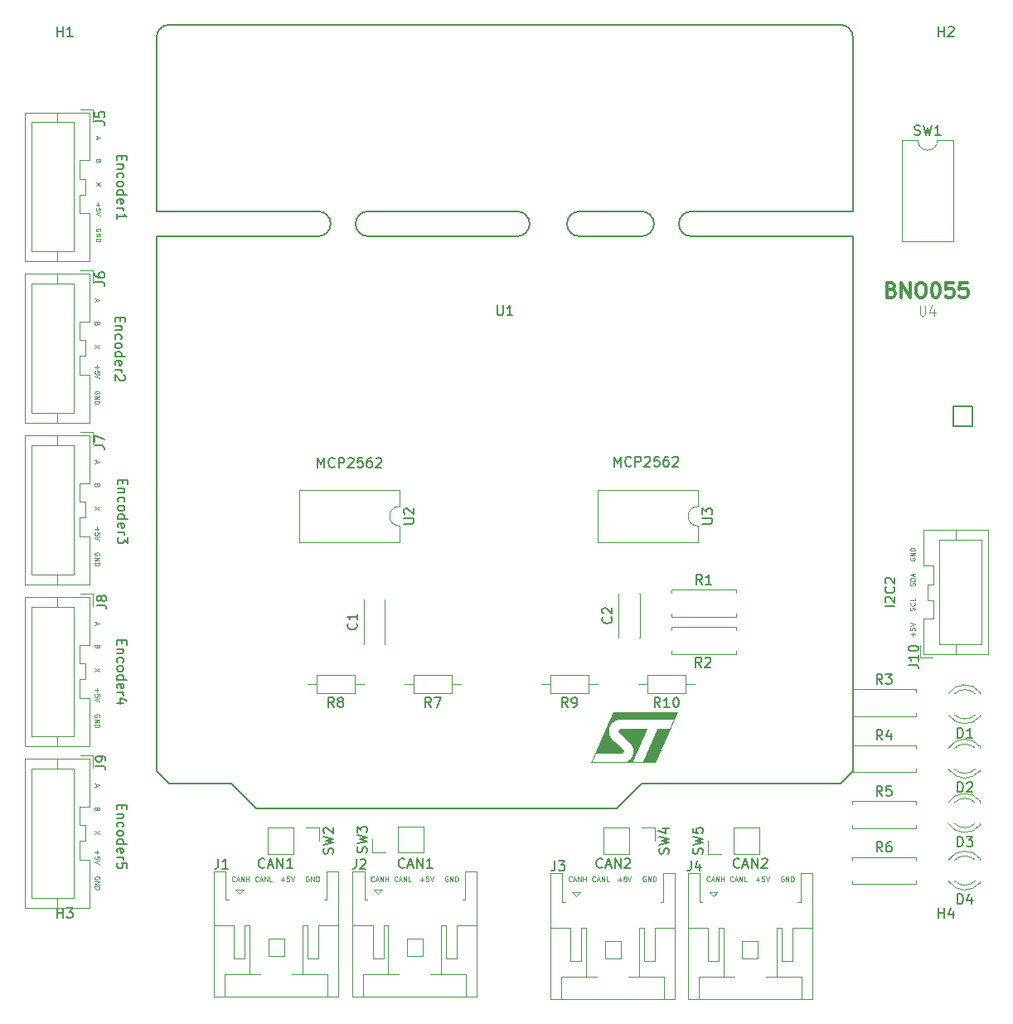
<source format=gbr>
%TF.GenerationSoftware,KiCad,Pcbnew,7.0.10*%
%TF.CreationDate,2024-04-10T11:57:21+09:00*%
%TF.ProjectId,Nucleo-F446RE_header,4e75636c-656f-42d4-9634-343652455f68,rev?*%
%TF.SameCoordinates,Original*%
%TF.FileFunction,Legend,Top*%
%TF.FilePolarity,Positive*%
%FSLAX46Y46*%
G04 Gerber Fmt 4.6, Leading zero omitted, Abs format (unit mm)*
G04 Created by KiCad (PCBNEW 7.0.10) date 2024-04-10 11:57:21*
%MOMM*%
%LPD*%
G01*
G04 APERTURE LIST*
%ADD10C,0.150000*%
%ADD11C,0.300000*%
%ADD12C,0.100000*%
%ADD13C,0.120000*%
%ADD14C,0.127000*%
G04 APERTURE END LIST*
D10*
X201676000Y-91059000D02*
X200787000Y-91059000D01*
X202692000Y-93091000D02*
X202692000Y-91059000D01*
X200787000Y-91059000D02*
X200787000Y-93091000D01*
X200787000Y-93091000D02*
X202565000Y-93091000D01*
X202692000Y-91059000D02*
X201676000Y-91059000D01*
X202692000Y-93091000D02*
X200787000Y-93091000D01*
X200787000Y-91059000D02*
X200787000Y-92964000D01*
D11*
X194454510Y-79115114D02*
X194668796Y-79186542D01*
X194668796Y-79186542D02*
X194740225Y-79257971D01*
X194740225Y-79257971D02*
X194811653Y-79400828D01*
X194811653Y-79400828D02*
X194811653Y-79615114D01*
X194811653Y-79615114D02*
X194740225Y-79757971D01*
X194740225Y-79757971D02*
X194668796Y-79829400D01*
X194668796Y-79829400D02*
X194525939Y-79900828D01*
X194525939Y-79900828D02*
X193954510Y-79900828D01*
X193954510Y-79900828D02*
X193954510Y-78400828D01*
X193954510Y-78400828D02*
X194454510Y-78400828D01*
X194454510Y-78400828D02*
X194597368Y-78472257D01*
X194597368Y-78472257D02*
X194668796Y-78543685D01*
X194668796Y-78543685D02*
X194740225Y-78686542D01*
X194740225Y-78686542D02*
X194740225Y-78829400D01*
X194740225Y-78829400D02*
X194668796Y-78972257D01*
X194668796Y-78972257D02*
X194597368Y-79043685D01*
X194597368Y-79043685D02*
X194454510Y-79115114D01*
X194454510Y-79115114D02*
X193954510Y-79115114D01*
X195454510Y-79900828D02*
X195454510Y-78400828D01*
X195454510Y-78400828D02*
X196311653Y-79900828D01*
X196311653Y-79900828D02*
X196311653Y-78400828D01*
X197311654Y-78400828D02*
X197597368Y-78400828D01*
X197597368Y-78400828D02*
X197740225Y-78472257D01*
X197740225Y-78472257D02*
X197883082Y-78615114D01*
X197883082Y-78615114D02*
X197954511Y-78900828D01*
X197954511Y-78900828D02*
X197954511Y-79400828D01*
X197954511Y-79400828D02*
X197883082Y-79686542D01*
X197883082Y-79686542D02*
X197740225Y-79829400D01*
X197740225Y-79829400D02*
X197597368Y-79900828D01*
X197597368Y-79900828D02*
X197311654Y-79900828D01*
X197311654Y-79900828D02*
X197168797Y-79829400D01*
X197168797Y-79829400D02*
X197025939Y-79686542D01*
X197025939Y-79686542D02*
X196954511Y-79400828D01*
X196954511Y-79400828D02*
X196954511Y-78900828D01*
X196954511Y-78900828D02*
X197025939Y-78615114D01*
X197025939Y-78615114D02*
X197168797Y-78472257D01*
X197168797Y-78472257D02*
X197311654Y-78400828D01*
X198883083Y-78400828D02*
X199025940Y-78400828D01*
X199025940Y-78400828D02*
X199168797Y-78472257D01*
X199168797Y-78472257D02*
X199240226Y-78543685D01*
X199240226Y-78543685D02*
X199311654Y-78686542D01*
X199311654Y-78686542D02*
X199383083Y-78972257D01*
X199383083Y-78972257D02*
X199383083Y-79329400D01*
X199383083Y-79329400D02*
X199311654Y-79615114D01*
X199311654Y-79615114D02*
X199240226Y-79757971D01*
X199240226Y-79757971D02*
X199168797Y-79829400D01*
X199168797Y-79829400D02*
X199025940Y-79900828D01*
X199025940Y-79900828D02*
X198883083Y-79900828D01*
X198883083Y-79900828D02*
X198740226Y-79829400D01*
X198740226Y-79829400D02*
X198668797Y-79757971D01*
X198668797Y-79757971D02*
X198597368Y-79615114D01*
X198597368Y-79615114D02*
X198525940Y-79329400D01*
X198525940Y-79329400D02*
X198525940Y-78972257D01*
X198525940Y-78972257D02*
X198597368Y-78686542D01*
X198597368Y-78686542D02*
X198668797Y-78543685D01*
X198668797Y-78543685D02*
X198740226Y-78472257D01*
X198740226Y-78472257D02*
X198883083Y-78400828D01*
X200740225Y-78400828D02*
X200025939Y-78400828D01*
X200025939Y-78400828D02*
X199954511Y-79115114D01*
X199954511Y-79115114D02*
X200025939Y-79043685D01*
X200025939Y-79043685D02*
X200168797Y-78972257D01*
X200168797Y-78972257D02*
X200525939Y-78972257D01*
X200525939Y-78972257D02*
X200668797Y-79043685D01*
X200668797Y-79043685D02*
X200740225Y-79115114D01*
X200740225Y-79115114D02*
X200811654Y-79257971D01*
X200811654Y-79257971D02*
X200811654Y-79615114D01*
X200811654Y-79615114D02*
X200740225Y-79757971D01*
X200740225Y-79757971D02*
X200668797Y-79829400D01*
X200668797Y-79829400D02*
X200525939Y-79900828D01*
X200525939Y-79900828D02*
X200168797Y-79900828D01*
X200168797Y-79900828D02*
X200025939Y-79829400D01*
X200025939Y-79829400D02*
X199954511Y-79757971D01*
X202168796Y-78400828D02*
X201454510Y-78400828D01*
X201454510Y-78400828D02*
X201383082Y-79115114D01*
X201383082Y-79115114D02*
X201454510Y-79043685D01*
X201454510Y-79043685D02*
X201597368Y-78972257D01*
X201597368Y-78972257D02*
X201954510Y-78972257D01*
X201954510Y-78972257D02*
X202097368Y-79043685D01*
X202097368Y-79043685D02*
X202168796Y-79115114D01*
X202168796Y-79115114D02*
X202240225Y-79257971D01*
X202240225Y-79257971D02*
X202240225Y-79615114D01*
X202240225Y-79615114D02*
X202168796Y-79757971D01*
X202168796Y-79757971D02*
X202097368Y-79829400D01*
X202097368Y-79829400D02*
X201954510Y-79900828D01*
X201954510Y-79900828D02*
X201597368Y-79900828D01*
X201597368Y-79900828D02*
X201454510Y-79829400D01*
X201454510Y-79829400D02*
X201383082Y-79757971D01*
D12*
X161770550Y-139485990D02*
X161746741Y-139509800D01*
X161746741Y-139509800D02*
X161675312Y-139533609D01*
X161675312Y-139533609D02*
X161627693Y-139533609D01*
X161627693Y-139533609D02*
X161556265Y-139509800D01*
X161556265Y-139509800D02*
X161508646Y-139462180D01*
X161508646Y-139462180D02*
X161484836Y-139414561D01*
X161484836Y-139414561D02*
X161461027Y-139319323D01*
X161461027Y-139319323D02*
X161461027Y-139247895D01*
X161461027Y-139247895D02*
X161484836Y-139152657D01*
X161484836Y-139152657D02*
X161508646Y-139105038D01*
X161508646Y-139105038D02*
X161556265Y-139057419D01*
X161556265Y-139057419D02*
X161627693Y-139033609D01*
X161627693Y-139033609D02*
X161675312Y-139033609D01*
X161675312Y-139033609D02*
X161746741Y-139057419D01*
X161746741Y-139057419D02*
X161770550Y-139081228D01*
X161961027Y-139390752D02*
X162199122Y-139390752D01*
X161913408Y-139533609D02*
X162080074Y-139033609D01*
X162080074Y-139033609D02*
X162246741Y-139533609D01*
X162413407Y-139533609D02*
X162413407Y-139033609D01*
X162413407Y-139033609D02*
X162699121Y-139533609D01*
X162699121Y-139533609D02*
X162699121Y-139033609D01*
X162937217Y-139533609D02*
X162937217Y-139033609D01*
X162937217Y-139271704D02*
X163222931Y-139271704D01*
X163222931Y-139533609D02*
X163222931Y-139033609D01*
X146284836Y-139343133D02*
X146665789Y-139343133D01*
X146475312Y-139533609D02*
X146475312Y-139152657D01*
X147141979Y-139033609D02*
X146903884Y-139033609D01*
X146903884Y-139033609D02*
X146880075Y-139271704D01*
X146880075Y-139271704D02*
X146903884Y-139247895D01*
X146903884Y-139247895D02*
X146951503Y-139224085D01*
X146951503Y-139224085D02*
X147070551Y-139224085D01*
X147070551Y-139224085D02*
X147118170Y-139247895D01*
X147118170Y-139247895D02*
X147141979Y-139271704D01*
X147141979Y-139271704D02*
X147165789Y-139319323D01*
X147165789Y-139319323D02*
X147165789Y-139438371D01*
X147165789Y-139438371D02*
X147141979Y-139485990D01*
X147141979Y-139485990D02*
X147118170Y-139509800D01*
X147118170Y-139509800D02*
X147070551Y-139533609D01*
X147070551Y-139533609D02*
X146951503Y-139533609D01*
X146951503Y-139533609D02*
X146903884Y-139509800D01*
X146903884Y-139509800D02*
X146880075Y-139485990D01*
X147308646Y-139033609D02*
X147475312Y-139533609D01*
X147475312Y-139533609D02*
X147641979Y-139033609D01*
D10*
X164908207Y-138074580D02*
X164860588Y-138122200D01*
X164860588Y-138122200D02*
X164717731Y-138169819D01*
X164717731Y-138169819D02*
X164622493Y-138169819D01*
X164622493Y-138169819D02*
X164479636Y-138122200D01*
X164479636Y-138122200D02*
X164384398Y-138026961D01*
X164384398Y-138026961D02*
X164336779Y-137931723D01*
X164336779Y-137931723D02*
X164289160Y-137741247D01*
X164289160Y-137741247D02*
X164289160Y-137598390D01*
X164289160Y-137598390D02*
X164336779Y-137407914D01*
X164336779Y-137407914D02*
X164384398Y-137312676D01*
X164384398Y-137312676D02*
X164479636Y-137217438D01*
X164479636Y-137217438D02*
X164622493Y-137169819D01*
X164622493Y-137169819D02*
X164717731Y-137169819D01*
X164717731Y-137169819D02*
X164860588Y-137217438D01*
X164860588Y-137217438D02*
X164908207Y-137265057D01*
X165289160Y-137884104D02*
X165765350Y-137884104D01*
X165193922Y-138169819D02*
X165527255Y-137169819D01*
X165527255Y-137169819D02*
X165860588Y-138169819D01*
X166193922Y-138169819D02*
X166193922Y-137169819D01*
X166193922Y-137169819D02*
X166765350Y-138169819D01*
X166765350Y-138169819D02*
X166765350Y-137169819D01*
X167193922Y-137265057D02*
X167241541Y-137217438D01*
X167241541Y-137217438D02*
X167336779Y-137169819D01*
X167336779Y-137169819D02*
X167574874Y-137169819D01*
X167574874Y-137169819D02*
X167670112Y-137217438D01*
X167670112Y-137217438D02*
X167717731Y-137265057D01*
X167717731Y-137265057D02*
X167765350Y-137360295D01*
X167765350Y-137360295D02*
X167765350Y-137455533D01*
X167765350Y-137455533D02*
X167717731Y-137598390D01*
X167717731Y-137598390D02*
X167146303Y-138169819D01*
X167146303Y-138169819D02*
X167765350Y-138169819D01*
D12*
X166484836Y-139343133D02*
X166865789Y-139343133D01*
X166675312Y-139533609D02*
X166675312Y-139152657D01*
X167341979Y-139033609D02*
X167103884Y-139033609D01*
X167103884Y-139033609D02*
X167080075Y-139271704D01*
X167080075Y-139271704D02*
X167103884Y-139247895D01*
X167103884Y-139247895D02*
X167151503Y-139224085D01*
X167151503Y-139224085D02*
X167270551Y-139224085D01*
X167270551Y-139224085D02*
X167318170Y-139247895D01*
X167318170Y-139247895D02*
X167341979Y-139271704D01*
X167341979Y-139271704D02*
X167365789Y-139319323D01*
X167365789Y-139319323D02*
X167365789Y-139438371D01*
X167365789Y-139438371D02*
X167341979Y-139485990D01*
X167341979Y-139485990D02*
X167318170Y-139509800D01*
X167318170Y-139509800D02*
X167270551Y-139533609D01*
X167270551Y-139533609D02*
X167151503Y-139533609D01*
X167151503Y-139533609D02*
X167103884Y-139509800D01*
X167103884Y-139509800D02*
X167080075Y-139485990D01*
X167508646Y-139033609D02*
X167675312Y-139533609D01*
X167675312Y-139533609D02*
X167841979Y-139033609D01*
X149119047Y-139057419D02*
X149071428Y-139033609D01*
X149071428Y-139033609D02*
X148999999Y-139033609D01*
X148999999Y-139033609D02*
X148928571Y-139057419D01*
X148928571Y-139057419D02*
X148880952Y-139105038D01*
X148880952Y-139105038D02*
X148857142Y-139152657D01*
X148857142Y-139152657D02*
X148833333Y-139247895D01*
X148833333Y-139247895D02*
X148833333Y-139319323D01*
X148833333Y-139319323D02*
X148857142Y-139414561D01*
X148857142Y-139414561D02*
X148880952Y-139462180D01*
X148880952Y-139462180D02*
X148928571Y-139509800D01*
X148928571Y-139509800D02*
X148999999Y-139533609D01*
X148999999Y-139533609D02*
X149047618Y-139533609D01*
X149047618Y-139533609D02*
X149119047Y-139509800D01*
X149119047Y-139509800D02*
X149142856Y-139485990D01*
X149142856Y-139485990D02*
X149142856Y-139319323D01*
X149142856Y-139319323D02*
X149047618Y-139319323D01*
X149357142Y-139533609D02*
X149357142Y-139033609D01*
X149357142Y-139033609D02*
X149642856Y-139533609D01*
X149642856Y-139533609D02*
X149642856Y-139033609D01*
X149880952Y-139533609D02*
X149880952Y-139033609D01*
X149880952Y-139033609D02*
X150000000Y-139033609D01*
X150000000Y-139033609D02*
X150071428Y-139057419D01*
X150071428Y-139057419D02*
X150119047Y-139105038D01*
X150119047Y-139105038D02*
X150142857Y-139152657D01*
X150142857Y-139152657D02*
X150166666Y-139247895D01*
X150166666Y-139247895D02*
X150166666Y-139319323D01*
X150166666Y-139319323D02*
X150142857Y-139414561D01*
X150142857Y-139414561D02*
X150119047Y-139462180D01*
X150119047Y-139462180D02*
X150071428Y-139509800D01*
X150071428Y-139509800D02*
X150000000Y-139533609D01*
X150000000Y-139533609D02*
X149880952Y-139533609D01*
D10*
X135836779Y-97269819D02*
X135836779Y-96269819D01*
X135836779Y-96269819D02*
X136170112Y-96984104D01*
X136170112Y-96984104D02*
X136503445Y-96269819D01*
X136503445Y-96269819D02*
X136503445Y-97269819D01*
X137551064Y-97174580D02*
X137503445Y-97222200D01*
X137503445Y-97222200D02*
X137360588Y-97269819D01*
X137360588Y-97269819D02*
X137265350Y-97269819D01*
X137265350Y-97269819D02*
X137122493Y-97222200D01*
X137122493Y-97222200D02*
X137027255Y-97126961D01*
X137027255Y-97126961D02*
X136979636Y-97031723D01*
X136979636Y-97031723D02*
X136932017Y-96841247D01*
X136932017Y-96841247D02*
X136932017Y-96698390D01*
X136932017Y-96698390D02*
X136979636Y-96507914D01*
X136979636Y-96507914D02*
X137027255Y-96412676D01*
X137027255Y-96412676D02*
X137122493Y-96317438D01*
X137122493Y-96317438D02*
X137265350Y-96269819D01*
X137265350Y-96269819D02*
X137360588Y-96269819D01*
X137360588Y-96269819D02*
X137503445Y-96317438D01*
X137503445Y-96317438D02*
X137551064Y-96365057D01*
X137979636Y-97269819D02*
X137979636Y-96269819D01*
X137979636Y-96269819D02*
X138360588Y-96269819D01*
X138360588Y-96269819D02*
X138455826Y-96317438D01*
X138455826Y-96317438D02*
X138503445Y-96365057D01*
X138503445Y-96365057D02*
X138551064Y-96460295D01*
X138551064Y-96460295D02*
X138551064Y-96603152D01*
X138551064Y-96603152D02*
X138503445Y-96698390D01*
X138503445Y-96698390D02*
X138455826Y-96746009D01*
X138455826Y-96746009D02*
X138360588Y-96793628D01*
X138360588Y-96793628D02*
X137979636Y-96793628D01*
X138932017Y-96365057D02*
X138979636Y-96317438D01*
X138979636Y-96317438D02*
X139074874Y-96269819D01*
X139074874Y-96269819D02*
X139312969Y-96269819D01*
X139312969Y-96269819D02*
X139408207Y-96317438D01*
X139408207Y-96317438D02*
X139455826Y-96365057D01*
X139455826Y-96365057D02*
X139503445Y-96460295D01*
X139503445Y-96460295D02*
X139503445Y-96555533D01*
X139503445Y-96555533D02*
X139455826Y-96698390D01*
X139455826Y-96698390D02*
X138884398Y-97269819D01*
X138884398Y-97269819D02*
X139503445Y-97269819D01*
X140408207Y-96269819D02*
X139932017Y-96269819D01*
X139932017Y-96269819D02*
X139884398Y-96746009D01*
X139884398Y-96746009D02*
X139932017Y-96698390D01*
X139932017Y-96698390D02*
X140027255Y-96650771D01*
X140027255Y-96650771D02*
X140265350Y-96650771D01*
X140265350Y-96650771D02*
X140360588Y-96698390D01*
X140360588Y-96698390D02*
X140408207Y-96746009D01*
X140408207Y-96746009D02*
X140455826Y-96841247D01*
X140455826Y-96841247D02*
X140455826Y-97079342D01*
X140455826Y-97079342D02*
X140408207Y-97174580D01*
X140408207Y-97174580D02*
X140360588Y-97222200D01*
X140360588Y-97222200D02*
X140265350Y-97269819D01*
X140265350Y-97269819D02*
X140027255Y-97269819D01*
X140027255Y-97269819D02*
X139932017Y-97222200D01*
X139932017Y-97222200D02*
X139884398Y-97174580D01*
X141312969Y-96269819D02*
X141122493Y-96269819D01*
X141122493Y-96269819D02*
X141027255Y-96317438D01*
X141027255Y-96317438D02*
X140979636Y-96365057D01*
X140979636Y-96365057D02*
X140884398Y-96507914D01*
X140884398Y-96507914D02*
X140836779Y-96698390D01*
X140836779Y-96698390D02*
X140836779Y-97079342D01*
X140836779Y-97079342D02*
X140884398Y-97174580D01*
X140884398Y-97174580D02*
X140932017Y-97222200D01*
X140932017Y-97222200D02*
X141027255Y-97269819D01*
X141027255Y-97269819D02*
X141217731Y-97269819D01*
X141217731Y-97269819D02*
X141312969Y-97222200D01*
X141312969Y-97222200D02*
X141360588Y-97174580D01*
X141360588Y-97174580D02*
X141408207Y-97079342D01*
X141408207Y-97079342D02*
X141408207Y-96841247D01*
X141408207Y-96841247D02*
X141360588Y-96746009D01*
X141360588Y-96746009D02*
X141312969Y-96698390D01*
X141312969Y-96698390D02*
X141217731Y-96650771D01*
X141217731Y-96650771D02*
X141027255Y-96650771D01*
X141027255Y-96650771D02*
X140932017Y-96698390D01*
X140932017Y-96698390D02*
X140884398Y-96746009D01*
X140884398Y-96746009D02*
X140836779Y-96841247D01*
X141789160Y-96365057D02*
X141836779Y-96317438D01*
X141836779Y-96317438D02*
X141932017Y-96269819D01*
X141932017Y-96269819D02*
X142170112Y-96269819D01*
X142170112Y-96269819D02*
X142265350Y-96317438D01*
X142265350Y-96317438D02*
X142312969Y-96365057D01*
X142312969Y-96365057D02*
X142360588Y-96460295D01*
X142360588Y-96460295D02*
X142360588Y-96555533D01*
X142360588Y-96555533D02*
X142312969Y-96698390D01*
X142312969Y-96698390D02*
X141741541Y-97269819D01*
X141741541Y-97269819D02*
X142360588Y-97269819D01*
D12*
X113209247Y-129626027D02*
X113209247Y-129864122D01*
X113066390Y-129578408D02*
X113566390Y-129745074D01*
X113566390Y-129745074D02*
X113066390Y-129911741D01*
X113328295Y-132149834D02*
X113304485Y-132221262D01*
X113304485Y-132221262D02*
X113280676Y-132245072D01*
X113280676Y-132245072D02*
X113233057Y-132268881D01*
X113233057Y-132268881D02*
X113161628Y-132268881D01*
X113161628Y-132268881D02*
X113114009Y-132245072D01*
X113114009Y-132245072D02*
X113090200Y-132221262D01*
X113090200Y-132221262D02*
X113066390Y-132173643D01*
X113066390Y-132173643D02*
X113066390Y-131983167D01*
X113066390Y-131983167D02*
X113566390Y-131983167D01*
X113566390Y-131983167D02*
X113566390Y-132149834D01*
X113566390Y-132149834D02*
X113542580Y-132197453D01*
X113542580Y-132197453D02*
X113518771Y-132221262D01*
X113518771Y-132221262D02*
X113471152Y-132245072D01*
X113471152Y-132245072D02*
X113423533Y-132245072D01*
X113423533Y-132245072D02*
X113375914Y-132221262D01*
X113375914Y-132221262D02*
X113352104Y-132197453D01*
X113352104Y-132197453D02*
X113328295Y-132149834D01*
X113328295Y-132149834D02*
X113328295Y-131983167D01*
X113566390Y-134340308D02*
X113066390Y-134673641D01*
X113566390Y-134673641D02*
X113066390Y-134340308D01*
X113256866Y-136387925D02*
X113256866Y-136768878D01*
X113066390Y-136578401D02*
X113447342Y-136578401D01*
X113566390Y-137245068D02*
X113566390Y-137006973D01*
X113566390Y-137006973D02*
X113328295Y-136983164D01*
X113328295Y-136983164D02*
X113352104Y-137006973D01*
X113352104Y-137006973D02*
X113375914Y-137054592D01*
X113375914Y-137054592D02*
X113375914Y-137173640D01*
X113375914Y-137173640D02*
X113352104Y-137221259D01*
X113352104Y-137221259D02*
X113328295Y-137245068D01*
X113328295Y-137245068D02*
X113280676Y-137268878D01*
X113280676Y-137268878D02*
X113161628Y-137268878D01*
X113161628Y-137268878D02*
X113114009Y-137245068D01*
X113114009Y-137245068D02*
X113090200Y-137221259D01*
X113090200Y-137221259D02*
X113066390Y-137173640D01*
X113066390Y-137173640D02*
X113066390Y-137054592D01*
X113066390Y-137054592D02*
X113090200Y-137006973D01*
X113090200Y-137006973D02*
X113114009Y-136983164D01*
X113566390Y-137411735D02*
X113066390Y-137578401D01*
X113066390Y-137578401D02*
X113566390Y-137745068D01*
X113542580Y-139316495D02*
X113566390Y-139268876D01*
X113566390Y-139268876D02*
X113566390Y-139197447D01*
X113566390Y-139197447D02*
X113542580Y-139126019D01*
X113542580Y-139126019D02*
X113494961Y-139078400D01*
X113494961Y-139078400D02*
X113447342Y-139054590D01*
X113447342Y-139054590D02*
X113352104Y-139030781D01*
X113352104Y-139030781D02*
X113280676Y-139030781D01*
X113280676Y-139030781D02*
X113185438Y-139054590D01*
X113185438Y-139054590D02*
X113137819Y-139078400D01*
X113137819Y-139078400D02*
X113090200Y-139126019D01*
X113090200Y-139126019D02*
X113066390Y-139197447D01*
X113066390Y-139197447D02*
X113066390Y-139245066D01*
X113066390Y-139245066D02*
X113090200Y-139316495D01*
X113090200Y-139316495D02*
X113114009Y-139340304D01*
X113114009Y-139340304D02*
X113280676Y-139340304D01*
X113280676Y-139340304D02*
X113280676Y-139245066D01*
X113066390Y-139554590D02*
X113566390Y-139554590D01*
X113566390Y-139554590D02*
X113066390Y-139840304D01*
X113066390Y-139840304D02*
X113566390Y-139840304D01*
X113066390Y-140078400D02*
X113566390Y-140078400D01*
X113566390Y-140078400D02*
X113566390Y-140197448D01*
X113566390Y-140197448D02*
X113542580Y-140268876D01*
X113542580Y-140268876D02*
X113494961Y-140316495D01*
X113494961Y-140316495D02*
X113447342Y-140340305D01*
X113447342Y-140340305D02*
X113352104Y-140364114D01*
X113352104Y-140364114D02*
X113280676Y-140364114D01*
X113280676Y-140364114D02*
X113185438Y-140340305D01*
X113185438Y-140340305D02*
X113137819Y-140316495D01*
X113137819Y-140316495D02*
X113090200Y-140268876D01*
X113090200Y-140268876D02*
X113066390Y-140197448D01*
X113066390Y-140197448D02*
X113066390Y-140078400D01*
X113209247Y-113061027D02*
X113209247Y-113299122D01*
X113066390Y-113013408D02*
X113566390Y-113180074D01*
X113566390Y-113180074D02*
X113066390Y-113346741D01*
X113328295Y-115584834D02*
X113304485Y-115656262D01*
X113304485Y-115656262D02*
X113280676Y-115680072D01*
X113280676Y-115680072D02*
X113233057Y-115703881D01*
X113233057Y-115703881D02*
X113161628Y-115703881D01*
X113161628Y-115703881D02*
X113114009Y-115680072D01*
X113114009Y-115680072D02*
X113090200Y-115656262D01*
X113090200Y-115656262D02*
X113066390Y-115608643D01*
X113066390Y-115608643D02*
X113066390Y-115418167D01*
X113066390Y-115418167D02*
X113566390Y-115418167D01*
X113566390Y-115418167D02*
X113566390Y-115584834D01*
X113566390Y-115584834D02*
X113542580Y-115632453D01*
X113542580Y-115632453D02*
X113518771Y-115656262D01*
X113518771Y-115656262D02*
X113471152Y-115680072D01*
X113471152Y-115680072D02*
X113423533Y-115680072D01*
X113423533Y-115680072D02*
X113375914Y-115656262D01*
X113375914Y-115656262D02*
X113352104Y-115632453D01*
X113352104Y-115632453D02*
X113328295Y-115584834D01*
X113328295Y-115584834D02*
X113328295Y-115418167D01*
X113566390Y-117775308D02*
X113066390Y-118108641D01*
X113566390Y-118108641D02*
X113066390Y-117775308D01*
X113256866Y-119822925D02*
X113256866Y-120203878D01*
X113066390Y-120013401D02*
X113447342Y-120013401D01*
X113566390Y-120680068D02*
X113566390Y-120441973D01*
X113566390Y-120441973D02*
X113328295Y-120418164D01*
X113328295Y-120418164D02*
X113352104Y-120441973D01*
X113352104Y-120441973D02*
X113375914Y-120489592D01*
X113375914Y-120489592D02*
X113375914Y-120608640D01*
X113375914Y-120608640D02*
X113352104Y-120656259D01*
X113352104Y-120656259D02*
X113328295Y-120680068D01*
X113328295Y-120680068D02*
X113280676Y-120703878D01*
X113280676Y-120703878D02*
X113161628Y-120703878D01*
X113161628Y-120703878D02*
X113114009Y-120680068D01*
X113114009Y-120680068D02*
X113090200Y-120656259D01*
X113090200Y-120656259D02*
X113066390Y-120608640D01*
X113066390Y-120608640D02*
X113066390Y-120489592D01*
X113066390Y-120489592D02*
X113090200Y-120441973D01*
X113090200Y-120441973D02*
X113114009Y-120418164D01*
X113566390Y-120846735D02*
X113066390Y-121013401D01*
X113066390Y-121013401D02*
X113566390Y-121180068D01*
X113542580Y-122751495D02*
X113566390Y-122703876D01*
X113566390Y-122703876D02*
X113566390Y-122632447D01*
X113566390Y-122632447D02*
X113542580Y-122561019D01*
X113542580Y-122561019D02*
X113494961Y-122513400D01*
X113494961Y-122513400D02*
X113447342Y-122489590D01*
X113447342Y-122489590D02*
X113352104Y-122465781D01*
X113352104Y-122465781D02*
X113280676Y-122465781D01*
X113280676Y-122465781D02*
X113185438Y-122489590D01*
X113185438Y-122489590D02*
X113137819Y-122513400D01*
X113137819Y-122513400D02*
X113090200Y-122561019D01*
X113090200Y-122561019D02*
X113066390Y-122632447D01*
X113066390Y-122632447D02*
X113066390Y-122680066D01*
X113066390Y-122680066D02*
X113090200Y-122751495D01*
X113090200Y-122751495D02*
X113114009Y-122775304D01*
X113114009Y-122775304D02*
X113280676Y-122775304D01*
X113280676Y-122775304D02*
X113280676Y-122680066D01*
X113066390Y-122989590D02*
X113566390Y-122989590D01*
X113566390Y-122989590D02*
X113066390Y-123275304D01*
X113066390Y-123275304D02*
X113566390Y-123275304D01*
X113066390Y-123513400D02*
X113566390Y-123513400D01*
X113566390Y-123513400D02*
X113566390Y-123632448D01*
X113566390Y-123632448D02*
X113542580Y-123703876D01*
X113542580Y-123703876D02*
X113494961Y-123751495D01*
X113494961Y-123751495D02*
X113447342Y-123775305D01*
X113447342Y-123775305D02*
X113352104Y-123799114D01*
X113352104Y-123799114D02*
X113280676Y-123799114D01*
X113280676Y-123799114D02*
X113185438Y-123775305D01*
X113185438Y-123775305D02*
X113137819Y-123751495D01*
X113137819Y-123751495D02*
X113090200Y-123703876D01*
X113090200Y-123703876D02*
X113066390Y-123632448D01*
X113066390Y-123632448D02*
X113066390Y-123513400D01*
D10*
X115953990Y-98536779D02*
X115953990Y-98870112D01*
X115430180Y-99012969D02*
X115430180Y-98536779D01*
X115430180Y-98536779D02*
X116430180Y-98536779D01*
X116430180Y-98536779D02*
X116430180Y-99012969D01*
X116096847Y-99441541D02*
X115430180Y-99441541D01*
X116001609Y-99441541D02*
X116049228Y-99489160D01*
X116049228Y-99489160D02*
X116096847Y-99584398D01*
X116096847Y-99584398D02*
X116096847Y-99727255D01*
X116096847Y-99727255D02*
X116049228Y-99822493D01*
X116049228Y-99822493D02*
X115953990Y-99870112D01*
X115953990Y-99870112D02*
X115430180Y-99870112D01*
X115477800Y-100774874D02*
X115430180Y-100679636D01*
X115430180Y-100679636D02*
X115430180Y-100489160D01*
X115430180Y-100489160D02*
X115477800Y-100393922D01*
X115477800Y-100393922D02*
X115525419Y-100346303D01*
X115525419Y-100346303D02*
X115620657Y-100298684D01*
X115620657Y-100298684D02*
X115906371Y-100298684D01*
X115906371Y-100298684D02*
X116001609Y-100346303D01*
X116001609Y-100346303D02*
X116049228Y-100393922D01*
X116049228Y-100393922D02*
X116096847Y-100489160D01*
X116096847Y-100489160D02*
X116096847Y-100679636D01*
X116096847Y-100679636D02*
X116049228Y-100774874D01*
X115430180Y-101346303D02*
X115477800Y-101251065D01*
X115477800Y-101251065D02*
X115525419Y-101203446D01*
X115525419Y-101203446D02*
X115620657Y-101155827D01*
X115620657Y-101155827D02*
X115906371Y-101155827D01*
X115906371Y-101155827D02*
X116001609Y-101203446D01*
X116001609Y-101203446D02*
X116049228Y-101251065D01*
X116049228Y-101251065D02*
X116096847Y-101346303D01*
X116096847Y-101346303D02*
X116096847Y-101489160D01*
X116096847Y-101489160D02*
X116049228Y-101584398D01*
X116049228Y-101584398D02*
X116001609Y-101632017D01*
X116001609Y-101632017D02*
X115906371Y-101679636D01*
X115906371Y-101679636D02*
X115620657Y-101679636D01*
X115620657Y-101679636D02*
X115525419Y-101632017D01*
X115525419Y-101632017D02*
X115477800Y-101584398D01*
X115477800Y-101584398D02*
X115430180Y-101489160D01*
X115430180Y-101489160D02*
X115430180Y-101346303D01*
X115430180Y-102536779D02*
X116430180Y-102536779D01*
X115477800Y-102536779D02*
X115430180Y-102441541D01*
X115430180Y-102441541D02*
X115430180Y-102251065D01*
X115430180Y-102251065D02*
X115477800Y-102155827D01*
X115477800Y-102155827D02*
X115525419Y-102108208D01*
X115525419Y-102108208D02*
X115620657Y-102060589D01*
X115620657Y-102060589D02*
X115906371Y-102060589D01*
X115906371Y-102060589D02*
X116001609Y-102108208D01*
X116001609Y-102108208D02*
X116049228Y-102155827D01*
X116049228Y-102155827D02*
X116096847Y-102251065D01*
X116096847Y-102251065D02*
X116096847Y-102441541D01*
X116096847Y-102441541D02*
X116049228Y-102536779D01*
X115477800Y-103393922D02*
X115430180Y-103298684D01*
X115430180Y-103298684D02*
X115430180Y-103108208D01*
X115430180Y-103108208D02*
X115477800Y-103012970D01*
X115477800Y-103012970D02*
X115573038Y-102965351D01*
X115573038Y-102965351D02*
X115953990Y-102965351D01*
X115953990Y-102965351D02*
X116049228Y-103012970D01*
X116049228Y-103012970D02*
X116096847Y-103108208D01*
X116096847Y-103108208D02*
X116096847Y-103298684D01*
X116096847Y-103298684D02*
X116049228Y-103393922D01*
X116049228Y-103393922D02*
X115953990Y-103441541D01*
X115953990Y-103441541D02*
X115858752Y-103441541D01*
X115858752Y-103441541D02*
X115763514Y-102965351D01*
X115430180Y-103870113D02*
X116096847Y-103870113D01*
X115906371Y-103870113D02*
X116001609Y-103917732D01*
X116001609Y-103917732D02*
X116049228Y-103965351D01*
X116049228Y-103965351D02*
X116096847Y-104060589D01*
X116096847Y-104060589D02*
X116096847Y-104155827D01*
X116430180Y-104393923D02*
X116430180Y-105012970D01*
X116430180Y-105012970D02*
X116049228Y-104679637D01*
X116049228Y-104679637D02*
X116049228Y-104822494D01*
X116049228Y-104822494D02*
X116001609Y-104917732D01*
X116001609Y-104917732D02*
X115953990Y-104965351D01*
X115953990Y-104965351D02*
X115858752Y-105012970D01*
X115858752Y-105012970D02*
X115620657Y-105012970D01*
X115620657Y-105012970D02*
X115525419Y-104965351D01*
X115525419Y-104965351D02*
X115477800Y-104917732D01*
X115477800Y-104917732D02*
X115430180Y-104822494D01*
X115430180Y-104822494D02*
X115430180Y-104536780D01*
X115430180Y-104536780D02*
X115477800Y-104441542D01*
X115477800Y-104441542D02*
X115525419Y-104393923D01*
D12*
X180584836Y-139343133D02*
X180965789Y-139343133D01*
X180775312Y-139533609D02*
X180775312Y-139152657D01*
X181441979Y-139033609D02*
X181203884Y-139033609D01*
X181203884Y-139033609D02*
X181180075Y-139271704D01*
X181180075Y-139271704D02*
X181203884Y-139247895D01*
X181203884Y-139247895D02*
X181251503Y-139224085D01*
X181251503Y-139224085D02*
X181370551Y-139224085D01*
X181370551Y-139224085D02*
X181418170Y-139247895D01*
X181418170Y-139247895D02*
X181441979Y-139271704D01*
X181441979Y-139271704D02*
X181465789Y-139319323D01*
X181465789Y-139319323D02*
X181465789Y-139438371D01*
X181465789Y-139438371D02*
X181441979Y-139485990D01*
X181441979Y-139485990D02*
X181418170Y-139509800D01*
X181418170Y-139509800D02*
X181370551Y-139533609D01*
X181370551Y-139533609D02*
X181251503Y-139533609D01*
X181251503Y-139533609D02*
X181203884Y-139509800D01*
X181203884Y-139509800D02*
X181180075Y-139485990D01*
X181608646Y-139033609D02*
X181775312Y-139533609D01*
X181775312Y-139533609D02*
X181941979Y-139033609D01*
X169319047Y-139057419D02*
X169271428Y-139033609D01*
X169271428Y-139033609D02*
X169199999Y-139033609D01*
X169199999Y-139033609D02*
X169128571Y-139057419D01*
X169128571Y-139057419D02*
X169080952Y-139105038D01*
X169080952Y-139105038D02*
X169057142Y-139152657D01*
X169057142Y-139152657D02*
X169033333Y-139247895D01*
X169033333Y-139247895D02*
X169033333Y-139319323D01*
X169033333Y-139319323D02*
X169057142Y-139414561D01*
X169057142Y-139414561D02*
X169080952Y-139462180D01*
X169080952Y-139462180D02*
X169128571Y-139509800D01*
X169128571Y-139509800D02*
X169199999Y-139533609D01*
X169199999Y-139533609D02*
X169247618Y-139533609D01*
X169247618Y-139533609D02*
X169319047Y-139509800D01*
X169319047Y-139509800D02*
X169342856Y-139485990D01*
X169342856Y-139485990D02*
X169342856Y-139319323D01*
X169342856Y-139319323D02*
X169247618Y-139319323D01*
X169557142Y-139533609D02*
X169557142Y-139033609D01*
X169557142Y-139033609D02*
X169842856Y-139533609D01*
X169842856Y-139533609D02*
X169842856Y-139033609D01*
X170080952Y-139533609D02*
X170080952Y-139033609D01*
X170080952Y-139033609D02*
X170200000Y-139033609D01*
X170200000Y-139033609D02*
X170271428Y-139057419D01*
X170271428Y-139057419D02*
X170319047Y-139105038D01*
X170319047Y-139105038D02*
X170342857Y-139152657D01*
X170342857Y-139152657D02*
X170366666Y-139247895D01*
X170366666Y-139247895D02*
X170366666Y-139319323D01*
X170366666Y-139319323D02*
X170342857Y-139414561D01*
X170342857Y-139414561D02*
X170319047Y-139462180D01*
X170319047Y-139462180D02*
X170271428Y-139509800D01*
X170271428Y-139509800D02*
X170200000Y-139533609D01*
X170200000Y-139533609D02*
X170080952Y-139533609D01*
X127370550Y-139485990D02*
X127346741Y-139509800D01*
X127346741Y-139509800D02*
X127275312Y-139533609D01*
X127275312Y-139533609D02*
X127227693Y-139533609D01*
X127227693Y-139533609D02*
X127156265Y-139509800D01*
X127156265Y-139509800D02*
X127108646Y-139462180D01*
X127108646Y-139462180D02*
X127084836Y-139414561D01*
X127084836Y-139414561D02*
X127061027Y-139319323D01*
X127061027Y-139319323D02*
X127061027Y-139247895D01*
X127061027Y-139247895D02*
X127084836Y-139152657D01*
X127084836Y-139152657D02*
X127108646Y-139105038D01*
X127108646Y-139105038D02*
X127156265Y-139057419D01*
X127156265Y-139057419D02*
X127227693Y-139033609D01*
X127227693Y-139033609D02*
X127275312Y-139033609D01*
X127275312Y-139033609D02*
X127346741Y-139057419D01*
X127346741Y-139057419D02*
X127370550Y-139081228D01*
X127561027Y-139390752D02*
X127799122Y-139390752D01*
X127513408Y-139533609D02*
X127680074Y-139033609D01*
X127680074Y-139033609D02*
X127846741Y-139533609D01*
X128013407Y-139533609D02*
X128013407Y-139033609D01*
X128013407Y-139033609D02*
X128299121Y-139533609D01*
X128299121Y-139533609D02*
X128299121Y-139033609D01*
X128537217Y-139533609D02*
X128537217Y-139033609D01*
X128537217Y-139271704D02*
X128822931Y-139271704D01*
X128822931Y-139533609D02*
X128822931Y-139033609D01*
X178270550Y-139485990D02*
X178246741Y-139509800D01*
X178246741Y-139509800D02*
X178175312Y-139533609D01*
X178175312Y-139533609D02*
X178127693Y-139533609D01*
X178127693Y-139533609D02*
X178056265Y-139509800D01*
X178056265Y-139509800D02*
X178008646Y-139462180D01*
X178008646Y-139462180D02*
X177984836Y-139414561D01*
X177984836Y-139414561D02*
X177961027Y-139319323D01*
X177961027Y-139319323D02*
X177961027Y-139247895D01*
X177961027Y-139247895D02*
X177984836Y-139152657D01*
X177984836Y-139152657D02*
X178008646Y-139105038D01*
X178008646Y-139105038D02*
X178056265Y-139057419D01*
X178056265Y-139057419D02*
X178127693Y-139033609D01*
X178127693Y-139033609D02*
X178175312Y-139033609D01*
X178175312Y-139033609D02*
X178246741Y-139057419D01*
X178246741Y-139057419D02*
X178270550Y-139081228D01*
X178461027Y-139390752D02*
X178699122Y-139390752D01*
X178413408Y-139533609D02*
X178580074Y-139033609D01*
X178580074Y-139033609D02*
X178746741Y-139533609D01*
X178913407Y-139533609D02*
X178913407Y-139033609D01*
X178913407Y-139033609D02*
X179199121Y-139533609D01*
X179199121Y-139533609D02*
X179199121Y-139033609D01*
X179675312Y-139533609D02*
X179437217Y-139533609D01*
X179437217Y-139533609D02*
X179437217Y-139033609D01*
X132084836Y-139343133D02*
X132465789Y-139343133D01*
X132275312Y-139533609D02*
X132275312Y-139152657D01*
X132941979Y-139033609D02*
X132703884Y-139033609D01*
X132703884Y-139033609D02*
X132680075Y-139271704D01*
X132680075Y-139271704D02*
X132703884Y-139247895D01*
X132703884Y-139247895D02*
X132751503Y-139224085D01*
X132751503Y-139224085D02*
X132870551Y-139224085D01*
X132870551Y-139224085D02*
X132918170Y-139247895D01*
X132918170Y-139247895D02*
X132941979Y-139271704D01*
X132941979Y-139271704D02*
X132965789Y-139319323D01*
X132965789Y-139319323D02*
X132965789Y-139438371D01*
X132965789Y-139438371D02*
X132941979Y-139485990D01*
X132941979Y-139485990D02*
X132918170Y-139509800D01*
X132918170Y-139509800D02*
X132870551Y-139533609D01*
X132870551Y-139533609D02*
X132751503Y-139533609D01*
X132751503Y-139533609D02*
X132703884Y-139509800D01*
X132703884Y-139509800D02*
X132680075Y-139485990D01*
X133108646Y-139033609D02*
X133275312Y-139533609D01*
X133275312Y-139533609D02*
X133441979Y-139033609D01*
D10*
X194769819Y-111463220D02*
X193769819Y-111463220D01*
X193865057Y-111034649D02*
X193817438Y-110987030D01*
X193817438Y-110987030D02*
X193769819Y-110891792D01*
X193769819Y-110891792D02*
X193769819Y-110653697D01*
X193769819Y-110653697D02*
X193817438Y-110558459D01*
X193817438Y-110558459D02*
X193865057Y-110510840D01*
X193865057Y-110510840D02*
X193960295Y-110463221D01*
X193960295Y-110463221D02*
X194055533Y-110463221D01*
X194055533Y-110463221D02*
X194198390Y-110510840D01*
X194198390Y-110510840D02*
X194769819Y-111082268D01*
X194769819Y-111082268D02*
X194769819Y-110463221D01*
X194674580Y-109463221D02*
X194722200Y-109510840D01*
X194722200Y-109510840D02*
X194769819Y-109653697D01*
X194769819Y-109653697D02*
X194769819Y-109748935D01*
X194769819Y-109748935D02*
X194722200Y-109891792D01*
X194722200Y-109891792D02*
X194626961Y-109987030D01*
X194626961Y-109987030D02*
X194531723Y-110034649D01*
X194531723Y-110034649D02*
X194341247Y-110082268D01*
X194341247Y-110082268D02*
X194198390Y-110082268D01*
X194198390Y-110082268D02*
X194007914Y-110034649D01*
X194007914Y-110034649D02*
X193912676Y-109987030D01*
X193912676Y-109987030D02*
X193817438Y-109891792D01*
X193817438Y-109891792D02*
X193769819Y-109748935D01*
X193769819Y-109748935D02*
X193769819Y-109653697D01*
X193769819Y-109653697D02*
X193817438Y-109510840D01*
X193817438Y-109510840D02*
X193865057Y-109463221D01*
X193865057Y-109082268D02*
X193817438Y-109034649D01*
X193817438Y-109034649D02*
X193769819Y-108939411D01*
X193769819Y-108939411D02*
X193769819Y-108701316D01*
X193769819Y-108701316D02*
X193817438Y-108606078D01*
X193817438Y-108606078D02*
X193865057Y-108558459D01*
X193865057Y-108558459D02*
X193960295Y-108510840D01*
X193960295Y-108510840D02*
X194055533Y-108510840D01*
X194055533Y-108510840D02*
X194198390Y-108558459D01*
X194198390Y-108558459D02*
X194769819Y-109129887D01*
X194769819Y-109129887D02*
X194769819Y-108510840D01*
D12*
X164170550Y-139485990D02*
X164146741Y-139509800D01*
X164146741Y-139509800D02*
X164075312Y-139533609D01*
X164075312Y-139533609D02*
X164027693Y-139533609D01*
X164027693Y-139533609D02*
X163956265Y-139509800D01*
X163956265Y-139509800D02*
X163908646Y-139462180D01*
X163908646Y-139462180D02*
X163884836Y-139414561D01*
X163884836Y-139414561D02*
X163861027Y-139319323D01*
X163861027Y-139319323D02*
X163861027Y-139247895D01*
X163861027Y-139247895D02*
X163884836Y-139152657D01*
X163884836Y-139152657D02*
X163908646Y-139105038D01*
X163908646Y-139105038D02*
X163956265Y-139057419D01*
X163956265Y-139057419D02*
X164027693Y-139033609D01*
X164027693Y-139033609D02*
X164075312Y-139033609D01*
X164075312Y-139033609D02*
X164146741Y-139057419D01*
X164146741Y-139057419D02*
X164170550Y-139081228D01*
X164361027Y-139390752D02*
X164599122Y-139390752D01*
X164313408Y-139533609D02*
X164480074Y-139033609D01*
X164480074Y-139033609D02*
X164646741Y-139533609D01*
X164813407Y-139533609D02*
X164813407Y-139033609D01*
X164813407Y-139033609D02*
X165099121Y-139533609D01*
X165099121Y-139533609D02*
X165099121Y-139033609D01*
X165575312Y-139533609D02*
X165337217Y-139533609D01*
X165337217Y-139533609D02*
X165337217Y-139033609D01*
X129770550Y-139485990D02*
X129746741Y-139509800D01*
X129746741Y-139509800D02*
X129675312Y-139533609D01*
X129675312Y-139533609D02*
X129627693Y-139533609D01*
X129627693Y-139533609D02*
X129556265Y-139509800D01*
X129556265Y-139509800D02*
X129508646Y-139462180D01*
X129508646Y-139462180D02*
X129484836Y-139414561D01*
X129484836Y-139414561D02*
X129461027Y-139319323D01*
X129461027Y-139319323D02*
X129461027Y-139247895D01*
X129461027Y-139247895D02*
X129484836Y-139152657D01*
X129484836Y-139152657D02*
X129508646Y-139105038D01*
X129508646Y-139105038D02*
X129556265Y-139057419D01*
X129556265Y-139057419D02*
X129627693Y-139033609D01*
X129627693Y-139033609D02*
X129675312Y-139033609D01*
X129675312Y-139033609D02*
X129746741Y-139057419D01*
X129746741Y-139057419D02*
X129770550Y-139081228D01*
X129961027Y-139390752D02*
X130199122Y-139390752D01*
X129913408Y-139533609D02*
X130080074Y-139033609D01*
X130080074Y-139033609D02*
X130246741Y-139533609D01*
X130413407Y-139533609D02*
X130413407Y-139033609D01*
X130413407Y-139033609D02*
X130699121Y-139533609D01*
X130699121Y-139533609D02*
X130699121Y-139033609D01*
X131175312Y-139533609D02*
X130937217Y-139533609D01*
X130937217Y-139533609D02*
X130937217Y-139033609D01*
D10*
X178908207Y-138074580D02*
X178860588Y-138122200D01*
X178860588Y-138122200D02*
X178717731Y-138169819D01*
X178717731Y-138169819D02*
X178622493Y-138169819D01*
X178622493Y-138169819D02*
X178479636Y-138122200D01*
X178479636Y-138122200D02*
X178384398Y-138026961D01*
X178384398Y-138026961D02*
X178336779Y-137931723D01*
X178336779Y-137931723D02*
X178289160Y-137741247D01*
X178289160Y-137741247D02*
X178289160Y-137598390D01*
X178289160Y-137598390D02*
X178336779Y-137407914D01*
X178336779Y-137407914D02*
X178384398Y-137312676D01*
X178384398Y-137312676D02*
X178479636Y-137217438D01*
X178479636Y-137217438D02*
X178622493Y-137169819D01*
X178622493Y-137169819D02*
X178717731Y-137169819D01*
X178717731Y-137169819D02*
X178860588Y-137217438D01*
X178860588Y-137217438D02*
X178908207Y-137265057D01*
X179289160Y-137884104D02*
X179765350Y-137884104D01*
X179193922Y-138169819D02*
X179527255Y-137169819D01*
X179527255Y-137169819D02*
X179860588Y-138169819D01*
X180193922Y-138169819D02*
X180193922Y-137169819D01*
X180193922Y-137169819D02*
X180765350Y-138169819D01*
X180765350Y-138169819D02*
X180765350Y-137169819D01*
X181193922Y-137265057D02*
X181241541Y-137217438D01*
X181241541Y-137217438D02*
X181336779Y-137169819D01*
X181336779Y-137169819D02*
X181574874Y-137169819D01*
X181574874Y-137169819D02*
X181670112Y-137217438D01*
X181670112Y-137217438D02*
X181717731Y-137265057D01*
X181717731Y-137265057D02*
X181765350Y-137360295D01*
X181765350Y-137360295D02*
X181765350Y-137455533D01*
X181765350Y-137455533D02*
X181717731Y-137598390D01*
X181717731Y-137598390D02*
X181146303Y-138169819D01*
X181146303Y-138169819D02*
X181765350Y-138169819D01*
X115853990Y-65436779D02*
X115853990Y-65770112D01*
X115330180Y-65912969D02*
X115330180Y-65436779D01*
X115330180Y-65436779D02*
X116330180Y-65436779D01*
X116330180Y-65436779D02*
X116330180Y-65912969D01*
X115996847Y-66341541D02*
X115330180Y-66341541D01*
X115901609Y-66341541D02*
X115949228Y-66389160D01*
X115949228Y-66389160D02*
X115996847Y-66484398D01*
X115996847Y-66484398D02*
X115996847Y-66627255D01*
X115996847Y-66627255D02*
X115949228Y-66722493D01*
X115949228Y-66722493D02*
X115853990Y-66770112D01*
X115853990Y-66770112D02*
X115330180Y-66770112D01*
X115377800Y-67674874D02*
X115330180Y-67579636D01*
X115330180Y-67579636D02*
X115330180Y-67389160D01*
X115330180Y-67389160D02*
X115377800Y-67293922D01*
X115377800Y-67293922D02*
X115425419Y-67246303D01*
X115425419Y-67246303D02*
X115520657Y-67198684D01*
X115520657Y-67198684D02*
X115806371Y-67198684D01*
X115806371Y-67198684D02*
X115901609Y-67246303D01*
X115901609Y-67246303D02*
X115949228Y-67293922D01*
X115949228Y-67293922D02*
X115996847Y-67389160D01*
X115996847Y-67389160D02*
X115996847Y-67579636D01*
X115996847Y-67579636D02*
X115949228Y-67674874D01*
X115330180Y-68246303D02*
X115377800Y-68151065D01*
X115377800Y-68151065D02*
X115425419Y-68103446D01*
X115425419Y-68103446D02*
X115520657Y-68055827D01*
X115520657Y-68055827D02*
X115806371Y-68055827D01*
X115806371Y-68055827D02*
X115901609Y-68103446D01*
X115901609Y-68103446D02*
X115949228Y-68151065D01*
X115949228Y-68151065D02*
X115996847Y-68246303D01*
X115996847Y-68246303D02*
X115996847Y-68389160D01*
X115996847Y-68389160D02*
X115949228Y-68484398D01*
X115949228Y-68484398D02*
X115901609Y-68532017D01*
X115901609Y-68532017D02*
X115806371Y-68579636D01*
X115806371Y-68579636D02*
X115520657Y-68579636D01*
X115520657Y-68579636D02*
X115425419Y-68532017D01*
X115425419Y-68532017D02*
X115377800Y-68484398D01*
X115377800Y-68484398D02*
X115330180Y-68389160D01*
X115330180Y-68389160D02*
X115330180Y-68246303D01*
X115330180Y-69436779D02*
X116330180Y-69436779D01*
X115377800Y-69436779D02*
X115330180Y-69341541D01*
X115330180Y-69341541D02*
X115330180Y-69151065D01*
X115330180Y-69151065D02*
X115377800Y-69055827D01*
X115377800Y-69055827D02*
X115425419Y-69008208D01*
X115425419Y-69008208D02*
X115520657Y-68960589D01*
X115520657Y-68960589D02*
X115806371Y-68960589D01*
X115806371Y-68960589D02*
X115901609Y-69008208D01*
X115901609Y-69008208D02*
X115949228Y-69055827D01*
X115949228Y-69055827D02*
X115996847Y-69151065D01*
X115996847Y-69151065D02*
X115996847Y-69341541D01*
X115996847Y-69341541D02*
X115949228Y-69436779D01*
X115377800Y-70293922D02*
X115330180Y-70198684D01*
X115330180Y-70198684D02*
X115330180Y-70008208D01*
X115330180Y-70008208D02*
X115377800Y-69912970D01*
X115377800Y-69912970D02*
X115473038Y-69865351D01*
X115473038Y-69865351D02*
X115853990Y-69865351D01*
X115853990Y-69865351D02*
X115949228Y-69912970D01*
X115949228Y-69912970D02*
X115996847Y-70008208D01*
X115996847Y-70008208D02*
X115996847Y-70198684D01*
X115996847Y-70198684D02*
X115949228Y-70293922D01*
X115949228Y-70293922D02*
X115853990Y-70341541D01*
X115853990Y-70341541D02*
X115758752Y-70341541D01*
X115758752Y-70341541D02*
X115663514Y-69865351D01*
X115330180Y-70770113D02*
X115996847Y-70770113D01*
X115806371Y-70770113D02*
X115901609Y-70817732D01*
X115901609Y-70817732D02*
X115949228Y-70865351D01*
X115949228Y-70865351D02*
X115996847Y-70960589D01*
X115996847Y-70960589D02*
X115996847Y-71055827D01*
X115330180Y-71912970D02*
X115330180Y-71341542D01*
X115330180Y-71627256D02*
X116330180Y-71627256D01*
X116330180Y-71627256D02*
X116187323Y-71532018D01*
X116187323Y-71532018D02*
X116092085Y-71436780D01*
X116092085Y-71436780D02*
X116044466Y-71341542D01*
D12*
X146284836Y-139343133D02*
X146665789Y-139343133D01*
X146475312Y-139533609D02*
X146475312Y-139152657D01*
X147141979Y-139033609D02*
X146903884Y-139033609D01*
X146903884Y-139033609D02*
X146880075Y-139271704D01*
X146880075Y-139271704D02*
X146903884Y-139247895D01*
X146903884Y-139247895D02*
X146951503Y-139224085D01*
X146951503Y-139224085D02*
X147070551Y-139224085D01*
X147070551Y-139224085D02*
X147118170Y-139247895D01*
X147118170Y-139247895D02*
X147141979Y-139271704D01*
X147141979Y-139271704D02*
X147165789Y-139319323D01*
X147165789Y-139319323D02*
X147165789Y-139438371D01*
X147165789Y-139438371D02*
X147141979Y-139485990D01*
X147141979Y-139485990D02*
X147118170Y-139509800D01*
X147118170Y-139509800D02*
X147070551Y-139533609D01*
X147070551Y-139533609D02*
X146951503Y-139533609D01*
X146951503Y-139533609D02*
X146903884Y-139509800D01*
X146903884Y-139509800D02*
X146880075Y-139485990D01*
X147308646Y-139033609D02*
X147475312Y-139533609D01*
X147475312Y-139533609D02*
X147641979Y-139033609D01*
X113309247Y-63461027D02*
X113309247Y-63699122D01*
X113166390Y-63413408D02*
X113666390Y-63580074D01*
X113666390Y-63580074D02*
X113166390Y-63746741D01*
X113428295Y-65984834D02*
X113404485Y-66056262D01*
X113404485Y-66056262D02*
X113380676Y-66080072D01*
X113380676Y-66080072D02*
X113333057Y-66103881D01*
X113333057Y-66103881D02*
X113261628Y-66103881D01*
X113261628Y-66103881D02*
X113214009Y-66080072D01*
X113214009Y-66080072D02*
X113190200Y-66056262D01*
X113190200Y-66056262D02*
X113166390Y-66008643D01*
X113166390Y-66008643D02*
X113166390Y-65818167D01*
X113166390Y-65818167D02*
X113666390Y-65818167D01*
X113666390Y-65818167D02*
X113666390Y-65984834D01*
X113666390Y-65984834D02*
X113642580Y-66032453D01*
X113642580Y-66032453D02*
X113618771Y-66056262D01*
X113618771Y-66056262D02*
X113571152Y-66080072D01*
X113571152Y-66080072D02*
X113523533Y-66080072D01*
X113523533Y-66080072D02*
X113475914Y-66056262D01*
X113475914Y-66056262D02*
X113452104Y-66032453D01*
X113452104Y-66032453D02*
X113428295Y-65984834D01*
X113428295Y-65984834D02*
X113428295Y-65818167D01*
X113666390Y-68175308D02*
X113166390Y-68508641D01*
X113666390Y-68508641D02*
X113166390Y-68175308D01*
X113356866Y-70222925D02*
X113356866Y-70603878D01*
X113166390Y-70413401D02*
X113547342Y-70413401D01*
X113666390Y-71080068D02*
X113666390Y-70841973D01*
X113666390Y-70841973D02*
X113428295Y-70818164D01*
X113428295Y-70818164D02*
X113452104Y-70841973D01*
X113452104Y-70841973D02*
X113475914Y-70889592D01*
X113475914Y-70889592D02*
X113475914Y-71008640D01*
X113475914Y-71008640D02*
X113452104Y-71056259D01*
X113452104Y-71056259D02*
X113428295Y-71080068D01*
X113428295Y-71080068D02*
X113380676Y-71103878D01*
X113380676Y-71103878D02*
X113261628Y-71103878D01*
X113261628Y-71103878D02*
X113214009Y-71080068D01*
X113214009Y-71080068D02*
X113190200Y-71056259D01*
X113190200Y-71056259D02*
X113166390Y-71008640D01*
X113166390Y-71008640D02*
X113166390Y-70889592D01*
X113166390Y-70889592D02*
X113190200Y-70841973D01*
X113190200Y-70841973D02*
X113214009Y-70818164D01*
X113666390Y-71246735D02*
X113166390Y-71413401D01*
X113166390Y-71413401D02*
X113666390Y-71580068D01*
X113642580Y-73151495D02*
X113666390Y-73103876D01*
X113666390Y-73103876D02*
X113666390Y-73032447D01*
X113666390Y-73032447D02*
X113642580Y-72961019D01*
X113642580Y-72961019D02*
X113594961Y-72913400D01*
X113594961Y-72913400D02*
X113547342Y-72889590D01*
X113547342Y-72889590D02*
X113452104Y-72865781D01*
X113452104Y-72865781D02*
X113380676Y-72865781D01*
X113380676Y-72865781D02*
X113285438Y-72889590D01*
X113285438Y-72889590D02*
X113237819Y-72913400D01*
X113237819Y-72913400D02*
X113190200Y-72961019D01*
X113190200Y-72961019D02*
X113166390Y-73032447D01*
X113166390Y-73032447D02*
X113166390Y-73080066D01*
X113166390Y-73080066D02*
X113190200Y-73151495D01*
X113190200Y-73151495D02*
X113214009Y-73175304D01*
X113214009Y-73175304D02*
X113380676Y-73175304D01*
X113380676Y-73175304D02*
X113380676Y-73080066D01*
X113166390Y-73389590D02*
X113666390Y-73389590D01*
X113666390Y-73389590D02*
X113166390Y-73675304D01*
X113166390Y-73675304D02*
X113666390Y-73675304D01*
X113166390Y-73913400D02*
X113666390Y-73913400D01*
X113666390Y-73913400D02*
X113666390Y-74032448D01*
X113666390Y-74032448D02*
X113642580Y-74103876D01*
X113642580Y-74103876D02*
X113594961Y-74151495D01*
X113594961Y-74151495D02*
X113547342Y-74175305D01*
X113547342Y-74175305D02*
X113452104Y-74199114D01*
X113452104Y-74199114D02*
X113380676Y-74199114D01*
X113380676Y-74199114D02*
X113285438Y-74175305D01*
X113285438Y-74175305D02*
X113237819Y-74151495D01*
X113237819Y-74151495D02*
X113190200Y-74103876D01*
X113190200Y-74103876D02*
X113166390Y-74032448D01*
X113166390Y-74032448D02*
X113166390Y-73913400D01*
X134919047Y-139057419D02*
X134871428Y-139033609D01*
X134871428Y-139033609D02*
X134799999Y-139033609D01*
X134799999Y-139033609D02*
X134728571Y-139057419D01*
X134728571Y-139057419D02*
X134680952Y-139105038D01*
X134680952Y-139105038D02*
X134657142Y-139152657D01*
X134657142Y-139152657D02*
X134633333Y-139247895D01*
X134633333Y-139247895D02*
X134633333Y-139319323D01*
X134633333Y-139319323D02*
X134657142Y-139414561D01*
X134657142Y-139414561D02*
X134680952Y-139462180D01*
X134680952Y-139462180D02*
X134728571Y-139509800D01*
X134728571Y-139509800D02*
X134799999Y-139533609D01*
X134799999Y-139533609D02*
X134847618Y-139533609D01*
X134847618Y-139533609D02*
X134919047Y-139509800D01*
X134919047Y-139509800D02*
X134942856Y-139485990D01*
X134942856Y-139485990D02*
X134942856Y-139319323D01*
X134942856Y-139319323D02*
X134847618Y-139319323D01*
X135157142Y-139533609D02*
X135157142Y-139033609D01*
X135157142Y-139033609D02*
X135442856Y-139533609D01*
X135442856Y-139533609D02*
X135442856Y-139033609D01*
X135680952Y-139533609D02*
X135680952Y-139033609D01*
X135680952Y-139033609D02*
X135800000Y-139033609D01*
X135800000Y-139033609D02*
X135871428Y-139057419D01*
X135871428Y-139057419D02*
X135919047Y-139105038D01*
X135919047Y-139105038D02*
X135942857Y-139152657D01*
X135942857Y-139152657D02*
X135966666Y-139247895D01*
X135966666Y-139247895D02*
X135966666Y-139319323D01*
X135966666Y-139319323D02*
X135942857Y-139414561D01*
X135942857Y-139414561D02*
X135919047Y-139462180D01*
X135919047Y-139462180D02*
X135871428Y-139509800D01*
X135871428Y-139509800D02*
X135800000Y-139533609D01*
X135800000Y-139533609D02*
X135680952Y-139533609D01*
D10*
X115853990Y-114936779D02*
X115853990Y-115270112D01*
X115330180Y-115412969D02*
X115330180Y-114936779D01*
X115330180Y-114936779D02*
X116330180Y-114936779D01*
X116330180Y-114936779D02*
X116330180Y-115412969D01*
X115996847Y-115841541D02*
X115330180Y-115841541D01*
X115901609Y-115841541D02*
X115949228Y-115889160D01*
X115949228Y-115889160D02*
X115996847Y-115984398D01*
X115996847Y-115984398D02*
X115996847Y-116127255D01*
X115996847Y-116127255D02*
X115949228Y-116222493D01*
X115949228Y-116222493D02*
X115853990Y-116270112D01*
X115853990Y-116270112D02*
X115330180Y-116270112D01*
X115377800Y-117174874D02*
X115330180Y-117079636D01*
X115330180Y-117079636D02*
X115330180Y-116889160D01*
X115330180Y-116889160D02*
X115377800Y-116793922D01*
X115377800Y-116793922D02*
X115425419Y-116746303D01*
X115425419Y-116746303D02*
X115520657Y-116698684D01*
X115520657Y-116698684D02*
X115806371Y-116698684D01*
X115806371Y-116698684D02*
X115901609Y-116746303D01*
X115901609Y-116746303D02*
X115949228Y-116793922D01*
X115949228Y-116793922D02*
X115996847Y-116889160D01*
X115996847Y-116889160D02*
X115996847Y-117079636D01*
X115996847Y-117079636D02*
X115949228Y-117174874D01*
X115330180Y-117746303D02*
X115377800Y-117651065D01*
X115377800Y-117651065D02*
X115425419Y-117603446D01*
X115425419Y-117603446D02*
X115520657Y-117555827D01*
X115520657Y-117555827D02*
X115806371Y-117555827D01*
X115806371Y-117555827D02*
X115901609Y-117603446D01*
X115901609Y-117603446D02*
X115949228Y-117651065D01*
X115949228Y-117651065D02*
X115996847Y-117746303D01*
X115996847Y-117746303D02*
X115996847Y-117889160D01*
X115996847Y-117889160D02*
X115949228Y-117984398D01*
X115949228Y-117984398D02*
X115901609Y-118032017D01*
X115901609Y-118032017D02*
X115806371Y-118079636D01*
X115806371Y-118079636D02*
X115520657Y-118079636D01*
X115520657Y-118079636D02*
X115425419Y-118032017D01*
X115425419Y-118032017D02*
X115377800Y-117984398D01*
X115377800Y-117984398D02*
X115330180Y-117889160D01*
X115330180Y-117889160D02*
X115330180Y-117746303D01*
X115330180Y-118936779D02*
X116330180Y-118936779D01*
X115377800Y-118936779D02*
X115330180Y-118841541D01*
X115330180Y-118841541D02*
X115330180Y-118651065D01*
X115330180Y-118651065D02*
X115377800Y-118555827D01*
X115377800Y-118555827D02*
X115425419Y-118508208D01*
X115425419Y-118508208D02*
X115520657Y-118460589D01*
X115520657Y-118460589D02*
X115806371Y-118460589D01*
X115806371Y-118460589D02*
X115901609Y-118508208D01*
X115901609Y-118508208D02*
X115949228Y-118555827D01*
X115949228Y-118555827D02*
X115996847Y-118651065D01*
X115996847Y-118651065D02*
X115996847Y-118841541D01*
X115996847Y-118841541D02*
X115949228Y-118936779D01*
X115377800Y-119793922D02*
X115330180Y-119698684D01*
X115330180Y-119698684D02*
X115330180Y-119508208D01*
X115330180Y-119508208D02*
X115377800Y-119412970D01*
X115377800Y-119412970D02*
X115473038Y-119365351D01*
X115473038Y-119365351D02*
X115853990Y-119365351D01*
X115853990Y-119365351D02*
X115949228Y-119412970D01*
X115949228Y-119412970D02*
X115996847Y-119508208D01*
X115996847Y-119508208D02*
X115996847Y-119698684D01*
X115996847Y-119698684D02*
X115949228Y-119793922D01*
X115949228Y-119793922D02*
X115853990Y-119841541D01*
X115853990Y-119841541D02*
X115758752Y-119841541D01*
X115758752Y-119841541D02*
X115663514Y-119365351D01*
X115330180Y-120270113D02*
X115996847Y-120270113D01*
X115806371Y-120270113D02*
X115901609Y-120317732D01*
X115901609Y-120317732D02*
X115949228Y-120365351D01*
X115949228Y-120365351D02*
X115996847Y-120460589D01*
X115996847Y-120460589D02*
X115996847Y-120555827D01*
X115996847Y-121317732D02*
X115330180Y-121317732D01*
X116377800Y-121079637D02*
X115663514Y-120841542D01*
X115663514Y-120841542D02*
X115663514Y-121460589D01*
D12*
X141570550Y-139485990D02*
X141546741Y-139509800D01*
X141546741Y-139509800D02*
X141475312Y-139533609D01*
X141475312Y-139533609D02*
X141427693Y-139533609D01*
X141427693Y-139533609D02*
X141356265Y-139509800D01*
X141356265Y-139509800D02*
X141308646Y-139462180D01*
X141308646Y-139462180D02*
X141284836Y-139414561D01*
X141284836Y-139414561D02*
X141261027Y-139319323D01*
X141261027Y-139319323D02*
X141261027Y-139247895D01*
X141261027Y-139247895D02*
X141284836Y-139152657D01*
X141284836Y-139152657D02*
X141308646Y-139105038D01*
X141308646Y-139105038D02*
X141356265Y-139057419D01*
X141356265Y-139057419D02*
X141427693Y-139033609D01*
X141427693Y-139033609D02*
X141475312Y-139033609D01*
X141475312Y-139033609D02*
X141546741Y-139057419D01*
X141546741Y-139057419D02*
X141570550Y-139081228D01*
X141761027Y-139390752D02*
X141999122Y-139390752D01*
X141713408Y-139533609D02*
X141880074Y-139033609D01*
X141880074Y-139033609D02*
X142046741Y-139533609D01*
X142213407Y-139533609D02*
X142213407Y-139033609D01*
X142213407Y-139033609D02*
X142499121Y-139533609D01*
X142499121Y-139533609D02*
X142499121Y-139033609D01*
X142737217Y-139533609D02*
X142737217Y-139033609D01*
X142737217Y-139271704D02*
X143022931Y-139271704D01*
X143022931Y-139533609D02*
X143022931Y-139033609D01*
X149119047Y-139057419D02*
X149071428Y-139033609D01*
X149071428Y-139033609D02*
X148999999Y-139033609D01*
X148999999Y-139033609D02*
X148928571Y-139057419D01*
X148928571Y-139057419D02*
X148880952Y-139105038D01*
X148880952Y-139105038D02*
X148857142Y-139152657D01*
X148857142Y-139152657D02*
X148833333Y-139247895D01*
X148833333Y-139247895D02*
X148833333Y-139319323D01*
X148833333Y-139319323D02*
X148857142Y-139414561D01*
X148857142Y-139414561D02*
X148880952Y-139462180D01*
X148880952Y-139462180D02*
X148928571Y-139509800D01*
X148928571Y-139509800D02*
X148999999Y-139533609D01*
X148999999Y-139533609D02*
X149047618Y-139533609D01*
X149047618Y-139533609D02*
X149119047Y-139509800D01*
X149119047Y-139509800D02*
X149142856Y-139485990D01*
X149142856Y-139485990D02*
X149142856Y-139319323D01*
X149142856Y-139319323D02*
X149047618Y-139319323D01*
X149357142Y-139533609D02*
X149357142Y-139033609D01*
X149357142Y-139033609D02*
X149642856Y-139533609D01*
X149642856Y-139533609D02*
X149642856Y-139033609D01*
X149880952Y-139533609D02*
X149880952Y-139033609D01*
X149880952Y-139033609D02*
X150000000Y-139033609D01*
X150000000Y-139033609D02*
X150071428Y-139057419D01*
X150071428Y-139057419D02*
X150119047Y-139105038D01*
X150119047Y-139105038D02*
X150142857Y-139152657D01*
X150142857Y-139152657D02*
X150166666Y-139247895D01*
X150166666Y-139247895D02*
X150166666Y-139319323D01*
X150166666Y-139319323D02*
X150142857Y-139414561D01*
X150142857Y-139414561D02*
X150119047Y-139462180D01*
X150119047Y-139462180D02*
X150071428Y-139509800D01*
X150071428Y-139509800D02*
X150000000Y-139533609D01*
X150000000Y-139533609D02*
X149880952Y-139533609D01*
X169319047Y-139057419D02*
X169271428Y-139033609D01*
X169271428Y-139033609D02*
X169199999Y-139033609D01*
X169199999Y-139033609D02*
X169128571Y-139057419D01*
X169128571Y-139057419D02*
X169080952Y-139105038D01*
X169080952Y-139105038D02*
X169057142Y-139152657D01*
X169057142Y-139152657D02*
X169033333Y-139247895D01*
X169033333Y-139247895D02*
X169033333Y-139319323D01*
X169033333Y-139319323D02*
X169057142Y-139414561D01*
X169057142Y-139414561D02*
X169080952Y-139462180D01*
X169080952Y-139462180D02*
X169128571Y-139509800D01*
X169128571Y-139509800D02*
X169199999Y-139533609D01*
X169199999Y-139533609D02*
X169247618Y-139533609D01*
X169247618Y-139533609D02*
X169319047Y-139509800D01*
X169319047Y-139509800D02*
X169342856Y-139485990D01*
X169342856Y-139485990D02*
X169342856Y-139319323D01*
X169342856Y-139319323D02*
X169247618Y-139319323D01*
X169557142Y-139533609D02*
X169557142Y-139033609D01*
X169557142Y-139033609D02*
X169842856Y-139533609D01*
X169842856Y-139533609D02*
X169842856Y-139033609D01*
X170080952Y-139533609D02*
X170080952Y-139033609D01*
X170080952Y-139033609D02*
X170200000Y-139033609D01*
X170200000Y-139033609D02*
X170271428Y-139057419D01*
X170271428Y-139057419D02*
X170319047Y-139105038D01*
X170319047Y-139105038D02*
X170342857Y-139152657D01*
X170342857Y-139152657D02*
X170366666Y-139247895D01*
X170366666Y-139247895D02*
X170366666Y-139319323D01*
X170366666Y-139319323D02*
X170342857Y-139414561D01*
X170342857Y-139414561D02*
X170319047Y-139462180D01*
X170319047Y-139462180D02*
X170271428Y-139509800D01*
X170271428Y-139509800D02*
X170200000Y-139533609D01*
X170200000Y-139533609D02*
X170080952Y-139533609D01*
X175870550Y-139485990D02*
X175846741Y-139509800D01*
X175846741Y-139509800D02*
X175775312Y-139533609D01*
X175775312Y-139533609D02*
X175727693Y-139533609D01*
X175727693Y-139533609D02*
X175656265Y-139509800D01*
X175656265Y-139509800D02*
X175608646Y-139462180D01*
X175608646Y-139462180D02*
X175584836Y-139414561D01*
X175584836Y-139414561D02*
X175561027Y-139319323D01*
X175561027Y-139319323D02*
X175561027Y-139247895D01*
X175561027Y-139247895D02*
X175584836Y-139152657D01*
X175584836Y-139152657D02*
X175608646Y-139105038D01*
X175608646Y-139105038D02*
X175656265Y-139057419D01*
X175656265Y-139057419D02*
X175727693Y-139033609D01*
X175727693Y-139033609D02*
X175775312Y-139033609D01*
X175775312Y-139033609D02*
X175846741Y-139057419D01*
X175846741Y-139057419D02*
X175870550Y-139081228D01*
X176061027Y-139390752D02*
X176299122Y-139390752D01*
X176013408Y-139533609D02*
X176180074Y-139033609D01*
X176180074Y-139033609D02*
X176346741Y-139533609D01*
X176513407Y-139533609D02*
X176513407Y-139033609D01*
X176513407Y-139033609D02*
X176799121Y-139533609D01*
X176799121Y-139533609D02*
X176799121Y-139033609D01*
X177037217Y-139533609D02*
X177037217Y-139033609D01*
X177037217Y-139271704D02*
X177322931Y-139271704D01*
X177322931Y-139533609D02*
X177322931Y-139033609D01*
X183419047Y-139057419D02*
X183371428Y-139033609D01*
X183371428Y-139033609D02*
X183299999Y-139033609D01*
X183299999Y-139033609D02*
X183228571Y-139057419D01*
X183228571Y-139057419D02*
X183180952Y-139105038D01*
X183180952Y-139105038D02*
X183157142Y-139152657D01*
X183157142Y-139152657D02*
X183133333Y-139247895D01*
X183133333Y-139247895D02*
X183133333Y-139319323D01*
X183133333Y-139319323D02*
X183157142Y-139414561D01*
X183157142Y-139414561D02*
X183180952Y-139462180D01*
X183180952Y-139462180D02*
X183228571Y-139509800D01*
X183228571Y-139509800D02*
X183299999Y-139533609D01*
X183299999Y-139533609D02*
X183347618Y-139533609D01*
X183347618Y-139533609D02*
X183419047Y-139509800D01*
X183419047Y-139509800D02*
X183442856Y-139485990D01*
X183442856Y-139485990D02*
X183442856Y-139319323D01*
X183442856Y-139319323D02*
X183347618Y-139319323D01*
X183657142Y-139533609D02*
X183657142Y-139033609D01*
X183657142Y-139033609D02*
X183942856Y-139533609D01*
X183942856Y-139533609D02*
X183942856Y-139033609D01*
X184180952Y-139533609D02*
X184180952Y-139033609D01*
X184180952Y-139033609D02*
X184300000Y-139033609D01*
X184300000Y-139033609D02*
X184371428Y-139057419D01*
X184371428Y-139057419D02*
X184419047Y-139105038D01*
X184419047Y-139105038D02*
X184442857Y-139152657D01*
X184442857Y-139152657D02*
X184466666Y-139247895D01*
X184466666Y-139247895D02*
X184466666Y-139319323D01*
X184466666Y-139319323D02*
X184442857Y-139414561D01*
X184442857Y-139414561D02*
X184419047Y-139462180D01*
X184419047Y-139462180D02*
X184371428Y-139509800D01*
X184371428Y-139509800D02*
X184300000Y-139533609D01*
X184300000Y-139533609D02*
X184180952Y-139533609D01*
X143970550Y-139485990D02*
X143946741Y-139509800D01*
X143946741Y-139509800D02*
X143875312Y-139533609D01*
X143875312Y-139533609D02*
X143827693Y-139533609D01*
X143827693Y-139533609D02*
X143756265Y-139509800D01*
X143756265Y-139509800D02*
X143708646Y-139462180D01*
X143708646Y-139462180D02*
X143684836Y-139414561D01*
X143684836Y-139414561D02*
X143661027Y-139319323D01*
X143661027Y-139319323D02*
X143661027Y-139247895D01*
X143661027Y-139247895D02*
X143684836Y-139152657D01*
X143684836Y-139152657D02*
X143708646Y-139105038D01*
X143708646Y-139105038D02*
X143756265Y-139057419D01*
X143756265Y-139057419D02*
X143827693Y-139033609D01*
X143827693Y-139033609D02*
X143875312Y-139033609D01*
X143875312Y-139033609D02*
X143946741Y-139057419D01*
X143946741Y-139057419D02*
X143970550Y-139081228D01*
X144161027Y-139390752D02*
X144399122Y-139390752D01*
X144113408Y-139533609D02*
X144280074Y-139033609D01*
X144280074Y-139033609D02*
X144446741Y-139533609D01*
X144613407Y-139533609D02*
X144613407Y-139033609D01*
X144613407Y-139033609D02*
X144899121Y-139533609D01*
X144899121Y-139533609D02*
X144899121Y-139033609D01*
X145375312Y-139533609D02*
X145137217Y-139533609D01*
X145137217Y-139533609D02*
X145137217Y-139033609D01*
X113209247Y-80061027D02*
X113209247Y-80299122D01*
X113066390Y-80013408D02*
X113566390Y-80180074D01*
X113566390Y-80180074D02*
X113066390Y-80346741D01*
X113328295Y-82584834D02*
X113304485Y-82656262D01*
X113304485Y-82656262D02*
X113280676Y-82680072D01*
X113280676Y-82680072D02*
X113233057Y-82703881D01*
X113233057Y-82703881D02*
X113161628Y-82703881D01*
X113161628Y-82703881D02*
X113114009Y-82680072D01*
X113114009Y-82680072D02*
X113090200Y-82656262D01*
X113090200Y-82656262D02*
X113066390Y-82608643D01*
X113066390Y-82608643D02*
X113066390Y-82418167D01*
X113066390Y-82418167D02*
X113566390Y-82418167D01*
X113566390Y-82418167D02*
X113566390Y-82584834D01*
X113566390Y-82584834D02*
X113542580Y-82632453D01*
X113542580Y-82632453D02*
X113518771Y-82656262D01*
X113518771Y-82656262D02*
X113471152Y-82680072D01*
X113471152Y-82680072D02*
X113423533Y-82680072D01*
X113423533Y-82680072D02*
X113375914Y-82656262D01*
X113375914Y-82656262D02*
X113352104Y-82632453D01*
X113352104Y-82632453D02*
X113328295Y-82584834D01*
X113328295Y-82584834D02*
X113328295Y-82418167D01*
X113566390Y-84775308D02*
X113066390Y-85108641D01*
X113566390Y-85108641D02*
X113066390Y-84775308D01*
X113256866Y-86822925D02*
X113256866Y-87203878D01*
X113066390Y-87013401D02*
X113447342Y-87013401D01*
X113566390Y-87680068D02*
X113566390Y-87441973D01*
X113566390Y-87441973D02*
X113328295Y-87418164D01*
X113328295Y-87418164D02*
X113352104Y-87441973D01*
X113352104Y-87441973D02*
X113375914Y-87489592D01*
X113375914Y-87489592D02*
X113375914Y-87608640D01*
X113375914Y-87608640D02*
X113352104Y-87656259D01*
X113352104Y-87656259D02*
X113328295Y-87680068D01*
X113328295Y-87680068D02*
X113280676Y-87703878D01*
X113280676Y-87703878D02*
X113161628Y-87703878D01*
X113161628Y-87703878D02*
X113114009Y-87680068D01*
X113114009Y-87680068D02*
X113090200Y-87656259D01*
X113090200Y-87656259D02*
X113066390Y-87608640D01*
X113066390Y-87608640D02*
X113066390Y-87489592D01*
X113066390Y-87489592D02*
X113090200Y-87441973D01*
X113090200Y-87441973D02*
X113114009Y-87418164D01*
X113566390Y-87846735D02*
X113066390Y-88013401D01*
X113066390Y-88013401D02*
X113566390Y-88180068D01*
X113542580Y-89751495D02*
X113566390Y-89703876D01*
X113566390Y-89703876D02*
X113566390Y-89632447D01*
X113566390Y-89632447D02*
X113542580Y-89561019D01*
X113542580Y-89561019D02*
X113494961Y-89513400D01*
X113494961Y-89513400D02*
X113447342Y-89489590D01*
X113447342Y-89489590D02*
X113352104Y-89465781D01*
X113352104Y-89465781D02*
X113280676Y-89465781D01*
X113280676Y-89465781D02*
X113185438Y-89489590D01*
X113185438Y-89489590D02*
X113137819Y-89513400D01*
X113137819Y-89513400D02*
X113090200Y-89561019D01*
X113090200Y-89561019D02*
X113066390Y-89632447D01*
X113066390Y-89632447D02*
X113066390Y-89680066D01*
X113066390Y-89680066D02*
X113090200Y-89751495D01*
X113090200Y-89751495D02*
X113114009Y-89775304D01*
X113114009Y-89775304D02*
X113280676Y-89775304D01*
X113280676Y-89775304D02*
X113280676Y-89680066D01*
X113066390Y-89989590D02*
X113566390Y-89989590D01*
X113566390Y-89989590D02*
X113066390Y-90275304D01*
X113066390Y-90275304D02*
X113566390Y-90275304D01*
X113066390Y-90513400D02*
X113566390Y-90513400D01*
X113566390Y-90513400D02*
X113566390Y-90632448D01*
X113566390Y-90632448D02*
X113542580Y-90703876D01*
X113542580Y-90703876D02*
X113494961Y-90751495D01*
X113494961Y-90751495D02*
X113447342Y-90775305D01*
X113447342Y-90775305D02*
X113352104Y-90799114D01*
X113352104Y-90799114D02*
X113280676Y-90799114D01*
X113280676Y-90799114D02*
X113185438Y-90775305D01*
X113185438Y-90775305D02*
X113137819Y-90751495D01*
X113137819Y-90751495D02*
X113090200Y-90703876D01*
X113090200Y-90703876D02*
X113066390Y-90632448D01*
X113066390Y-90632448D02*
X113066390Y-90513400D01*
X113209247Y-96561027D02*
X113209247Y-96799122D01*
X113066390Y-96513408D02*
X113566390Y-96680074D01*
X113566390Y-96680074D02*
X113066390Y-96846741D01*
X113328295Y-99084834D02*
X113304485Y-99156262D01*
X113304485Y-99156262D02*
X113280676Y-99180072D01*
X113280676Y-99180072D02*
X113233057Y-99203881D01*
X113233057Y-99203881D02*
X113161628Y-99203881D01*
X113161628Y-99203881D02*
X113114009Y-99180072D01*
X113114009Y-99180072D02*
X113090200Y-99156262D01*
X113090200Y-99156262D02*
X113066390Y-99108643D01*
X113066390Y-99108643D02*
X113066390Y-98918167D01*
X113066390Y-98918167D02*
X113566390Y-98918167D01*
X113566390Y-98918167D02*
X113566390Y-99084834D01*
X113566390Y-99084834D02*
X113542580Y-99132453D01*
X113542580Y-99132453D02*
X113518771Y-99156262D01*
X113518771Y-99156262D02*
X113471152Y-99180072D01*
X113471152Y-99180072D02*
X113423533Y-99180072D01*
X113423533Y-99180072D02*
X113375914Y-99156262D01*
X113375914Y-99156262D02*
X113352104Y-99132453D01*
X113352104Y-99132453D02*
X113328295Y-99084834D01*
X113328295Y-99084834D02*
X113328295Y-98918167D01*
X113566390Y-101275308D02*
X113066390Y-101608641D01*
X113566390Y-101608641D02*
X113066390Y-101275308D01*
X113256866Y-103322925D02*
X113256866Y-103703878D01*
X113066390Y-103513401D02*
X113447342Y-103513401D01*
X113566390Y-104180068D02*
X113566390Y-103941973D01*
X113566390Y-103941973D02*
X113328295Y-103918164D01*
X113328295Y-103918164D02*
X113352104Y-103941973D01*
X113352104Y-103941973D02*
X113375914Y-103989592D01*
X113375914Y-103989592D02*
X113375914Y-104108640D01*
X113375914Y-104108640D02*
X113352104Y-104156259D01*
X113352104Y-104156259D02*
X113328295Y-104180068D01*
X113328295Y-104180068D02*
X113280676Y-104203878D01*
X113280676Y-104203878D02*
X113161628Y-104203878D01*
X113161628Y-104203878D02*
X113114009Y-104180068D01*
X113114009Y-104180068D02*
X113090200Y-104156259D01*
X113090200Y-104156259D02*
X113066390Y-104108640D01*
X113066390Y-104108640D02*
X113066390Y-103989592D01*
X113066390Y-103989592D02*
X113090200Y-103941973D01*
X113090200Y-103941973D02*
X113114009Y-103918164D01*
X113566390Y-104346735D02*
X113066390Y-104513401D01*
X113066390Y-104513401D02*
X113566390Y-104680068D01*
X113542580Y-106251495D02*
X113566390Y-106203876D01*
X113566390Y-106203876D02*
X113566390Y-106132447D01*
X113566390Y-106132447D02*
X113542580Y-106061019D01*
X113542580Y-106061019D02*
X113494961Y-106013400D01*
X113494961Y-106013400D02*
X113447342Y-105989590D01*
X113447342Y-105989590D02*
X113352104Y-105965781D01*
X113352104Y-105965781D02*
X113280676Y-105965781D01*
X113280676Y-105965781D02*
X113185438Y-105989590D01*
X113185438Y-105989590D02*
X113137819Y-106013400D01*
X113137819Y-106013400D02*
X113090200Y-106061019D01*
X113090200Y-106061019D02*
X113066390Y-106132447D01*
X113066390Y-106132447D02*
X113066390Y-106180066D01*
X113066390Y-106180066D02*
X113090200Y-106251495D01*
X113090200Y-106251495D02*
X113114009Y-106275304D01*
X113114009Y-106275304D02*
X113280676Y-106275304D01*
X113280676Y-106275304D02*
X113280676Y-106180066D01*
X113066390Y-106489590D02*
X113566390Y-106489590D01*
X113566390Y-106489590D02*
X113066390Y-106775304D01*
X113066390Y-106775304D02*
X113566390Y-106775304D01*
X113066390Y-107013400D02*
X113566390Y-107013400D01*
X113566390Y-107013400D02*
X113566390Y-107132448D01*
X113566390Y-107132448D02*
X113542580Y-107203876D01*
X113542580Y-107203876D02*
X113494961Y-107251495D01*
X113494961Y-107251495D02*
X113447342Y-107275305D01*
X113447342Y-107275305D02*
X113352104Y-107299114D01*
X113352104Y-107299114D02*
X113280676Y-107299114D01*
X113280676Y-107299114D02*
X113185438Y-107275305D01*
X113185438Y-107275305D02*
X113137819Y-107251495D01*
X113137819Y-107251495D02*
X113090200Y-107203876D01*
X113090200Y-107203876D02*
X113066390Y-107132448D01*
X113066390Y-107132448D02*
X113066390Y-107013400D01*
X180584836Y-139343133D02*
X180965789Y-139343133D01*
X180775312Y-139533609D02*
X180775312Y-139152657D01*
X181441979Y-139033609D02*
X181203884Y-139033609D01*
X181203884Y-139033609D02*
X181180075Y-139271704D01*
X181180075Y-139271704D02*
X181203884Y-139247895D01*
X181203884Y-139247895D02*
X181251503Y-139224085D01*
X181251503Y-139224085D02*
X181370551Y-139224085D01*
X181370551Y-139224085D02*
X181418170Y-139247895D01*
X181418170Y-139247895D02*
X181441979Y-139271704D01*
X181441979Y-139271704D02*
X181465789Y-139319323D01*
X181465789Y-139319323D02*
X181465789Y-139438371D01*
X181465789Y-139438371D02*
X181441979Y-139485990D01*
X181441979Y-139485990D02*
X181418170Y-139509800D01*
X181418170Y-139509800D02*
X181370551Y-139533609D01*
X181370551Y-139533609D02*
X181251503Y-139533609D01*
X181251503Y-139533609D02*
X181203884Y-139509800D01*
X181203884Y-139509800D02*
X181180075Y-139485990D01*
X181608646Y-139033609D02*
X181775312Y-139533609D01*
X181775312Y-139533609D02*
X181941979Y-139033609D01*
D10*
X130408207Y-138074580D02*
X130360588Y-138122200D01*
X130360588Y-138122200D02*
X130217731Y-138169819D01*
X130217731Y-138169819D02*
X130122493Y-138169819D01*
X130122493Y-138169819D02*
X129979636Y-138122200D01*
X129979636Y-138122200D02*
X129884398Y-138026961D01*
X129884398Y-138026961D02*
X129836779Y-137931723D01*
X129836779Y-137931723D02*
X129789160Y-137741247D01*
X129789160Y-137741247D02*
X129789160Y-137598390D01*
X129789160Y-137598390D02*
X129836779Y-137407914D01*
X129836779Y-137407914D02*
X129884398Y-137312676D01*
X129884398Y-137312676D02*
X129979636Y-137217438D01*
X129979636Y-137217438D02*
X130122493Y-137169819D01*
X130122493Y-137169819D02*
X130217731Y-137169819D01*
X130217731Y-137169819D02*
X130360588Y-137217438D01*
X130360588Y-137217438D02*
X130408207Y-137265057D01*
X130789160Y-137884104D02*
X131265350Y-137884104D01*
X130693922Y-138169819D02*
X131027255Y-137169819D01*
X131027255Y-137169819D02*
X131360588Y-138169819D01*
X131693922Y-138169819D02*
X131693922Y-137169819D01*
X131693922Y-137169819D02*
X132265350Y-138169819D01*
X132265350Y-138169819D02*
X132265350Y-137169819D01*
X133265350Y-138169819D02*
X132693922Y-138169819D01*
X132979636Y-138169819D02*
X132979636Y-137169819D01*
X132979636Y-137169819D02*
X132884398Y-137312676D01*
X132884398Y-137312676D02*
X132789160Y-137407914D01*
X132789160Y-137407914D02*
X132693922Y-137455533D01*
D12*
X166484836Y-139343133D02*
X166865789Y-139343133D01*
X166675312Y-139533609D02*
X166675312Y-139152657D01*
X167341979Y-139033609D02*
X167103884Y-139033609D01*
X167103884Y-139033609D02*
X167080075Y-139271704D01*
X167080075Y-139271704D02*
X167103884Y-139247895D01*
X167103884Y-139247895D02*
X167151503Y-139224085D01*
X167151503Y-139224085D02*
X167270551Y-139224085D01*
X167270551Y-139224085D02*
X167318170Y-139247895D01*
X167318170Y-139247895D02*
X167341979Y-139271704D01*
X167341979Y-139271704D02*
X167365789Y-139319323D01*
X167365789Y-139319323D02*
X167365789Y-139438371D01*
X167365789Y-139438371D02*
X167341979Y-139485990D01*
X167341979Y-139485990D02*
X167318170Y-139509800D01*
X167318170Y-139509800D02*
X167270551Y-139533609D01*
X167270551Y-139533609D02*
X167151503Y-139533609D01*
X167151503Y-139533609D02*
X167103884Y-139509800D01*
X167103884Y-139509800D02*
X167080075Y-139485990D01*
X167508646Y-139033609D02*
X167675312Y-139533609D01*
X167675312Y-139533609D02*
X167841979Y-139033609D01*
D10*
X115853990Y-131736779D02*
X115853990Y-132070112D01*
X115330180Y-132212969D02*
X115330180Y-131736779D01*
X115330180Y-131736779D02*
X116330180Y-131736779D01*
X116330180Y-131736779D02*
X116330180Y-132212969D01*
X115996847Y-132641541D02*
X115330180Y-132641541D01*
X115901609Y-132641541D02*
X115949228Y-132689160D01*
X115949228Y-132689160D02*
X115996847Y-132784398D01*
X115996847Y-132784398D02*
X115996847Y-132927255D01*
X115996847Y-132927255D02*
X115949228Y-133022493D01*
X115949228Y-133022493D02*
X115853990Y-133070112D01*
X115853990Y-133070112D02*
X115330180Y-133070112D01*
X115377800Y-133974874D02*
X115330180Y-133879636D01*
X115330180Y-133879636D02*
X115330180Y-133689160D01*
X115330180Y-133689160D02*
X115377800Y-133593922D01*
X115377800Y-133593922D02*
X115425419Y-133546303D01*
X115425419Y-133546303D02*
X115520657Y-133498684D01*
X115520657Y-133498684D02*
X115806371Y-133498684D01*
X115806371Y-133498684D02*
X115901609Y-133546303D01*
X115901609Y-133546303D02*
X115949228Y-133593922D01*
X115949228Y-133593922D02*
X115996847Y-133689160D01*
X115996847Y-133689160D02*
X115996847Y-133879636D01*
X115996847Y-133879636D02*
X115949228Y-133974874D01*
X115330180Y-134546303D02*
X115377800Y-134451065D01*
X115377800Y-134451065D02*
X115425419Y-134403446D01*
X115425419Y-134403446D02*
X115520657Y-134355827D01*
X115520657Y-134355827D02*
X115806371Y-134355827D01*
X115806371Y-134355827D02*
X115901609Y-134403446D01*
X115901609Y-134403446D02*
X115949228Y-134451065D01*
X115949228Y-134451065D02*
X115996847Y-134546303D01*
X115996847Y-134546303D02*
X115996847Y-134689160D01*
X115996847Y-134689160D02*
X115949228Y-134784398D01*
X115949228Y-134784398D02*
X115901609Y-134832017D01*
X115901609Y-134832017D02*
X115806371Y-134879636D01*
X115806371Y-134879636D02*
X115520657Y-134879636D01*
X115520657Y-134879636D02*
X115425419Y-134832017D01*
X115425419Y-134832017D02*
X115377800Y-134784398D01*
X115377800Y-134784398D02*
X115330180Y-134689160D01*
X115330180Y-134689160D02*
X115330180Y-134546303D01*
X115330180Y-135736779D02*
X116330180Y-135736779D01*
X115377800Y-135736779D02*
X115330180Y-135641541D01*
X115330180Y-135641541D02*
X115330180Y-135451065D01*
X115330180Y-135451065D02*
X115377800Y-135355827D01*
X115377800Y-135355827D02*
X115425419Y-135308208D01*
X115425419Y-135308208D02*
X115520657Y-135260589D01*
X115520657Y-135260589D02*
X115806371Y-135260589D01*
X115806371Y-135260589D02*
X115901609Y-135308208D01*
X115901609Y-135308208D02*
X115949228Y-135355827D01*
X115949228Y-135355827D02*
X115996847Y-135451065D01*
X115996847Y-135451065D02*
X115996847Y-135641541D01*
X115996847Y-135641541D02*
X115949228Y-135736779D01*
X115377800Y-136593922D02*
X115330180Y-136498684D01*
X115330180Y-136498684D02*
X115330180Y-136308208D01*
X115330180Y-136308208D02*
X115377800Y-136212970D01*
X115377800Y-136212970D02*
X115473038Y-136165351D01*
X115473038Y-136165351D02*
X115853990Y-136165351D01*
X115853990Y-136165351D02*
X115949228Y-136212970D01*
X115949228Y-136212970D02*
X115996847Y-136308208D01*
X115996847Y-136308208D02*
X115996847Y-136498684D01*
X115996847Y-136498684D02*
X115949228Y-136593922D01*
X115949228Y-136593922D02*
X115853990Y-136641541D01*
X115853990Y-136641541D02*
X115758752Y-136641541D01*
X115758752Y-136641541D02*
X115663514Y-136165351D01*
X115330180Y-137070113D02*
X115996847Y-137070113D01*
X115806371Y-137070113D02*
X115901609Y-137117732D01*
X115901609Y-137117732D02*
X115949228Y-137165351D01*
X115949228Y-137165351D02*
X115996847Y-137260589D01*
X115996847Y-137260589D02*
X115996847Y-137355827D01*
X116330180Y-138165351D02*
X116330180Y-137689161D01*
X116330180Y-137689161D02*
X115853990Y-137641542D01*
X115853990Y-137641542D02*
X115901609Y-137689161D01*
X115901609Y-137689161D02*
X115949228Y-137784399D01*
X115949228Y-137784399D02*
X115949228Y-138022494D01*
X115949228Y-138022494D02*
X115901609Y-138117732D01*
X115901609Y-138117732D02*
X115853990Y-138165351D01*
X115853990Y-138165351D02*
X115758752Y-138212970D01*
X115758752Y-138212970D02*
X115520657Y-138212970D01*
X115520657Y-138212970D02*
X115425419Y-138165351D01*
X115425419Y-138165351D02*
X115377800Y-138117732D01*
X115377800Y-138117732D02*
X115330180Y-138022494D01*
X115330180Y-138022494D02*
X115330180Y-137784399D01*
X115330180Y-137784399D02*
X115377800Y-137689161D01*
X115377800Y-137689161D02*
X115425419Y-137641542D01*
X115653990Y-81936779D02*
X115653990Y-82270112D01*
X115130180Y-82412969D02*
X115130180Y-81936779D01*
X115130180Y-81936779D02*
X116130180Y-81936779D01*
X116130180Y-81936779D02*
X116130180Y-82412969D01*
X115796847Y-82841541D02*
X115130180Y-82841541D01*
X115701609Y-82841541D02*
X115749228Y-82889160D01*
X115749228Y-82889160D02*
X115796847Y-82984398D01*
X115796847Y-82984398D02*
X115796847Y-83127255D01*
X115796847Y-83127255D02*
X115749228Y-83222493D01*
X115749228Y-83222493D02*
X115653990Y-83270112D01*
X115653990Y-83270112D02*
X115130180Y-83270112D01*
X115177800Y-84174874D02*
X115130180Y-84079636D01*
X115130180Y-84079636D02*
X115130180Y-83889160D01*
X115130180Y-83889160D02*
X115177800Y-83793922D01*
X115177800Y-83793922D02*
X115225419Y-83746303D01*
X115225419Y-83746303D02*
X115320657Y-83698684D01*
X115320657Y-83698684D02*
X115606371Y-83698684D01*
X115606371Y-83698684D02*
X115701609Y-83746303D01*
X115701609Y-83746303D02*
X115749228Y-83793922D01*
X115749228Y-83793922D02*
X115796847Y-83889160D01*
X115796847Y-83889160D02*
X115796847Y-84079636D01*
X115796847Y-84079636D02*
X115749228Y-84174874D01*
X115130180Y-84746303D02*
X115177800Y-84651065D01*
X115177800Y-84651065D02*
X115225419Y-84603446D01*
X115225419Y-84603446D02*
X115320657Y-84555827D01*
X115320657Y-84555827D02*
X115606371Y-84555827D01*
X115606371Y-84555827D02*
X115701609Y-84603446D01*
X115701609Y-84603446D02*
X115749228Y-84651065D01*
X115749228Y-84651065D02*
X115796847Y-84746303D01*
X115796847Y-84746303D02*
X115796847Y-84889160D01*
X115796847Y-84889160D02*
X115749228Y-84984398D01*
X115749228Y-84984398D02*
X115701609Y-85032017D01*
X115701609Y-85032017D02*
X115606371Y-85079636D01*
X115606371Y-85079636D02*
X115320657Y-85079636D01*
X115320657Y-85079636D02*
X115225419Y-85032017D01*
X115225419Y-85032017D02*
X115177800Y-84984398D01*
X115177800Y-84984398D02*
X115130180Y-84889160D01*
X115130180Y-84889160D02*
X115130180Y-84746303D01*
X115130180Y-85936779D02*
X116130180Y-85936779D01*
X115177800Y-85936779D02*
X115130180Y-85841541D01*
X115130180Y-85841541D02*
X115130180Y-85651065D01*
X115130180Y-85651065D02*
X115177800Y-85555827D01*
X115177800Y-85555827D02*
X115225419Y-85508208D01*
X115225419Y-85508208D02*
X115320657Y-85460589D01*
X115320657Y-85460589D02*
X115606371Y-85460589D01*
X115606371Y-85460589D02*
X115701609Y-85508208D01*
X115701609Y-85508208D02*
X115749228Y-85555827D01*
X115749228Y-85555827D02*
X115796847Y-85651065D01*
X115796847Y-85651065D02*
X115796847Y-85841541D01*
X115796847Y-85841541D02*
X115749228Y-85936779D01*
X115177800Y-86793922D02*
X115130180Y-86698684D01*
X115130180Y-86698684D02*
X115130180Y-86508208D01*
X115130180Y-86508208D02*
X115177800Y-86412970D01*
X115177800Y-86412970D02*
X115273038Y-86365351D01*
X115273038Y-86365351D02*
X115653990Y-86365351D01*
X115653990Y-86365351D02*
X115749228Y-86412970D01*
X115749228Y-86412970D02*
X115796847Y-86508208D01*
X115796847Y-86508208D02*
X115796847Y-86698684D01*
X115796847Y-86698684D02*
X115749228Y-86793922D01*
X115749228Y-86793922D02*
X115653990Y-86841541D01*
X115653990Y-86841541D02*
X115558752Y-86841541D01*
X115558752Y-86841541D02*
X115463514Y-86365351D01*
X115130180Y-87270113D02*
X115796847Y-87270113D01*
X115606371Y-87270113D02*
X115701609Y-87317732D01*
X115701609Y-87317732D02*
X115749228Y-87365351D01*
X115749228Y-87365351D02*
X115796847Y-87460589D01*
X115796847Y-87460589D02*
X115796847Y-87555827D01*
X116034942Y-87841542D02*
X116082561Y-87889161D01*
X116082561Y-87889161D02*
X116130180Y-87984399D01*
X116130180Y-87984399D02*
X116130180Y-88222494D01*
X116130180Y-88222494D02*
X116082561Y-88317732D01*
X116082561Y-88317732D02*
X116034942Y-88365351D01*
X116034942Y-88365351D02*
X115939704Y-88412970D01*
X115939704Y-88412970D02*
X115844466Y-88412970D01*
X115844466Y-88412970D02*
X115701609Y-88365351D01*
X115701609Y-88365351D02*
X115130180Y-87793923D01*
X115130180Y-87793923D02*
X115130180Y-88412970D01*
D12*
X196643133Y-114515163D02*
X196643133Y-114134211D01*
X196833609Y-114324687D02*
X196452657Y-114324687D01*
X196333609Y-113658020D02*
X196333609Y-113896115D01*
X196333609Y-113896115D02*
X196571704Y-113919924D01*
X196571704Y-113919924D02*
X196547895Y-113896115D01*
X196547895Y-113896115D02*
X196524085Y-113848496D01*
X196524085Y-113848496D02*
X196524085Y-113729448D01*
X196524085Y-113729448D02*
X196547895Y-113681829D01*
X196547895Y-113681829D02*
X196571704Y-113658020D01*
X196571704Y-113658020D02*
X196619323Y-113634210D01*
X196619323Y-113634210D02*
X196738371Y-113634210D01*
X196738371Y-113634210D02*
X196785990Y-113658020D01*
X196785990Y-113658020D02*
X196809800Y-113681829D01*
X196809800Y-113681829D02*
X196833609Y-113729448D01*
X196833609Y-113729448D02*
X196833609Y-113848496D01*
X196833609Y-113848496D02*
X196809800Y-113896115D01*
X196809800Y-113896115D02*
X196785990Y-113919924D01*
X196333609Y-113491353D02*
X196833609Y-113324687D01*
X196833609Y-113324687D02*
X196333609Y-113158020D01*
X196809800Y-111872307D02*
X196833609Y-111800879D01*
X196833609Y-111800879D02*
X196833609Y-111681831D01*
X196833609Y-111681831D02*
X196809800Y-111634212D01*
X196809800Y-111634212D02*
X196785990Y-111610403D01*
X196785990Y-111610403D02*
X196738371Y-111586593D01*
X196738371Y-111586593D02*
X196690752Y-111586593D01*
X196690752Y-111586593D02*
X196643133Y-111610403D01*
X196643133Y-111610403D02*
X196619323Y-111634212D01*
X196619323Y-111634212D02*
X196595514Y-111681831D01*
X196595514Y-111681831D02*
X196571704Y-111777069D01*
X196571704Y-111777069D02*
X196547895Y-111824688D01*
X196547895Y-111824688D02*
X196524085Y-111848498D01*
X196524085Y-111848498D02*
X196476466Y-111872307D01*
X196476466Y-111872307D02*
X196428847Y-111872307D01*
X196428847Y-111872307D02*
X196381228Y-111848498D01*
X196381228Y-111848498D02*
X196357419Y-111824688D01*
X196357419Y-111824688D02*
X196333609Y-111777069D01*
X196333609Y-111777069D02*
X196333609Y-111658022D01*
X196333609Y-111658022D02*
X196357419Y-111586593D01*
X196785990Y-111086594D02*
X196809800Y-111110403D01*
X196809800Y-111110403D02*
X196833609Y-111181832D01*
X196833609Y-111181832D02*
X196833609Y-111229451D01*
X196833609Y-111229451D02*
X196809800Y-111300879D01*
X196809800Y-111300879D02*
X196762180Y-111348498D01*
X196762180Y-111348498D02*
X196714561Y-111372308D01*
X196714561Y-111372308D02*
X196619323Y-111396117D01*
X196619323Y-111396117D02*
X196547895Y-111396117D01*
X196547895Y-111396117D02*
X196452657Y-111372308D01*
X196452657Y-111372308D02*
X196405038Y-111348498D01*
X196405038Y-111348498D02*
X196357419Y-111300879D01*
X196357419Y-111300879D02*
X196333609Y-111229451D01*
X196333609Y-111229451D02*
X196333609Y-111181832D01*
X196333609Y-111181832D02*
X196357419Y-111110403D01*
X196357419Y-111110403D02*
X196381228Y-111086594D01*
X196833609Y-110634213D02*
X196833609Y-110872308D01*
X196833609Y-110872308D02*
X196333609Y-110872308D01*
X196809800Y-109348499D02*
X196833609Y-109277071D01*
X196833609Y-109277071D02*
X196833609Y-109158023D01*
X196833609Y-109158023D02*
X196809800Y-109110404D01*
X196809800Y-109110404D02*
X196785990Y-109086595D01*
X196785990Y-109086595D02*
X196738371Y-109062785D01*
X196738371Y-109062785D02*
X196690752Y-109062785D01*
X196690752Y-109062785D02*
X196643133Y-109086595D01*
X196643133Y-109086595D02*
X196619323Y-109110404D01*
X196619323Y-109110404D02*
X196595514Y-109158023D01*
X196595514Y-109158023D02*
X196571704Y-109253261D01*
X196571704Y-109253261D02*
X196547895Y-109300880D01*
X196547895Y-109300880D02*
X196524085Y-109324690D01*
X196524085Y-109324690D02*
X196476466Y-109348499D01*
X196476466Y-109348499D02*
X196428847Y-109348499D01*
X196428847Y-109348499D02*
X196381228Y-109324690D01*
X196381228Y-109324690D02*
X196357419Y-109300880D01*
X196357419Y-109300880D02*
X196333609Y-109253261D01*
X196333609Y-109253261D02*
X196333609Y-109134214D01*
X196333609Y-109134214D02*
X196357419Y-109062785D01*
X196833609Y-108848500D02*
X196333609Y-108848500D01*
X196333609Y-108848500D02*
X196333609Y-108729452D01*
X196333609Y-108729452D02*
X196357419Y-108658024D01*
X196357419Y-108658024D02*
X196405038Y-108610405D01*
X196405038Y-108610405D02*
X196452657Y-108586595D01*
X196452657Y-108586595D02*
X196547895Y-108562786D01*
X196547895Y-108562786D02*
X196619323Y-108562786D01*
X196619323Y-108562786D02*
X196714561Y-108586595D01*
X196714561Y-108586595D02*
X196762180Y-108610405D01*
X196762180Y-108610405D02*
X196809800Y-108658024D01*
X196809800Y-108658024D02*
X196833609Y-108729452D01*
X196833609Y-108729452D02*
X196833609Y-108848500D01*
X196690752Y-108372309D02*
X196690752Y-108134214D01*
X196833609Y-108419928D02*
X196333609Y-108253262D01*
X196333609Y-108253262D02*
X196833609Y-108086595D01*
X196357419Y-106515168D02*
X196333609Y-106562787D01*
X196333609Y-106562787D02*
X196333609Y-106634216D01*
X196333609Y-106634216D02*
X196357419Y-106705644D01*
X196357419Y-106705644D02*
X196405038Y-106753263D01*
X196405038Y-106753263D02*
X196452657Y-106777073D01*
X196452657Y-106777073D02*
X196547895Y-106800882D01*
X196547895Y-106800882D02*
X196619323Y-106800882D01*
X196619323Y-106800882D02*
X196714561Y-106777073D01*
X196714561Y-106777073D02*
X196762180Y-106753263D01*
X196762180Y-106753263D02*
X196809800Y-106705644D01*
X196809800Y-106705644D02*
X196833609Y-106634216D01*
X196833609Y-106634216D02*
X196833609Y-106586597D01*
X196833609Y-106586597D02*
X196809800Y-106515168D01*
X196809800Y-106515168D02*
X196785990Y-106491359D01*
X196785990Y-106491359D02*
X196619323Y-106491359D01*
X196619323Y-106491359D02*
X196619323Y-106586597D01*
X196833609Y-106277073D02*
X196333609Y-106277073D01*
X196333609Y-106277073D02*
X196833609Y-105991359D01*
X196833609Y-105991359D02*
X196333609Y-105991359D01*
X196833609Y-105753263D02*
X196333609Y-105753263D01*
X196333609Y-105753263D02*
X196333609Y-105634215D01*
X196333609Y-105634215D02*
X196357419Y-105562787D01*
X196357419Y-105562787D02*
X196405038Y-105515168D01*
X196405038Y-105515168D02*
X196452657Y-105491358D01*
X196452657Y-105491358D02*
X196547895Y-105467549D01*
X196547895Y-105467549D02*
X196619323Y-105467549D01*
X196619323Y-105467549D02*
X196714561Y-105491358D01*
X196714561Y-105491358D02*
X196762180Y-105515168D01*
X196762180Y-105515168D02*
X196809800Y-105562787D01*
X196809800Y-105562787D02*
X196833609Y-105634215D01*
X196833609Y-105634215D02*
X196833609Y-105753263D01*
D10*
X166136779Y-97169819D02*
X166136779Y-96169819D01*
X166136779Y-96169819D02*
X166470112Y-96884104D01*
X166470112Y-96884104D02*
X166803445Y-96169819D01*
X166803445Y-96169819D02*
X166803445Y-97169819D01*
X167851064Y-97074580D02*
X167803445Y-97122200D01*
X167803445Y-97122200D02*
X167660588Y-97169819D01*
X167660588Y-97169819D02*
X167565350Y-97169819D01*
X167565350Y-97169819D02*
X167422493Y-97122200D01*
X167422493Y-97122200D02*
X167327255Y-97026961D01*
X167327255Y-97026961D02*
X167279636Y-96931723D01*
X167279636Y-96931723D02*
X167232017Y-96741247D01*
X167232017Y-96741247D02*
X167232017Y-96598390D01*
X167232017Y-96598390D02*
X167279636Y-96407914D01*
X167279636Y-96407914D02*
X167327255Y-96312676D01*
X167327255Y-96312676D02*
X167422493Y-96217438D01*
X167422493Y-96217438D02*
X167565350Y-96169819D01*
X167565350Y-96169819D02*
X167660588Y-96169819D01*
X167660588Y-96169819D02*
X167803445Y-96217438D01*
X167803445Y-96217438D02*
X167851064Y-96265057D01*
X168279636Y-97169819D02*
X168279636Y-96169819D01*
X168279636Y-96169819D02*
X168660588Y-96169819D01*
X168660588Y-96169819D02*
X168755826Y-96217438D01*
X168755826Y-96217438D02*
X168803445Y-96265057D01*
X168803445Y-96265057D02*
X168851064Y-96360295D01*
X168851064Y-96360295D02*
X168851064Y-96503152D01*
X168851064Y-96503152D02*
X168803445Y-96598390D01*
X168803445Y-96598390D02*
X168755826Y-96646009D01*
X168755826Y-96646009D02*
X168660588Y-96693628D01*
X168660588Y-96693628D02*
X168279636Y-96693628D01*
X169232017Y-96265057D02*
X169279636Y-96217438D01*
X169279636Y-96217438D02*
X169374874Y-96169819D01*
X169374874Y-96169819D02*
X169612969Y-96169819D01*
X169612969Y-96169819D02*
X169708207Y-96217438D01*
X169708207Y-96217438D02*
X169755826Y-96265057D01*
X169755826Y-96265057D02*
X169803445Y-96360295D01*
X169803445Y-96360295D02*
X169803445Y-96455533D01*
X169803445Y-96455533D02*
X169755826Y-96598390D01*
X169755826Y-96598390D02*
X169184398Y-97169819D01*
X169184398Y-97169819D02*
X169803445Y-97169819D01*
X170708207Y-96169819D02*
X170232017Y-96169819D01*
X170232017Y-96169819D02*
X170184398Y-96646009D01*
X170184398Y-96646009D02*
X170232017Y-96598390D01*
X170232017Y-96598390D02*
X170327255Y-96550771D01*
X170327255Y-96550771D02*
X170565350Y-96550771D01*
X170565350Y-96550771D02*
X170660588Y-96598390D01*
X170660588Y-96598390D02*
X170708207Y-96646009D01*
X170708207Y-96646009D02*
X170755826Y-96741247D01*
X170755826Y-96741247D02*
X170755826Y-96979342D01*
X170755826Y-96979342D02*
X170708207Y-97074580D01*
X170708207Y-97074580D02*
X170660588Y-97122200D01*
X170660588Y-97122200D02*
X170565350Y-97169819D01*
X170565350Y-97169819D02*
X170327255Y-97169819D01*
X170327255Y-97169819D02*
X170232017Y-97122200D01*
X170232017Y-97122200D02*
X170184398Y-97074580D01*
X171612969Y-96169819D02*
X171422493Y-96169819D01*
X171422493Y-96169819D02*
X171327255Y-96217438D01*
X171327255Y-96217438D02*
X171279636Y-96265057D01*
X171279636Y-96265057D02*
X171184398Y-96407914D01*
X171184398Y-96407914D02*
X171136779Y-96598390D01*
X171136779Y-96598390D02*
X171136779Y-96979342D01*
X171136779Y-96979342D02*
X171184398Y-97074580D01*
X171184398Y-97074580D02*
X171232017Y-97122200D01*
X171232017Y-97122200D02*
X171327255Y-97169819D01*
X171327255Y-97169819D02*
X171517731Y-97169819D01*
X171517731Y-97169819D02*
X171612969Y-97122200D01*
X171612969Y-97122200D02*
X171660588Y-97074580D01*
X171660588Y-97074580D02*
X171708207Y-96979342D01*
X171708207Y-96979342D02*
X171708207Y-96741247D01*
X171708207Y-96741247D02*
X171660588Y-96646009D01*
X171660588Y-96646009D02*
X171612969Y-96598390D01*
X171612969Y-96598390D02*
X171517731Y-96550771D01*
X171517731Y-96550771D02*
X171327255Y-96550771D01*
X171327255Y-96550771D02*
X171232017Y-96598390D01*
X171232017Y-96598390D02*
X171184398Y-96646009D01*
X171184398Y-96646009D02*
X171136779Y-96741247D01*
X172089160Y-96265057D02*
X172136779Y-96217438D01*
X172136779Y-96217438D02*
X172232017Y-96169819D01*
X172232017Y-96169819D02*
X172470112Y-96169819D01*
X172470112Y-96169819D02*
X172565350Y-96217438D01*
X172565350Y-96217438D02*
X172612969Y-96265057D01*
X172612969Y-96265057D02*
X172660588Y-96360295D01*
X172660588Y-96360295D02*
X172660588Y-96455533D01*
X172660588Y-96455533D02*
X172612969Y-96598390D01*
X172612969Y-96598390D02*
X172041541Y-97169819D01*
X172041541Y-97169819D02*
X172660588Y-97169819D01*
X144708207Y-138074580D02*
X144660588Y-138122200D01*
X144660588Y-138122200D02*
X144517731Y-138169819D01*
X144517731Y-138169819D02*
X144422493Y-138169819D01*
X144422493Y-138169819D02*
X144279636Y-138122200D01*
X144279636Y-138122200D02*
X144184398Y-138026961D01*
X144184398Y-138026961D02*
X144136779Y-137931723D01*
X144136779Y-137931723D02*
X144089160Y-137741247D01*
X144089160Y-137741247D02*
X144089160Y-137598390D01*
X144089160Y-137598390D02*
X144136779Y-137407914D01*
X144136779Y-137407914D02*
X144184398Y-137312676D01*
X144184398Y-137312676D02*
X144279636Y-137217438D01*
X144279636Y-137217438D02*
X144422493Y-137169819D01*
X144422493Y-137169819D02*
X144517731Y-137169819D01*
X144517731Y-137169819D02*
X144660588Y-137217438D01*
X144660588Y-137217438D02*
X144708207Y-137265057D01*
X145089160Y-137884104D02*
X145565350Y-137884104D01*
X144993922Y-138169819D02*
X145327255Y-137169819D01*
X145327255Y-137169819D02*
X145660588Y-138169819D01*
X145993922Y-138169819D02*
X145993922Y-137169819D01*
X145993922Y-137169819D02*
X146565350Y-138169819D01*
X146565350Y-138169819D02*
X146565350Y-137169819D01*
X147565350Y-138169819D02*
X146993922Y-138169819D01*
X147279636Y-138169819D02*
X147279636Y-137169819D01*
X147279636Y-137169819D02*
X147184398Y-137312676D01*
X147184398Y-137312676D02*
X147089160Y-137407914D01*
X147089160Y-137407914D02*
X146993922Y-137455533D01*
X193508333Y-130799819D02*
X193175000Y-130323628D01*
X192936905Y-130799819D02*
X192936905Y-129799819D01*
X192936905Y-129799819D02*
X193317857Y-129799819D01*
X193317857Y-129799819D02*
X193413095Y-129847438D01*
X193413095Y-129847438D02*
X193460714Y-129895057D01*
X193460714Y-129895057D02*
X193508333Y-129990295D01*
X193508333Y-129990295D02*
X193508333Y-130133152D01*
X193508333Y-130133152D02*
X193460714Y-130228390D01*
X193460714Y-130228390D02*
X193413095Y-130276009D01*
X193413095Y-130276009D02*
X193317857Y-130323628D01*
X193317857Y-130323628D02*
X192936905Y-130323628D01*
X194413095Y-129799819D02*
X193936905Y-129799819D01*
X193936905Y-129799819D02*
X193889286Y-130276009D01*
X193889286Y-130276009D02*
X193936905Y-130228390D01*
X193936905Y-130228390D02*
X194032143Y-130180771D01*
X194032143Y-130180771D02*
X194270238Y-130180771D01*
X194270238Y-130180771D02*
X194365476Y-130228390D01*
X194365476Y-130228390D02*
X194413095Y-130276009D01*
X194413095Y-130276009D02*
X194460714Y-130371247D01*
X194460714Y-130371247D02*
X194460714Y-130609342D01*
X194460714Y-130609342D02*
X194413095Y-130704580D01*
X194413095Y-130704580D02*
X194365476Y-130752200D01*
X194365476Y-130752200D02*
X194270238Y-130799819D01*
X194270238Y-130799819D02*
X194032143Y-130799819D01*
X194032143Y-130799819D02*
X193936905Y-130752200D01*
X193936905Y-130752200D02*
X193889286Y-130704580D01*
X175110200Y-136715332D02*
X175157819Y-136572475D01*
X175157819Y-136572475D02*
X175157819Y-136334380D01*
X175157819Y-136334380D02*
X175110200Y-136239142D01*
X175110200Y-136239142D02*
X175062580Y-136191523D01*
X175062580Y-136191523D02*
X174967342Y-136143904D01*
X174967342Y-136143904D02*
X174872104Y-136143904D01*
X174872104Y-136143904D02*
X174776866Y-136191523D01*
X174776866Y-136191523D02*
X174729247Y-136239142D01*
X174729247Y-136239142D02*
X174681628Y-136334380D01*
X174681628Y-136334380D02*
X174634009Y-136524856D01*
X174634009Y-136524856D02*
X174586390Y-136620094D01*
X174586390Y-136620094D02*
X174538771Y-136667713D01*
X174538771Y-136667713D02*
X174443533Y-136715332D01*
X174443533Y-136715332D02*
X174348295Y-136715332D01*
X174348295Y-136715332D02*
X174253057Y-136667713D01*
X174253057Y-136667713D02*
X174205438Y-136620094D01*
X174205438Y-136620094D02*
X174157819Y-136524856D01*
X174157819Y-136524856D02*
X174157819Y-136286761D01*
X174157819Y-136286761D02*
X174205438Y-136143904D01*
X174157819Y-135810570D02*
X175157819Y-135572475D01*
X175157819Y-135572475D02*
X174443533Y-135381999D01*
X174443533Y-135381999D02*
X175157819Y-135191523D01*
X175157819Y-135191523D02*
X174157819Y-134953428D01*
X174157819Y-134096285D02*
X174157819Y-134572475D01*
X174157819Y-134572475D02*
X174634009Y-134620094D01*
X174634009Y-134620094D02*
X174586390Y-134572475D01*
X174586390Y-134572475D02*
X174538771Y-134477237D01*
X174538771Y-134477237D02*
X174538771Y-134239142D01*
X174538771Y-134239142D02*
X174586390Y-134143904D01*
X174586390Y-134143904D02*
X174634009Y-134096285D01*
X174634009Y-134096285D02*
X174729247Y-134048666D01*
X174729247Y-134048666D02*
X174967342Y-134048666D01*
X174967342Y-134048666D02*
X175062580Y-134096285D01*
X175062580Y-134096285D02*
X175110200Y-134143904D01*
X175110200Y-134143904D02*
X175157819Y-134239142D01*
X175157819Y-134239142D02*
X175157819Y-134477237D01*
X175157819Y-134477237D02*
X175110200Y-134572475D01*
X175110200Y-134572475D02*
X175062580Y-134620094D01*
X196796667Y-63277200D02*
X196939524Y-63324819D01*
X196939524Y-63324819D02*
X197177619Y-63324819D01*
X197177619Y-63324819D02*
X197272857Y-63277200D01*
X197272857Y-63277200D02*
X197320476Y-63229580D01*
X197320476Y-63229580D02*
X197368095Y-63134342D01*
X197368095Y-63134342D02*
X197368095Y-63039104D01*
X197368095Y-63039104D02*
X197320476Y-62943866D01*
X197320476Y-62943866D02*
X197272857Y-62896247D01*
X197272857Y-62896247D02*
X197177619Y-62848628D01*
X197177619Y-62848628D02*
X196987143Y-62801009D01*
X196987143Y-62801009D02*
X196891905Y-62753390D01*
X196891905Y-62753390D02*
X196844286Y-62705771D01*
X196844286Y-62705771D02*
X196796667Y-62610533D01*
X196796667Y-62610533D02*
X196796667Y-62515295D01*
X196796667Y-62515295D02*
X196844286Y-62420057D01*
X196844286Y-62420057D02*
X196891905Y-62372438D01*
X196891905Y-62372438D02*
X196987143Y-62324819D01*
X196987143Y-62324819D02*
X197225238Y-62324819D01*
X197225238Y-62324819D02*
X197368095Y-62372438D01*
X197701429Y-62324819D02*
X197939524Y-63324819D01*
X197939524Y-63324819D02*
X198130000Y-62610533D01*
X198130000Y-62610533D02*
X198320476Y-63324819D01*
X198320476Y-63324819D02*
X198558572Y-62324819D01*
X199463333Y-63324819D02*
X198891905Y-63324819D01*
X199177619Y-63324819D02*
X199177619Y-62324819D01*
X199177619Y-62324819D02*
X199082381Y-62467676D01*
X199082381Y-62467676D02*
X198987143Y-62562914D01*
X198987143Y-62562914D02*
X198891905Y-62610533D01*
X113154819Y-127733333D02*
X113869104Y-127733333D01*
X113869104Y-127733333D02*
X114011961Y-127780952D01*
X114011961Y-127780952D02*
X114107200Y-127876190D01*
X114107200Y-127876190D02*
X114154819Y-128019047D01*
X114154819Y-128019047D02*
X114154819Y-128114285D01*
X114154819Y-127209523D02*
X114154819Y-127019047D01*
X114154819Y-127019047D02*
X114107200Y-126923809D01*
X114107200Y-126923809D02*
X114059580Y-126876190D01*
X114059580Y-126876190D02*
X113916723Y-126780952D01*
X113916723Y-126780952D02*
X113726247Y-126733333D01*
X113726247Y-126733333D02*
X113345295Y-126733333D01*
X113345295Y-126733333D02*
X113250057Y-126780952D01*
X113250057Y-126780952D02*
X113202438Y-126828571D01*
X113202438Y-126828571D02*
X113154819Y-126923809D01*
X113154819Y-126923809D02*
X113154819Y-127114285D01*
X113154819Y-127114285D02*
X113202438Y-127209523D01*
X113202438Y-127209523D02*
X113250057Y-127257142D01*
X113250057Y-127257142D02*
X113345295Y-127304761D01*
X113345295Y-127304761D02*
X113583390Y-127304761D01*
X113583390Y-127304761D02*
X113678628Y-127257142D01*
X113678628Y-127257142D02*
X113726247Y-127209523D01*
X113726247Y-127209523D02*
X113773866Y-127114285D01*
X113773866Y-127114285D02*
X113773866Y-126923809D01*
X113773866Y-126923809D02*
X113726247Y-126828571D01*
X113726247Y-126828571D02*
X113678628Y-126780952D01*
X113678628Y-126780952D02*
X113583390Y-126733333D01*
X175093333Y-109209819D02*
X174760000Y-108733628D01*
X174521905Y-109209819D02*
X174521905Y-108209819D01*
X174521905Y-108209819D02*
X174902857Y-108209819D01*
X174902857Y-108209819D02*
X174998095Y-108257438D01*
X174998095Y-108257438D02*
X175045714Y-108305057D01*
X175045714Y-108305057D02*
X175093333Y-108400295D01*
X175093333Y-108400295D02*
X175093333Y-108543152D01*
X175093333Y-108543152D02*
X175045714Y-108638390D01*
X175045714Y-108638390D02*
X174998095Y-108686009D01*
X174998095Y-108686009D02*
X174902857Y-108733628D01*
X174902857Y-108733628D02*
X174521905Y-108733628D01*
X176045714Y-109209819D02*
X175474286Y-109209819D01*
X175760000Y-109209819D02*
X175760000Y-108209819D01*
X175760000Y-108209819D02*
X175664762Y-108352676D01*
X175664762Y-108352676D02*
X175569524Y-108447914D01*
X175569524Y-108447914D02*
X175474286Y-108495533D01*
X113054819Y-95033333D02*
X113769104Y-95033333D01*
X113769104Y-95033333D02*
X113911961Y-95080952D01*
X113911961Y-95080952D02*
X114007200Y-95176190D01*
X114007200Y-95176190D02*
X114054819Y-95319047D01*
X114054819Y-95319047D02*
X114054819Y-95414285D01*
X113054819Y-94652380D02*
X113054819Y-93985714D01*
X113054819Y-93985714D02*
X114054819Y-94414285D01*
X173966666Y-137454819D02*
X173966666Y-138169104D01*
X173966666Y-138169104D02*
X173919047Y-138311961D01*
X173919047Y-138311961D02*
X173823809Y-138407200D01*
X173823809Y-138407200D02*
X173680952Y-138454819D01*
X173680952Y-138454819D02*
X173585714Y-138454819D01*
X174871428Y-137788152D02*
X174871428Y-138454819D01*
X174633333Y-137407200D02*
X174395238Y-138121485D01*
X174395238Y-138121485D02*
X175014285Y-138121485D01*
X199238095Y-53254819D02*
X199238095Y-52254819D01*
X199238095Y-52731009D02*
X199809523Y-52731009D01*
X199809523Y-53254819D02*
X199809523Y-52254819D01*
X200238095Y-52350057D02*
X200285714Y-52302438D01*
X200285714Y-52302438D02*
X200380952Y-52254819D01*
X200380952Y-52254819D02*
X200619047Y-52254819D01*
X200619047Y-52254819D02*
X200714285Y-52302438D01*
X200714285Y-52302438D02*
X200761904Y-52350057D01*
X200761904Y-52350057D02*
X200809523Y-52445295D01*
X200809523Y-52445295D02*
X200809523Y-52540533D01*
X200809523Y-52540533D02*
X200761904Y-52683390D01*
X200761904Y-52683390D02*
X200190476Y-53254819D01*
X200190476Y-53254819D02*
X200809523Y-53254819D01*
X144649819Y-103006904D02*
X145459342Y-103006904D01*
X145459342Y-103006904D02*
X145554580Y-102959285D01*
X145554580Y-102959285D02*
X145602200Y-102911666D01*
X145602200Y-102911666D02*
X145649819Y-102816428D01*
X145649819Y-102816428D02*
X145649819Y-102625952D01*
X145649819Y-102625952D02*
X145602200Y-102530714D01*
X145602200Y-102530714D02*
X145554580Y-102483095D01*
X145554580Y-102483095D02*
X145459342Y-102435476D01*
X145459342Y-102435476D02*
X144649819Y-102435476D01*
X144745057Y-102006904D02*
X144697438Y-101959285D01*
X144697438Y-101959285D02*
X144649819Y-101864047D01*
X144649819Y-101864047D02*
X144649819Y-101625952D01*
X144649819Y-101625952D02*
X144697438Y-101530714D01*
X144697438Y-101530714D02*
X144745057Y-101483095D01*
X144745057Y-101483095D02*
X144840295Y-101435476D01*
X144840295Y-101435476D02*
X144935533Y-101435476D01*
X144935533Y-101435476D02*
X145078390Y-101483095D01*
X145078390Y-101483095D02*
X145649819Y-102054523D01*
X145649819Y-102054523D02*
X145649819Y-101435476D01*
X201191905Y-135964819D02*
X201191905Y-134964819D01*
X201191905Y-134964819D02*
X201430000Y-134964819D01*
X201430000Y-134964819D02*
X201572857Y-135012438D01*
X201572857Y-135012438D02*
X201668095Y-135107676D01*
X201668095Y-135107676D02*
X201715714Y-135202914D01*
X201715714Y-135202914D02*
X201763333Y-135393390D01*
X201763333Y-135393390D02*
X201763333Y-135536247D01*
X201763333Y-135536247D02*
X201715714Y-135726723D01*
X201715714Y-135726723D02*
X201668095Y-135821961D01*
X201668095Y-135821961D02*
X201572857Y-135917200D01*
X201572857Y-135917200D02*
X201430000Y-135964819D01*
X201430000Y-135964819D02*
X201191905Y-135964819D01*
X202096667Y-134964819D02*
X202715714Y-134964819D01*
X202715714Y-134964819D02*
X202382381Y-135345771D01*
X202382381Y-135345771D02*
X202525238Y-135345771D01*
X202525238Y-135345771D02*
X202620476Y-135393390D01*
X202620476Y-135393390D02*
X202668095Y-135441009D01*
X202668095Y-135441009D02*
X202715714Y-135536247D01*
X202715714Y-135536247D02*
X202715714Y-135774342D01*
X202715714Y-135774342D02*
X202668095Y-135869580D01*
X202668095Y-135869580D02*
X202620476Y-135917200D01*
X202620476Y-135917200D02*
X202525238Y-135964819D01*
X202525238Y-135964819D02*
X202239524Y-135964819D01*
X202239524Y-135964819D02*
X202144286Y-135917200D01*
X202144286Y-135917200D02*
X202096667Y-135869580D01*
X171647200Y-136715332D02*
X171694819Y-136572475D01*
X171694819Y-136572475D02*
X171694819Y-136334380D01*
X171694819Y-136334380D02*
X171647200Y-136239142D01*
X171647200Y-136239142D02*
X171599580Y-136191523D01*
X171599580Y-136191523D02*
X171504342Y-136143904D01*
X171504342Y-136143904D02*
X171409104Y-136143904D01*
X171409104Y-136143904D02*
X171313866Y-136191523D01*
X171313866Y-136191523D02*
X171266247Y-136239142D01*
X171266247Y-136239142D02*
X171218628Y-136334380D01*
X171218628Y-136334380D02*
X171171009Y-136524856D01*
X171171009Y-136524856D02*
X171123390Y-136620094D01*
X171123390Y-136620094D02*
X171075771Y-136667713D01*
X171075771Y-136667713D02*
X170980533Y-136715332D01*
X170980533Y-136715332D02*
X170885295Y-136715332D01*
X170885295Y-136715332D02*
X170790057Y-136667713D01*
X170790057Y-136667713D02*
X170742438Y-136620094D01*
X170742438Y-136620094D02*
X170694819Y-136524856D01*
X170694819Y-136524856D02*
X170694819Y-136286761D01*
X170694819Y-136286761D02*
X170742438Y-136143904D01*
X170694819Y-135810570D02*
X171694819Y-135572475D01*
X171694819Y-135572475D02*
X170980533Y-135381999D01*
X170980533Y-135381999D02*
X171694819Y-135191523D01*
X171694819Y-135191523D02*
X170694819Y-134953428D01*
X171028152Y-134143904D02*
X171694819Y-134143904D01*
X170647200Y-134381999D02*
X171361485Y-134620094D01*
X171361485Y-134620094D02*
X171361485Y-134001047D01*
X139766666Y-137254819D02*
X139766666Y-137969104D01*
X139766666Y-137969104D02*
X139719047Y-138111961D01*
X139719047Y-138111961D02*
X139623809Y-138207200D01*
X139623809Y-138207200D02*
X139480952Y-138254819D01*
X139480952Y-138254819D02*
X139385714Y-138254819D01*
X140195238Y-137350057D02*
X140242857Y-137302438D01*
X140242857Y-137302438D02*
X140338095Y-137254819D01*
X140338095Y-137254819D02*
X140576190Y-137254819D01*
X140576190Y-137254819D02*
X140671428Y-137302438D01*
X140671428Y-137302438D02*
X140719047Y-137350057D01*
X140719047Y-137350057D02*
X140766666Y-137445295D01*
X140766666Y-137445295D02*
X140766666Y-137540533D01*
X140766666Y-137540533D02*
X140719047Y-137683390D01*
X140719047Y-137683390D02*
X140147619Y-138254819D01*
X140147619Y-138254819D02*
X140766666Y-138254819D01*
X147407333Y-121754819D02*
X147074000Y-121278628D01*
X146835905Y-121754819D02*
X146835905Y-120754819D01*
X146835905Y-120754819D02*
X147216857Y-120754819D01*
X147216857Y-120754819D02*
X147312095Y-120802438D01*
X147312095Y-120802438D02*
X147359714Y-120850057D01*
X147359714Y-120850057D02*
X147407333Y-120945295D01*
X147407333Y-120945295D02*
X147407333Y-121088152D01*
X147407333Y-121088152D02*
X147359714Y-121183390D01*
X147359714Y-121183390D02*
X147312095Y-121231009D01*
X147312095Y-121231009D02*
X147216857Y-121278628D01*
X147216857Y-121278628D02*
X146835905Y-121278628D01*
X147740667Y-120754819D02*
X148407333Y-120754819D01*
X148407333Y-120754819D02*
X147978762Y-121754819D01*
X109238095Y-143254819D02*
X109238095Y-142254819D01*
X109238095Y-142731009D02*
X109809523Y-142731009D01*
X109809523Y-143254819D02*
X109809523Y-142254819D01*
X110190476Y-142254819D02*
X110809523Y-142254819D01*
X110809523Y-142254819D02*
X110476190Y-142635771D01*
X110476190Y-142635771D02*
X110619047Y-142635771D01*
X110619047Y-142635771D02*
X110714285Y-142683390D01*
X110714285Y-142683390D02*
X110761904Y-142731009D01*
X110761904Y-142731009D02*
X110809523Y-142826247D01*
X110809523Y-142826247D02*
X110809523Y-143064342D01*
X110809523Y-143064342D02*
X110761904Y-143159580D01*
X110761904Y-143159580D02*
X110714285Y-143207200D01*
X110714285Y-143207200D02*
X110619047Y-143254819D01*
X110619047Y-143254819D02*
X110333333Y-143254819D01*
X110333333Y-143254819D02*
X110238095Y-143207200D01*
X110238095Y-143207200D02*
X110190476Y-143159580D01*
X193508333Y-136514819D02*
X193175000Y-136038628D01*
X192936905Y-136514819D02*
X192936905Y-135514819D01*
X192936905Y-135514819D02*
X193317857Y-135514819D01*
X193317857Y-135514819D02*
X193413095Y-135562438D01*
X193413095Y-135562438D02*
X193460714Y-135610057D01*
X193460714Y-135610057D02*
X193508333Y-135705295D01*
X193508333Y-135705295D02*
X193508333Y-135848152D01*
X193508333Y-135848152D02*
X193460714Y-135943390D01*
X193460714Y-135943390D02*
X193413095Y-135991009D01*
X193413095Y-135991009D02*
X193317857Y-136038628D01*
X193317857Y-136038628D02*
X192936905Y-136038628D01*
X194365476Y-135514819D02*
X194175000Y-135514819D01*
X194175000Y-135514819D02*
X194079762Y-135562438D01*
X194079762Y-135562438D02*
X194032143Y-135610057D01*
X194032143Y-135610057D02*
X193936905Y-135752914D01*
X193936905Y-135752914D02*
X193889286Y-135943390D01*
X193889286Y-135943390D02*
X193889286Y-136324342D01*
X193889286Y-136324342D02*
X193936905Y-136419580D01*
X193936905Y-136419580D02*
X193984524Y-136467200D01*
X193984524Y-136467200D02*
X194079762Y-136514819D01*
X194079762Y-136514819D02*
X194270238Y-136514819D01*
X194270238Y-136514819D02*
X194365476Y-136467200D01*
X194365476Y-136467200D02*
X194413095Y-136419580D01*
X194413095Y-136419580D02*
X194460714Y-136324342D01*
X194460714Y-136324342D02*
X194460714Y-136086247D01*
X194460714Y-136086247D02*
X194413095Y-135991009D01*
X194413095Y-135991009D02*
X194365476Y-135943390D01*
X194365476Y-135943390D02*
X194270238Y-135895771D01*
X194270238Y-135895771D02*
X194079762Y-135895771D01*
X194079762Y-135895771D02*
X193984524Y-135943390D01*
X193984524Y-135943390D02*
X193936905Y-135991009D01*
X193936905Y-135991009D02*
X193889286Y-136086247D01*
X113254819Y-111333333D02*
X113969104Y-111333333D01*
X113969104Y-111333333D02*
X114111961Y-111380952D01*
X114111961Y-111380952D02*
X114207200Y-111476190D01*
X114207200Y-111476190D02*
X114254819Y-111619047D01*
X114254819Y-111619047D02*
X114254819Y-111714285D01*
X113683390Y-110714285D02*
X113635771Y-110809523D01*
X113635771Y-110809523D02*
X113588152Y-110857142D01*
X113588152Y-110857142D02*
X113492914Y-110904761D01*
X113492914Y-110904761D02*
X113445295Y-110904761D01*
X113445295Y-110904761D02*
X113350057Y-110857142D01*
X113350057Y-110857142D02*
X113302438Y-110809523D01*
X113302438Y-110809523D02*
X113254819Y-110714285D01*
X113254819Y-110714285D02*
X113254819Y-110523809D01*
X113254819Y-110523809D02*
X113302438Y-110428571D01*
X113302438Y-110428571D02*
X113350057Y-110380952D01*
X113350057Y-110380952D02*
X113445295Y-110333333D01*
X113445295Y-110333333D02*
X113492914Y-110333333D01*
X113492914Y-110333333D02*
X113588152Y-110380952D01*
X113588152Y-110380952D02*
X113635771Y-110428571D01*
X113635771Y-110428571D02*
X113683390Y-110523809D01*
X113683390Y-110523809D02*
X113683390Y-110714285D01*
X113683390Y-110714285D02*
X113731009Y-110809523D01*
X113731009Y-110809523D02*
X113778628Y-110857142D01*
X113778628Y-110857142D02*
X113873866Y-110904761D01*
X113873866Y-110904761D02*
X114064342Y-110904761D01*
X114064342Y-110904761D02*
X114159580Y-110857142D01*
X114159580Y-110857142D02*
X114207200Y-110809523D01*
X114207200Y-110809523D02*
X114254819Y-110714285D01*
X114254819Y-110714285D02*
X114254819Y-110523809D01*
X114254819Y-110523809D02*
X114207200Y-110428571D01*
X114207200Y-110428571D02*
X114159580Y-110380952D01*
X114159580Y-110380952D02*
X114064342Y-110333333D01*
X114064342Y-110333333D02*
X113873866Y-110333333D01*
X113873866Y-110333333D02*
X113778628Y-110380952D01*
X113778628Y-110380952D02*
X113731009Y-110428571D01*
X113731009Y-110428571D02*
X113683390Y-110523809D01*
X193508333Y-119369819D02*
X193175000Y-118893628D01*
X192936905Y-119369819D02*
X192936905Y-118369819D01*
X192936905Y-118369819D02*
X193317857Y-118369819D01*
X193317857Y-118369819D02*
X193413095Y-118417438D01*
X193413095Y-118417438D02*
X193460714Y-118465057D01*
X193460714Y-118465057D02*
X193508333Y-118560295D01*
X193508333Y-118560295D02*
X193508333Y-118703152D01*
X193508333Y-118703152D02*
X193460714Y-118798390D01*
X193460714Y-118798390D02*
X193413095Y-118846009D01*
X193413095Y-118846009D02*
X193317857Y-118893628D01*
X193317857Y-118893628D02*
X192936905Y-118893628D01*
X193841667Y-118369819D02*
X194460714Y-118369819D01*
X194460714Y-118369819D02*
X194127381Y-118750771D01*
X194127381Y-118750771D02*
X194270238Y-118750771D01*
X194270238Y-118750771D02*
X194365476Y-118798390D01*
X194365476Y-118798390D02*
X194413095Y-118846009D01*
X194413095Y-118846009D02*
X194460714Y-118941247D01*
X194460714Y-118941247D02*
X194460714Y-119179342D01*
X194460714Y-119179342D02*
X194413095Y-119274580D01*
X194413095Y-119274580D02*
X194365476Y-119322200D01*
X194365476Y-119322200D02*
X194270238Y-119369819D01*
X194270238Y-119369819D02*
X193984524Y-119369819D01*
X193984524Y-119369819D02*
X193889286Y-119322200D01*
X193889286Y-119322200D02*
X193841667Y-119274580D01*
X196154819Y-117409523D02*
X196869104Y-117409523D01*
X196869104Y-117409523D02*
X197011961Y-117457142D01*
X197011961Y-117457142D02*
X197107200Y-117552380D01*
X197107200Y-117552380D02*
X197154819Y-117695237D01*
X197154819Y-117695237D02*
X197154819Y-117790475D01*
X197154819Y-116409523D02*
X197154819Y-116980951D01*
X197154819Y-116695237D02*
X196154819Y-116695237D01*
X196154819Y-116695237D02*
X196297676Y-116790475D01*
X196297676Y-116790475D02*
X196392914Y-116885713D01*
X196392914Y-116885713D02*
X196440533Y-116980951D01*
X196154819Y-115790475D02*
X196154819Y-115695237D01*
X196154819Y-115695237D02*
X196202438Y-115599999D01*
X196202438Y-115599999D02*
X196250057Y-115552380D01*
X196250057Y-115552380D02*
X196345295Y-115504761D01*
X196345295Y-115504761D02*
X196535771Y-115457142D01*
X196535771Y-115457142D02*
X196773866Y-115457142D01*
X196773866Y-115457142D02*
X196964342Y-115504761D01*
X196964342Y-115504761D02*
X197059580Y-115552380D01*
X197059580Y-115552380D02*
X197107200Y-115599999D01*
X197107200Y-115599999D02*
X197154819Y-115695237D01*
X197154819Y-115695237D02*
X197154819Y-115790475D01*
X197154819Y-115790475D02*
X197107200Y-115885713D01*
X197107200Y-115885713D02*
X197059580Y-115933332D01*
X197059580Y-115933332D02*
X196964342Y-115980951D01*
X196964342Y-115980951D02*
X196773866Y-116028570D01*
X196773866Y-116028570D02*
X196535771Y-116028570D01*
X196535771Y-116028570D02*
X196345295Y-115980951D01*
X196345295Y-115980951D02*
X196250057Y-115933332D01*
X196250057Y-115933332D02*
X196202438Y-115885713D01*
X196202438Y-115885713D02*
X196154819Y-115790475D01*
X201191905Y-130414819D02*
X201191905Y-129414819D01*
X201191905Y-129414819D02*
X201430000Y-129414819D01*
X201430000Y-129414819D02*
X201572857Y-129462438D01*
X201572857Y-129462438D02*
X201668095Y-129557676D01*
X201668095Y-129557676D02*
X201715714Y-129652914D01*
X201715714Y-129652914D02*
X201763333Y-129843390D01*
X201763333Y-129843390D02*
X201763333Y-129986247D01*
X201763333Y-129986247D02*
X201715714Y-130176723D01*
X201715714Y-130176723D02*
X201668095Y-130271961D01*
X201668095Y-130271961D02*
X201572857Y-130367200D01*
X201572857Y-130367200D02*
X201430000Y-130414819D01*
X201430000Y-130414819D02*
X201191905Y-130414819D01*
X202144286Y-129510057D02*
X202191905Y-129462438D01*
X202191905Y-129462438D02*
X202287143Y-129414819D01*
X202287143Y-129414819D02*
X202525238Y-129414819D01*
X202525238Y-129414819D02*
X202620476Y-129462438D01*
X202620476Y-129462438D02*
X202668095Y-129510057D01*
X202668095Y-129510057D02*
X202715714Y-129605295D01*
X202715714Y-129605295D02*
X202715714Y-129700533D01*
X202715714Y-129700533D02*
X202668095Y-129843390D01*
X202668095Y-129843390D02*
X202096667Y-130414819D01*
X202096667Y-130414819D02*
X202715714Y-130414819D01*
X193508333Y-125084819D02*
X193175000Y-124608628D01*
X192936905Y-125084819D02*
X192936905Y-124084819D01*
X192936905Y-124084819D02*
X193317857Y-124084819D01*
X193317857Y-124084819D02*
X193413095Y-124132438D01*
X193413095Y-124132438D02*
X193460714Y-124180057D01*
X193460714Y-124180057D02*
X193508333Y-124275295D01*
X193508333Y-124275295D02*
X193508333Y-124418152D01*
X193508333Y-124418152D02*
X193460714Y-124513390D01*
X193460714Y-124513390D02*
X193413095Y-124561009D01*
X193413095Y-124561009D02*
X193317857Y-124608628D01*
X193317857Y-124608628D02*
X192936905Y-124608628D01*
X194365476Y-124418152D02*
X194365476Y-125084819D01*
X194127381Y-124037200D02*
X193889286Y-124751485D01*
X193889286Y-124751485D02*
X194508333Y-124751485D01*
X175033333Y-117654819D02*
X174700000Y-117178628D01*
X174461905Y-117654819D02*
X174461905Y-116654819D01*
X174461905Y-116654819D02*
X174842857Y-116654819D01*
X174842857Y-116654819D02*
X174938095Y-116702438D01*
X174938095Y-116702438D02*
X174985714Y-116750057D01*
X174985714Y-116750057D02*
X175033333Y-116845295D01*
X175033333Y-116845295D02*
X175033333Y-116988152D01*
X175033333Y-116988152D02*
X174985714Y-117083390D01*
X174985714Y-117083390D02*
X174938095Y-117131009D01*
X174938095Y-117131009D02*
X174842857Y-117178628D01*
X174842857Y-117178628D02*
X174461905Y-117178628D01*
X175414286Y-116750057D02*
X175461905Y-116702438D01*
X175461905Y-116702438D02*
X175557143Y-116654819D01*
X175557143Y-116654819D02*
X175795238Y-116654819D01*
X175795238Y-116654819D02*
X175890476Y-116702438D01*
X175890476Y-116702438D02*
X175938095Y-116750057D01*
X175938095Y-116750057D02*
X175985714Y-116845295D01*
X175985714Y-116845295D02*
X175985714Y-116940533D01*
X175985714Y-116940533D02*
X175938095Y-117083390D01*
X175938095Y-117083390D02*
X175366667Y-117654819D01*
X175366667Y-117654819D02*
X175985714Y-117654819D01*
X137501333Y-121754819D02*
X137168000Y-121278628D01*
X136929905Y-121754819D02*
X136929905Y-120754819D01*
X136929905Y-120754819D02*
X137310857Y-120754819D01*
X137310857Y-120754819D02*
X137406095Y-120802438D01*
X137406095Y-120802438D02*
X137453714Y-120850057D01*
X137453714Y-120850057D02*
X137501333Y-120945295D01*
X137501333Y-120945295D02*
X137501333Y-121088152D01*
X137501333Y-121088152D02*
X137453714Y-121183390D01*
X137453714Y-121183390D02*
X137406095Y-121231009D01*
X137406095Y-121231009D02*
X137310857Y-121278628D01*
X137310857Y-121278628D02*
X136929905Y-121278628D01*
X138072762Y-121183390D02*
X137977524Y-121135771D01*
X137977524Y-121135771D02*
X137929905Y-121088152D01*
X137929905Y-121088152D02*
X137882286Y-120992914D01*
X137882286Y-120992914D02*
X137882286Y-120945295D01*
X137882286Y-120945295D02*
X137929905Y-120850057D01*
X137929905Y-120850057D02*
X137977524Y-120802438D01*
X137977524Y-120802438D02*
X138072762Y-120754819D01*
X138072762Y-120754819D02*
X138263238Y-120754819D01*
X138263238Y-120754819D02*
X138358476Y-120802438D01*
X138358476Y-120802438D02*
X138406095Y-120850057D01*
X138406095Y-120850057D02*
X138453714Y-120945295D01*
X138453714Y-120945295D02*
X138453714Y-120992914D01*
X138453714Y-120992914D02*
X138406095Y-121088152D01*
X138406095Y-121088152D02*
X138358476Y-121135771D01*
X138358476Y-121135771D02*
X138263238Y-121183390D01*
X138263238Y-121183390D02*
X138072762Y-121183390D01*
X138072762Y-121183390D02*
X137977524Y-121231009D01*
X137977524Y-121231009D02*
X137929905Y-121278628D01*
X137929905Y-121278628D02*
X137882286Y-121373866D01*
X137882286Y-121373866D02*
X137882286Y-121564342D01*
X137882286Y-121564342D02*
X137929905Y-121659580D01*
X137929905Y-121659580D02*
X137977524Y-121707200D01*
X137977524Y-121707200D02*
X138072762Y-121754819D01*
X138072762Y-121754819D02*
X138263238Y-121754819D01*
X138263238Y-121754819D02*
X138358476Y-121707200D01*
X138358476Y-121707200D02*
X138406095Y-121659580D01*
X138406095Y-121659580D02*
X138453714Y-121564342D01*
X138453714Y-121564342D02*
X138453714Y-121373866D01*
X138453714Y-121373866D02*
X138406095Y-121278628D01*
X138406095Y-121278628D02*
X138358476Y-121231009D01*
X138358476Y-121231009D02*
X138263238Y-121183390D01*
X161377333Y-121754819D02*
X161044000Y-121278628D01*
X160805905Y-121754819D02*
X160805905Y-120754819D01*
X160805905Y-120754819D02*
X161186857Y-120754819D01*
X161186857Y-120754819D02*
X161282095Y-120802438D01*
X161282095Y-120802438D02*
X161329714Y-120850057D01*
X161329714Y-120850057D02*
X161377333Y-120945295D01*
X161377333Y-120945295D02*
X161377333Y-121088152D01*
X161377333Y-121088152D02*
X161329714Y-121183390D01*
X161329714Y-121183390D02*
X161282095Y-121231009D01*
X161282095Y-121231009D02*
X161186857Y-121278628D01*
X161186857Y-121278628D02*
X160805905Y-121278628D01*
X161853524Y-121754819D02*
X162044000Y-121754819D01*
X162044000Y-121754819D02*
X162139238Y-121707200D01*
X162139238Y-121707200D02*
X162186857Y-121659580D01*
X162186857Y-121659580D02*
X162282095Y-121516723D01*
X162282095Y-121516723D02*
X162329714Y-121326247D01*
X162329714Y-121326247D02*
X162329714Y-120945295D01*
X162329714Y-120945295D02*
X162282095Y-120850057D01*
X162282095Y-120850057D02*
X162234476Y-120802438D01*
X162234476Y-120802438D02*
X162139238Y-120754819D01*
X162139238Y-120754819D02*
X161948762Y-120754819D01*
X161948762Y-120754819D02*
X161853524Y-120802438D01*
X161853524Y-120802438D02*
X161805905Y-120850057D01*
X161805905Y-120850057D02*
X161758286Y-120945295D01*
X161758286Y-120945295D02*
X161758286Y-121183390D01*
X161758286Y-121183390D02*
X161805905Y-121278628D01*
X161805905Y-121278628D02*
X161853524Y-121326247D01*
X161853524Y-121326247D02*
X161948762Y-121373866D01*
X161948762Y-121373866D02*
X162139238Y-121373866D01*
X162139238Y-121373866D02*
X162234476Y-121326247D01*
X162234476Y-121326247D02*
X162282095Y-121278628D01*
X162282095Y-121278628D02*
X162329714Y-121183390D01*
X125666666Y-137254819D02*
X125666666Y-137969104D01*
X125666666Y-137969104D02*
X125619047Y-138111961D01*
X125619047Y-138111961D02*
X125523809Y-138207200D01*
X125523809Y-138207200D02*
X125380952Y-138254819D01*
X125380952Y-138254819D02*
X125285714Y-138254819D01*
X126666666Y-138254819D02*
X126095238Y-138254819D01*
X126380952Y-138254819D02*
X126380952Y-137254819D01*
X126380952Y-137254819D02*
X126285714Y-137397676D01*
X126285714Y-137397676D02*
X126190476Y-137492914D01*
X126190476Y-137492914D02*
X126095238Y-137540533D01*
X139764580Y-113196666D02*
X139812200Y-113244285D01*
X139812200Y-113244285D02*
X139859819Y-113387142D01*
X139859819Y-113387142D02*
X139859819Y-113482380D01*
X139859819Y-113482380D02*
X139812200Y-113625237D01*
X139812200Y-113625237D02*
X139716961Y-113720475D01*
X139716961Y-113720475D02*
X139621723Y-113768094D01*
X139621723Y-113768094D02*
X139431247Y-113815713D01*
X139431247Y-113815713D02*
X139288390Y-113815713D01*
X139288390Y-113815713D02*
X139097914Y-113768094D01*
X139097914Y-113768094D02*
X139002676Y-113720475D01*
X139002676Y-113720475D02*
X138907438Y-113625237D01*
X138907438Y-113625237D02*
X138859819Y-113482380D01*
X138859819Y-113482380D02*
X138859819Y-113387142D01*
X138859819Y-113387142D02*
X138907438Y-113244285D01*
X138907438Y-113244285D02*
X138955057Y-113196666D01*
X139859819Y-112244285D02*
X139859819Y-112815713D01*
X139859819Y-112529999D02*
X138859819Y-112529999D01*
X138859819Y-112529999D02*
X139002676Y-112625237D01*
X139002676Y-112625237D02*
X139097914Y-112720475D01*
X139097914Y-112720475D02*
X139145533Y-112815713D01*
X140820200Y-136588332D02*
X140867819Y-136445475D01*
X140867819Y-136445475D02*
X140867819Y-136207380D01*
X140867819Y-136207380D02*
X140820200Y-136112142D01*
X140820200Y-136112142D02*
X140772580Y-136064523D01*
X140772580Y-136064523D02*
X140677342Y-136016904D01*
X140677342Y-136016904D02*
X140582104Y-136016904D01*
X140582104Y-136016904D02*
X140486866Y-136064523D01*
X140486866Y-136064523D02*
X140439247Y-136112142D01*
X140439247Y-136112142D02*
X140391628Y-136207380D01*
X140391628Y-136207380D02*
X140344009Y-136397856D01*
X140344009Y-136397856D02*
X140296390Y-136493094D01*
X140296390Y-136493094D02*
X140248771Y-136540713D01*
X140248771Y-136540713D02*
X140153533Y-136588332D01*
X140153533Y-136588332D02*
X140058295Y-136588332D01*
X140058295Y-136588332D02*
X139963057Y-136540713D01*
X139963057Y-136540713D02*
X139915438Y-136493094D01*
X139915438Y-136493094D02*
X139867819Y-136397856D01*
X139867819Y-136397856D02*
X139867819Y-136159761D01*
X139867819Y-136159761D02*
X139915438Y-136016904D01*
X139867819Y-135683570D02*
X140867819Y-135445475D01*
X140867819Y-135445475D02*
X140153533Y-135254999D01*
X140153533Y-135254999D02*
X140867819Y-135064523D01*
X140867819Y-135064523D02*
X139867819Y-134826428D01*
X139867819Y-134540713D02*
X139867819Y-133921666D01*
X139867819Y-133921666D02*
X140248771Y-134254999D01*
X140248771Y-134254999D02*
X140248771Y-134112142D01*
X140248771Y-134112142D02*
X140296390Y-134016904D01*
X140296390Y-134016904D02*
X140344009Y-133969285D01*
X140344009Y-133969285D02*
X140439247Y-133921666D01*
X140439247Y-133921666D02*
X140677342Y-133921666D01*
X140677342Y-133921666D02*
X140772580Y-133969285D01*
X140772580Y-133969285D02*
X140820200Y-134016904D01*
X140820200Y-134016904D02*
X140867819Y-134112142D01*
X140867819Y-134112142D02*
X140867819Y-134397856D01*
X140867819Y-134397856D02*
X140820200Y-134493094D01*
X140820200Y-134493094D02*
X140772580Y-134540713D01*
X113074819Y-78333333D02*
X113789104Y-78333333D01*
X113789104Y-78333333D02*
X113931961Y-78380952D01*
X113931961Y-78380952D02*
X114027200Y-78476190D01*
X114027200Y-78476190D02*
X114074819Y-78619047D01*
X114074819Y-78619047D02*
X114074819Y-78714285D01*
X113074819Y-77428571D02*
X113074819Y-77619047D01*
X113074819Y-77619047D02*
X113122438Y-77714285D01*
X113122438Y-77714285D02*
X113170057Y-77761904D01*
X113170057Y-77761904D02*
X113312914Y-77857142D01*
X113312914Y-77857142D02*
X113503390Y-77904761D01*
X113503390Y-77904761D02*
X113884342Y-77904761D01*
X113884342Y-77904761D02*
X113979580Y-77857142D01*
X113979580Y-77857142D02*
X114027200Y-77809523D01*
X114027200Y-77809523D02*
X114074819Y-77714285D01*
X114074819Y-77714285D02*
X114074819Y-77523809D01*
X114074819Y-77523809D02*
X114027200Y-77428571D01*
X114027200Y-77428571D02*
X113979580Y-77380952D01*
X113979580Y-77380952D02*
X113884342Y-77333333D01*
X113884342Y-77333333D02*
X113646247Y-77333333D01*
X113646247Y-77333333D02*
X113551009Y-77380952D01*
X113551009Y-77380952D02*
X113503390Y-77428571D01*
X113503390Y-77428571D02*
X113455771Y-77523809D01*
X113455771Y-77523809D02*
X113455771Y-77714285D01*
X113455771Y-77714285D02*
X113503390Y-77809523D01*
X113503390Y-77809523D02*
X113551009Y-77857142D01*
X113551009Y-77857142D02*
X113646247Y-77904761D01*
X154178095Y-80734819D02*
X154178095Y-81544342D01*
X154178095Y-81544342D02*
X154225714Y-81639580D01*
X154225714Y-81639580D02*
X154273333Y-81687200D01*
X154273333Y-81687200D02*
X154368571Y-81734819D01*
X154368571Y-81734819D02*
X154559047Y-81734819D01*
X154559047Y-81734819D02*
X154654285Y-81687200D01*
X154654285Y-81687200D02*
X154701904Y-81639580D01*
X154701904Y-81639580D02*
X154749523Y-81544342D01*
X154749523Y-81544342D02*
X154749523Y-80734819D01*
X155749523Y-81734819D02*
X155178095Y-81734819D01*
X155463809Y-81734819D02*
X155463809Y-80734819D01*
X155463809Y-80734819D02*
X155368571Y-80877676D01*
X155368571Y-80877676D02*
X155273333Y-80972914D01*
X155273333Y-80972914D02*
X155178095Y-81020533D01*
D12*
X197338095Y-80757419D02*
X197338095Y-81566942D01*
X197338095Y-81566942D02*
X197385714Y-81662180D01*
X197385714Y-81662180D02*
X197433333Y-81709800D01*
X197433333Y-81709800D02*
X197528571Y-81757419D01*
X197528571Y-81757419D02*
X197719047Y-81757419D01*
X197719047Y-81757419D02*
X197814285Y-81709800D01*
X197814285Y-81709800D02*
X197861904Y-81662180D01*
X197861904Y-81662180D02*
X197909523Y-81566942D01*
X197909523Y-81566942D02*
X197909523Y-80757419D01*
X198814285Y-81090752D02*
X198814285Y-81757419D01*
X198576190Y-80709800D02*
X198338095Y-81424085D01*
X198338095Y-81424085D02*
X198957142Y-81424085D01*
D10*
X170807142Y-121754819D02*
X170473809Y-121278628D01*
X170235714Y-121754819D02*
X170235714Y-120754819D01*
X170235714Y-120754819D02*
X170616666Y-120754819D01*
X170616666Y-120754819D02*
X170711904Y-120802438D01*
X170711904Y-120802438D02*
X170759523Y-120850057D01*
X170759523Y-120850057D02*
X170807142Y-120945295D01*
X170807142Y-120945295D02*
X170807142Y-121088152D01*
X170807142Y-121088152D02*
X170759523Y-121183390D01*
X170759523Y-121183390D02*
X170711904Y-121231009D01*
X170711904Y-121231009D02*
X170616666Y-121278628D01*
X170616666Y-121278628D02*
X170235714Y-121278628D01*
X171759523Y-121754819D02*
X171188095Y-121754819D01*
X171473809Y-121754819D02*
X171473809Y-120754819D01*
X171473809Y-120754819D02*
X171378571Y-120897676D01*
X171378571Y-120897676D02*
X171283333Y-120992914D01*
X171283333Y-120992914D02*
X171188095Y-121040533D01*
X172378571Y-120754819D02*
X172473809Y-120754819D01*
X172473809Y-120754819D02*
X172569047Y-120802438D01*
X172569047Y-120802438D02*
X172616666Y-120850057D01*
X172616666Y-120850057D02*
X172664285Y-120945295D01*
X172664285Y-120945295D02*
X172711904Y-121135771D01*
X172711904Y-121135771D02*
X172711904Y-121373866D01*
X172711904Y-121373866D02*
X172664285Y-121564342D01*
X172664285Y-121564342D02*
X172616666Y-121659580D01*
X172616666Y-121659580D02*
X172569047Y-121707200D01*
X172569047Y-121707200D02*
X172473809Y-121754819D01*
X172473809Y-121754819D02*
X172378571Y-121754819D01*
X172378571Y-121754819D02*
X172283333Y-121707200D01*
X172283333Y-121707200D02*
X172235714Y-121659580D01*
X172235714Y-121659580D02*
X172188095Y-121564342D01*
X172188095Y-121564342D02*
X172140476Y-121373866D01*
X172140476Y-121373866D02*
X172140476Y-121135771D01*
X172140476Y-121135771D02*
X172188095Y-120945295D01*
X172188095Y-120945295D02*
X172235714Y-120850057D01*
X172235714Y-120850057D02*
X172283333Y-120802438D01*
X172283333Y-120802438D02*
X172378571Y-120754819D01*
X109238095Y-53254819D02*
X109238095Y-52254819D01*
X109238095Y-52731009D02*
X109809523Y-52731009D01*
X109809523Y-53254819D02*
X109809523Y-52254819D01*
X110809523Y-53254819D02*
X110238095Y-53254819D01*
X110523809Y-53254819D02*
X110523809Y-52254819D01*
X110523809Y-52254819D02*
X110428571Y-52397676D01*
X110428571Y-52397676D02*
X110333333Y-52492914D01*
X110333333Y-52492914D02*
X110238095Y-52540533D01*
X165799580Y-112561666D02*
X165847200Y-112609285D01*
X165847200Y-112609285D02*
X165894819Y-112752142D01*
X165894819Y-112752142D02*
X165894819Y-112847380D01*
X165894819Y-112847380D02*
X165847200Y-112990237D01*
X165847200Y-112990237D02*
X165751961Y-113085475D01*
X165751961Y-113085475D02*
X165656723Y-113133094D01*
X165656723Y-113133094D02*
X165466247Y-113180713D01*
X165466247Y-113180713D02*
X165323390Y-113180713D01*
X165323390Y-113180713D02*
X165132914Y-113133094D01*
X165132914Y-113133094D02*
X165037676Y-113085475D01*
X165037676Y-113085475D02*
X164942438Y-112990237D01*
X164942438Y-112990237D02*
X164894819Y-112847380D01*
X164894819Y-112847380D02*
X164894819Y-112752142D01*
X164894819Y-112752142D02*
X164942438Y-112609285D01*
X164942438Y-112609285D02*
X164990057Y-112561666D01*
X164990057Y-112180713D02*
X164942438Y-112133094D01*
X164942438Y-112133094D02*
X164894819Y-112037856D01*
X164894819Y-112037856D02*
X164894819Y-111799761D01*
X164894819Y-111799761D02*
X164942438Y-111704523D01*
X164942438Y-111704523D02*
X164990057Y-111656904D01*
X164990057Y-111656904D02*
X165085295Y-111609285D01*
X165085295Y-111609285D02*
X165180533Y-111609285D01*
X165180533Y-111609285D02*
X165323390Y-111656904D01*
X165323390Y-111656904D02*
X165894819Y-112228332D01*
X165894819Y-112228332D02*
X165894819Y-111609285D01*
X199238095Y-143254819D02*
X199238095Y-142254819D01*
X199238095Y-142731009D02*
X199809523Y-142731009D01*
X199809523Y-143254819D02*
X199809523Y-142254819D01*
X200714285Y-142588152D02*
X200714285Y-143254819D01*
X200476190Y-142207200D02*
X200238095Y-142921485D01*
X200238095Y-142921485D02*
X200857142Y-142921485D01*
X160066666Y-137454819D02*
X160066666Y-138169104D01*
X160066666Y-138169104D02*
X160019047Y-138311961D01*
X160019047Y-138311961D02*
X159923809Y-138407200D01*
X159923809Y-138407200D02*
X159780952Y-138454819D01*
X159780952Y-138454819D02*
X159685714Y-138454819D01*
X160447619Y-137454819D02*
X161066666Y-137454819D01*
X161066666Y-137454819D02*
X160733333Y-137835771D01*
X160733333Y-137835771D02*
X160876190Y-137835771D01*
X160876190Y-137835771D02*
X160971428Y-137883390D01*
X160971428Y-137883390D02*
X161019047Y-137931009D01*
X161019047Y-137931009D02*
X161066666Y-138026247D01*
X161066666Y-138026247D02*
X161066666Y-138264342D01*
X161066666Y-138264342D02*
X161019047Y-138359580D01*
X161019047Y-138359580D02*
X160971428Y-138407200D01*
X160971428Y-138407200D02*
X160876190Y-138454819D01*
X160876190Y-138454819D02*
X160590476Y-138454819D01*
X160590476Y-138454819D02*
X160495238Y-138407200D01*
X160495238Y-138407200D02*
X160447619Y-138359580D01*
X175129819Y-103006904D02*
X175939342Y-103006904D01*
X175939342Y-103006904D02*
X176034580Y-102959285D01*
X176034580Y-102959285D02*
X176082200Y-102911666D01*
X176082200Y-102911666D02*
X176129819Y-102816428D01*
X176129819Y-102816428D02*
X176129819Y-102625952D01*
X176129819Y-102625952D02*
X176082200Y-102530714D01*
X176082200Y-102530714D02*
X176034580Y-102483095D01*
X176034580Y-102483095D02*
X175939342Y-102435476D01*
X175939342Y-102435476D02*
X175129819Y-102435476D01*
X175129819Y-102054523D02*
X175129819Y-101435476D01*
X175129819Y-101435476D02*
X175510771Y-101768809D01*
X175510771Y-101768809D02*
X175510771Y-101625952D01*
X175510771Y-101625952D02*
X175558390Y-101530714D01*
X175558390Y-101530714D02*
X175606009Y-101483095D01*
X175606009Y-101483095D02*
X175701247Y-101435476D01*
X175701247Y-101435476D02*
X175939342Y-101435476D01*
X175939342Y-101435476D02*
X176034580Y-101483095D01*
X176034580Y-101483095D02*
X176082200Y-101530714D01*
X176082200Y-101530714D02*
X176129819Y-101625952D01*
X176129819Y-101625952D02*
X176129819Y-101911666D01*
X176129819Y-101911666D02*
X176082200Y-102006904D01*
X176082200Y-102006904D02*
X176034580Y-102054523D01*
X201191905Y-124864819D02*
X201191905Y-123864819D01*
X201191905Y-123864819D02*
X201430000Y-123864819D01*
X201430000Y-123864819D02*
X201572857Y-123912438D01*
X201572857Y-123912438D02*
X201668095Y-124007676D01*
X201668095Y-124007676D02*
X201715714Y-124102914D01*
X201715714Y-124102914D02*
X201763333Y-124293390D01*
X201763333Y-124293390D02*
X201763333Y-124436247D01*
X201763333Y-124436247D02*
X201715714Y-124626723D01*
X201715714Y-124626723D02*
X201668095Y-124721961D01*
X201668095Y-124721961D02*
X201572857Y-124817200D01*
X201572857Y-124817200D02*
X201430000Y-124864819D01*
X201430000Y-124864819D02*
X201191905Y-124864819D01*
X202715714Y-124864819D02*
X202144286Y-124864819D01*
X202430000Y-124864819D02*
X202430000Y-123864819D01*
X202430000Y-123864819D02*
X202334762Y-124007676D01*
X202334762Y-124007676D02*
X202239524Y-124102914D01*
X202239524Y-124102914D02*
X202144286Y-124150533D01*
X113074819Y-61933333D02*
X113789104Y-61933333D01*
X113789104Y-61933333D02*
X113931961Y-61980952D01*
X113931961Y-61980952D02*
X114027200Y-62076190D01*
X114027200Y-62076190D02*
X114074819Y-62219047D01*
X114074819Y-62219047D02*
X114074819Y-62314285D01*
X113074819Y-60980952D02*
X113074819Y-61457142D01*
X113074819Y-61457142D02*
X113551009Y-61504761D01*
X113551009Y-61504761D02*
X113503390Y-61457142D01*
X113503390Y-61457142D02*
X113455771Y-61361904D01*
X113455771Y-61361904D02*
X113455771Y-61123809D01*
X113455771Y-61123809D02*
X113503390Y-61028571D01*
X113503390Y-61028571D02*
X113551009Y-60980952D01*
X113551009Y-60980952D02*
X113646247Y-60933333D01*
X113646247Y-60933333D02*
X113884342Y-60933333D01*
X113884342Y-60933333D02*
X113979580Y-60980952D01*
X113979580Y-60980952D02*
X114027200Y-61028571D01*
X114027200Y-61028571D02*
X114074819Y-61123809D01*
X114074819Y-61123809D02*
X114074819Y-61361904D01*
X114074819Y-61361904D02*
X114027200Y-61457142D01*
X114027200Y-61457142D02*
X113979580Y-61504761D01*
X201191905Y-141844819D02*
X201191905Y-140844819D01*
X201191905Y-140844819D02*
X201430000Y-140844819D01*
X201430000Y-140844819D02*
X201572857Y-140892438D01*
X201572857Y-140892438D02*
X201668095Y-140987676D01*
X201668095Y-140987676D02*
X201715714Y-141082914D01*
X201715714Y-141082914D02*
X201763333Y-141273390D01*
X201763333Y-141273390D02*
X201763333Y-141416247D01*
X201763333Y-141416247D02*
X201715714Y-141606723D01*
X201715714Y-141606723D02*
X201668095Y-141701961D01*
X201668095Y-141701961D02*
X201572857Y-141797200D01*
X201572857Y-141797200D02*
X201430000Y-141844819D01*
X201430000Y-141844819D02*
X201191905Y-141844819D01*
X202620476Y-141178152D02*
X202620476Y-141844819D01*
X202382381Y-140797200D02*
X202144286Y-141511485D01*
X202144286Y-141511485D02*
X202763333Y-141511485D01*
X137362200Y-136715332D02*
X137409819Y-136572475D01*
X137409819Y-136572475D02*
X137409819Y-136334380D01*
X137409819Y-136334380D02*
X137362200Y-136239142D01*
X137362200Y-136239142D02*
X137314580Y-136191523D01*
X137314580Y-136191523D02*
X137219342Y-136143904D01*
X137219342Y-136143904D02*
X137124104Y-136143904D01*
X137124104Y-136143904D02*
X137028866Y-136191523D01*
X137028866Y-136191523D02*
X136981247Y-136239142D01*
X136981247Y-136239142D02*
X136933628Y-136334380D01*
X136933628Y-136334380D02*
X136886009Y-136524856D01*
X136886009Y-136524856D02*
X136838390Y-136620094D01*
X136838390Y-136620094D02*
X136790771Y-136667713D01*
X136790771Y-136667713D02*
X136695533Y-136715332D01*
X136695533Y-136715332D02*
X136600295Y-136715332D01*
X136600295Y-136715332D02*
X136505057Y-136667713D01*
X136505057Y-136667713D02*
X136457438Y-136620094D01*
X136457438Y-136620094D02*
X136409819Y-136524856D01*
X136409819Y-136524856D02*
X136409819Y-136286761D01*
X136409819Y-136286761D02*
X136457438Y-136143904D01*
X136409819Y-135810570D02*
X137409819Y-135572475D01*
X137409819Y-135572475D02*
X136695533Y-135381999D01*
X136695533Y-135381999D02*
X137409819Y-135191523D01*
X137409819Y-135191523D02*
X136409819Y-134953428D01*
X136505057Y-134620094D02*
X136457438Y-134572475D01*
X136457438Y-134572475D02*
X136409819Y-134477237D01*
X136409819Y-134477237D02*
X136409819Y-134239142D01*
X136409819Y-134239142D02*
X136457438Y-134143904D01*
X136457438Y-134143904D02*
X136505057Y-134096285D01*
X136505057Y-134096285D02*
X136600295Y-134048666D01*
X136600295Y-134048666D02*
X136695533Y-134048666D01*
X136695533Y-134048666D02*
X136838390Y-134096285D01*
X136838390Y-134096285D02*
X137409819Y-134667713D01*
X137409819Y-134667713D02*
X137409819Y-134048666D01*
D13*
%TO.C,R5*%
X190405000Y-131345000D02*
X196945000Y-131345000D01*
X190405000Y-131675000D02*
X190405000Y-131345000D01*
X190405000Y-133755000D02*
X190405000Y-134085000D01*
X190405000Y-134085000D02*
X196945000Y-134085000D01*
X196945000Y-131345000D02*
X196945000Y-131675000D01*
X196945000Y-134085000D02*
X196945000Y-133755000D01*
%TO.C,SW5*%
X175703000Y-136712000D02*
X175703000Y-135382000D01*
X177033000Y-136712000D02*
X175703000Y-136712000D01*
X178303000Y-136712000D02*
X180903000Y-136712000D01*
X178303000Y-136712000D02*
X178303000Y-134052000D01*
X180903000Y-136712000D02*
X180903000Y-134052000D01*
X178303000Y-134052000D02*
X180903000Y-134052000D01*
%TO.C,SW1*%
X195480000Y-63870000D02*
X195480000Y-74150000D01*
X195480000Y-74150000D02*
X200780000Y-74150000D01*
X197130000Y-63870000D02*
X195480000Y-63870000D01*
X200780000Y-63870000D02*
X199130000Y-63870000D01*
X200780000Y-74150000D02*
X200780000Y-63870000D01*
X197130000Y-63870000D02*
G75*
G03*
X199130000Y-63870000I1000000J0D01*
G01*
%TO.C,J9*%
X112830000Y-126710000D02*
X111580000Y-126710000D01*
X112530000Y-127010000D02*
X105910000Y-127010000D01*
X109220000Y-127010000D02*
X109220000Y-128020000D01*
X105910000Y-127010000D02*
X105910000Y-142230000D01*
X112830000Y-127960000D02*
X112830000Y-126710000D01*
X110920000Y-128020000D02*
X106620000Y-128020000D01*
X106620000Y-128020000D02*
X106620000Y-141220000D01*
X112530000Y-131920000D02*
X112530000Y-127010000D01*
X111530000Y-131920000D02*
X112530000Y-131920000D01*
X112130000Y-133820000D02*
X111530000Y-133820000D01*
X111530000Y-133820000D02*
X111530000Y-131920000D01*
X112130000Y-135420000D02*
X112130000Y-133820000D01*
X111530000Y-135420000D02*
X112130000Y-135420000D01*
X112530000Y-137320000D02*
X111530000Y-137320000D01*
X111530000Y-137320000D02*
X111530000Y-135420000D01*
X110920000Y-141220000D02*
X110920000Y-128020000D01*
X106620000Y-141220000D02*
X110920000Y-141220000D01*
X112530000Y-142230000D02*
X112530000Y-137320000D01*
X109220000Y-142230000D02*
X109220000Y-141220000D01*
X105910000Y-142230000D02*
X112530000Y-142230000D01*
%TO.C,R1*%
X171990000Y-109755000D02*
X178530000Y-109755000D01*
X171990000Y-110085000D02*
X171990000Y-109755000D01*
X171990000Y-112165000D02*
X171990000Y-112495000D01*
X171990000Y-112495000D02*
X178530000Y-112495000D01*
X178530000Y-109755000D02*
X178530000Y-110085000D01*
X178530000Y-112495000D02*
X178530000Y-112165000D01*
%TO.C,J7*%
X112830000Y-93690000D02*
X111580000Y-93690000D01*
X112530000Y-93990000D02*
X105910000Y-93990000D01*
X109220000Y-93990000D02*
X109220000Y-95000000D01*
X105910000Y-93990000D02*
X105910000Y-109210000D01*
X112830000Y-94940000D02*
X112830000Y-93690000D01*
X110920000Y-95000000D02*
X106620000Y-95000000D01*
X106620000Y-95000000D02*
X106620000Y-108200000D01*
X112530000Y-98900000D02*
X112530000Y-93990000D01*
X111530000Y-98900000D02*
X112530000Y-98900000D01*
X112130000Y-100800000D02*
X111530000Y-100800000D01*
X111530000Y-100800000D02*
X111530000Y-98900000D01*
X112130000Y-102400000D02*
X112130000Y-100800000D01*
X111530000Y-102400000D02*
X112130000Y-102400000D01*
X112530000Y-104300000D02*
X111530000Y-104300000D01*
X111530000Y-104300000D02*
X111530000Y-102400000D01*
X110920000Y-108200000D02*
X110920000Y-95000000D01*
X106620000Y-108200000D02*
X110920000Y-108200000D01*
X112530000Y-109210000D02*
X112530000Y-104300000D01*
X109220000Y-109210000D02*
X109220000Y-108200000D01*
X105910000Y-109210000D02*
X112530000Y-109210000D01*
%TO.C,J4*%
X173640000Y-138730000D02*
X173640000Y-151550000D01*
X173640000Y-151550000D02*
X186360000Y-151550000D01*
X174750000Y-149250000D02*
X178400000Y-149250000D01*
X174750000Y-151550000D02*
X174750000Y-149250000D01*
X174860000Y-138730000D02*
X173640000Y-138730000D01*
X174860000Y-141630000D02*
X174860000Y-138730000D01*
X175140000Y-141630000D02*
X174860000Y-141630000D01*
X175700000Y-144240000D02*
X173640000Y-144240000D01*
X175700000Y-147650000D02*
X175700000Y-144240000D01*
X175850000Y-140640000D02*
X176650000Y-140640000D01*
X176250000Y-141040000D02*
X175850000Y-140640000D01*
X176650000Y-140640000D02*
X176250000Y-141040000D01*
X176800000Y-144240000D02*
X176800000Y-147650000D01*
X176800000Y-147650000D02*
X175700000Y-147650000D01*
X177300000Y-144240000D02*
X176800000Y-144240000D01*
X177300000Y-149250000D02*
X177300000Y-144240000D01*
X179200000Y-145640000D02*
X180800000Y-145640000D01*
X179200000Y-147440000D02*
X179200000Y-145640000D01*
X180800000Y-145640000D02*
X180800000Y-147440000D01*
X180800000Y-147440000D02*
X179200000Y-147440000D01*
X181600000Y-149250000D02*
X185250000Y-149250000D01*
X182700000Y-144240000D02*
X183200000Y-144240000D01*
X182700000Y-149250000D02*
X182700000Y-144240000D01*
X183200000Y-144240000D02*
X183200000Y-147650000D01*
X183200000Y-147650000D02*
X184300000Y-147650000D01*
X184300000Y-144240000D02*
X186360000Y-144240000D01*
X184300000Y-147650000D02*
X184300000Y-144240000D01*
X185140000Y-138730000D02*
X185140000Y-141630000D01*
X185140000Y-141630000D02*
X184860000Y-141630000D01*
X185250000Y-149250000D02*
X185250000Y-151550000D01*
X186360000Y-138730000D02*
X185140000Y-138730000D01*
X186360000Y-151550000D02*
X186360000Y-138730000D01*
%TO.C,U2*%
X144195000Y-99595000D02*
X133915000Y-99595000D01*
X133915000Y-99595000D02*
X133915000Y-104895000D01*
X144195000Y-101245000D02*
X144195000Y-99595000D01*
X144195000Y-104895000D02*
X144195000Y-103245000D01*
X133915000Y-104895000D02*
X144195000Y-104895000D01*
X144195000Y-101245000D02*
G75*
G03*
X144195000Y-103245000I0J-1000000D01*
G01*
%TO.C,D3*%
X203490000Y-133786000D02*
X203490000Y-133630000D01*
X203490000Y-131470000D02*
X203490000Y-131314000D01*
X200257666Y-133628608D02*
G75*
G03*
X203489999Y-133785515I1672334J1078608D01*
G01*
X200888871Y-133629836D02*
G75*
G03*
X202970960Y-133629999I1041129J1079836D01*
G01*
X202970960Y-131470001D02*
G75*
G03*
X200888871Y-131470164I-1040960J-1079999D01*
G01*
X203489999Y-131314485D02*
G75*
G03*
X200257666Y-131471392I-1559999J-1235515D01*
G01*
%TO.C,SW4*%
X170240000Y-134052000D02*
X170240000Y-135382000D01*
X168910000Y-134052000D02*
X170240000Y-134052000D01*
X167640000Y-134052000D02*
X165040000Y-134052000D01*
X167640000Y-134052000D02*
X167640000Y-136712000D01*
X165040000Y-134052000D02*
X165040000Y-136712000D01*
X167640000Y-136712000D02*
X165040000Y-136712000D01*
%TO.C,J2*%
X139390000Y-138490000D02*
X139390000Y-151310000D01*
X139390000Y-151310000D02*
X152110000Y-151310000D01*
X140500000Y-149010000D02*
X144150000Y-149010000D01*
X140500000Y-151310000D02*
X140500000Y-149010000D01*
X140610000Y-138490000D02*
X139390000Y-138490000D01*
X140610000Y-141390000D02*
X140610000Y-138490000D01*
X140890000Y-141390000D02*
X140610000Y-141390000D01*
X141450000Y-144000000D02*
X139390000Y-144000000D01*
X141450000Y-147410000D02*
X141450000Y-144000000D01*
X141600000Y-140400000D02*
X142400000Y-140400000D01*
X142000000Y-140800000D02*
X141600000Y-140400000D01*
X142400000Y-140400000D02*
X142000000Y-140800000D01*
X142550000Y-144000000D02*
X142550000Y-147410000D01*
X142550000Y-147410000D02*
X141450000Y-147410000D01*
X143050000Y-144000000D02*
X142550000Y-144000000D01*
X143050000Y-149010000D02*
X143050000Y-144000000D01*
X144950000Y-145400000D02*
X146550000Y-145400000D01*
X144950000Y-147200000D02*
X144950000Y-145400000D01*
X146550000Y-145400000D02*
X146550000Y-147200000D01*
X146550000Y-147200000D02*
X144950000Y-147200000D01*
X147350000Y-149010000D02*
X151000000Y-149010000D01*
X148450000Y-144000000D02*
X148950000Y-144000000D01*
X148450000Y-149010000D02*
X148450000Y-144000000D01*
X148950000Y-144000000D02*
X148950000Y-147410000D01*
X148950000Y-147410000D02*
X150050000Y-147410000D01*
X150050000Y-144000000D02*
X152110000Y-144000000D01*
X150050000Y-147410000D02*
X150050000Y-144000000D01*
X150890000Y-138490000D02*
X150890000Y-141390000D01*
X150890000Y-141390000D02*
X150610000Y-141390000D01*
X151000000Y-149010000D02*
X151000000Y-151310000D01*
X152110000Y-138490000D02*
X150890000Y-138490000D01*
X152110000Y-151310000D02*
X152110000Y-138490000D01*
%TO.C,R7*%
X150444000Y-119380000D02*
X149494000Y-119380000D01*
X149494000Y-120300000D02*
X149494000Y-118460000D01*
X149494000Y-118460000D02*
X145654000Y-118460000D01*
X145654000Y-120300000D02*
X149494000Y-120300000D01*
X145654000Y-118460000D02*
X145654000Y-120300000D01*
X144704000Y-119380000D02*
X145654000Y-119380000D01*
%TO.C,R6*%
X190405000Y-137060000D02*
X196945000Y-137060000D01*
X190405000Y-137390000D02*
X190405000Y-137060000D01*
X190405000Y-139470000D02*
X190405000Y-139800000D01*
X190405000Y-139800000D02*
X196945000Y-139800000D01*
X196945000Y-137060000D02*
X196945000Y-137390000D01*
X196945000Y-139800000D02*
X196945000Y-139470000D01*
%TO.C,J8*%
X112830000Y-110200000D02*
X111580000Y-110200000D01*
X112530000Y-110500000D02*
X105910000Y-110500000D01*
X109220000Y-110500000D02*
X109220000Y-111510000D01*
X105910000Y-110500000D02*
X105910000Y-125720000D01*
X112830000Y-111450000D02*
X112830000Y-110200000D01*
X110920000Y-111510000D02*
X106620000Y-111510000D01*
X106620000Y-111510000D02*
X106620000Y-124710000D01*
X112530000Y-115410000D02*
X112530000Y-110500000D01*
X111530000Y-115410000D02*
X112530000Y-115410000D01*
X112130000Y-117310000D02*
X111530000Y-117310000D01*
X111530000Y-117310000D02*
X111530000Y-115410000D01*
X112130000Y-118910000D02*
X112130000Y-117310000D01*
X111530000Y-118910000D02*
X112130000Y-118910000D01*
X112530000Y-120810000D02*
X111530000Y-120810000D01*
X111530000Y-120810000D02*
X111530000Y-118910000D01*
X110920000Y-124710000D02*
X110920000Y-111510000D01*
X106620000Y-124710000D02*
X110920000Y-124710000D01*
X112530000Y-125720000D02*
X112530000Y-120810000D01*
X109220000Y-125720000D02*
X109220000Y-124710000D01*
X105910000Y-125720000D02*
X112530000Y-125720000D01*
%TO.C,R3*%
X190405000Y-119915000D02*
X196945000Y-119915000D01*
X190405000Y-120245000D02*
X190405000Y-119915000D01*
X190405000Y-122325000D02*
X190405000Y-122655000D01*
X190405000Y-122655000D02*
X196945000Y-122655000D01*
X196945000Y-119915000D02*
X196945000Y-120245000D01*
X196945000Y-122655000D02*
X196945000Y-122325000D01*
%TO.C,J10*%
X197390000Y-116660000D02*
X198640000Y-116660000D01*
X197690000Y-116360000D02*
X204310000Y-116360000D01*
X201000000Y-116360000D02*
X201000000Y-115350000D01*
X204310000Y-116360000D02*
X204310000Y-103640000D01*
X197390000Y-115410000D02*
X197390000Y-116660000D01*
X199300000Y-115350000D02*
X203600000Y-115350000D01*
X203600000Y-115350000D02*
X203600000Y-104650000D01*
X197690000Y-112700000D02*
X197690000Y-116360000D01*
X198690000Y-112700000D02*
X197690000Y-112700000D01*
X198090000Y-110800000D02*
X198690000Y-110800000D01*
X198690000Y-110800000D02*
X198690000Y-112700000D01*
X198090000Y-109200000D02*
X198090000Y-110800000D01*
X198690000Y-109200000D02*
X198090000Y-109200000D01*
X197690000Y-107300000D02*
X198690000Y-107300000D01*
X198690000Y-107300000D02*
X198690000Y-109200000D01*
X199300000Y-104650000D02*
X199300000Y-115350000D01*
X203600000Y-104650000D02*
X199300000Y-104650000D01*
X197690000Y-103640000D02*
X197690000Y-107300000D01*
X201000000Y-103640000D02*
X201000000Y-104650000D01*
X204310000Y-103640000D02*
X197690000Y-103640000D01*
%TO.C,D2*%
X203490000Y-128236000D02*
X203490000Y-128080000D01*
X203490000Y-125920000D02*
X203490000Y-125764000D01*
X200257666Y-128078608D02*
G75*
G03*
X203489999Y-128235515I1672334J1078608D01*
G01*
X200888871Y-128079836D02*
G75*
G03*
X202970960Y-128079999I1041129J1079836D01*
G01*
X202970960Y-125920001D02*
G75*
G03*
X200888871Y-125920164I-1040960J-1079999D01*
G01*
X203489999Y-125764485D02*
G75*
G03*
X200257666Y-125921392I-1559999J-1235515D01*
G01*
%TO.C,R4*%
X190405000Y-125630000D02*
X196945000Y-125630000D01*
X190405000Y-125960000D02*
X190405000Y-125630000D01*
X190405000Y-128040000D02*
X190405000Y-128370000D01*
X190405000Y-128370000D02*
X196945000Y-128370000D01*
X196945000Y-125630000D02*
X196945000Y-125960000D01*
X196945000Y-128370000D02*
X196945000Y-128040000D01*
%TO.C,R2*%
X171990000Y-113565000D02*
X178530000Y-113565000D01*
X171990000Y-113895000D02*
X171990000Y-113565000D01*
X171990000Y-115975000D02*
X171990000Y-116305000D01*
X171990000Y-116305000D02*
X178530000Y-116305000D01*
X178530000Y-113565000D02*
X178530000Y-113895000D01*
X178530000Y-116305000D02*
X178530000Y-115975000D01*
%TO.C,R8*%
X140538000Y-119380000D02*
X139588000Y-119380000D01*
X139588000Y-120300000D02*
X139588000Y-118460000D01*
X139588000Y-118460000D02*
X135748000Y-118460000D01*
X135748000Y-120300000D02*
X139588000Y-120300000D01*
X135748000Y-118460000D02*
X135748000Y-120300000D01*
X134798000Y-119380000D02*
X135748000Y-119380000D01*
%TO.C,R9*%
X164414000Y-119380000D02*
X163464000Y-119380000D01*
X163464000Y-120300000D02*
X163464000Y-118460000D01*
X163464000Y-118460000D02*
X159624000Y-118460000D01*
X159624000Y-120300000D02*
X163464000Y-120300000D01*
X159624000Y-118460000D02*
X159624000Y-120300000D01*
X158674000Y-119380000D02*
X159624000Y-119380000D01*
%TO.C,J1*%
X125230000Y-138490000D02*
X125230000Y-151310000D01*
X125230000Y-151310000D02*
X137950000Y-151310000D01*
X126340000Y-149010000D02*
X129990000Y-149010000D01*
X126340000Y-151310000D02*
X126340000Y-149010000D01*
X126450000Y-138490000D02*
X125230000Y-138490000D01*
X126450000Y-141390000D02*
X126450000Y-138490000D01*
X126730000Y-141390000D02*
X126450000Y-141390000D01*
X127290000Y-144000000D02*
X125230000Y-144000000D01*
X127290000Y-147410000D02*
X127290000Y-144000000D01*
X127440000Y-140400000D02*
X128240000Y-140400000D01*
X127840000Y-140800000D02*
X127440000Y-140400000D01*
X128240000Y-140400000D02*
X127840000Y-140800000D01*
X128390000Y-144000000D02*
X128390000Y-147410000D01*
X128390000Y-147410000D02*
X127290000Y-147410000D01*
X128890000Y-144000000D02*
X128390000Y-144000000D01*
X128890000Y-149010000D02*
X128890000Y-144000000D01*
X130790000Y-145400000D02*
X132390000Y-145400000D01*
X130790000Y-147200000D02*
X130790000Y-145400000D01*
X132390000Y-145400000D02*
X132390000Y-147200000D01*
X132390000Y-147200000D02*
X130790000Y-147200000D01*
X133190000Y-149010000D02*
X136840000Y-149010000D01*
X134290000Y-144000000D02*
X134790000Y-144000000D01*
X134290000Y-149010000D02*
X134290000Y-144000000D01*
X134790000Y-144000000D02*
X134790000Y-147410000D01*
X134790000Y-147410000D02*
X135890000Y-147410000D01*
X135890000Y-144000000D02*
X137950000Y-144000000D01*
X135890000Y-147410000D02*
X135890000Y-144000000D01*
X136730000Y-138490000D02*
X136730000Y-141390000D01*
X136730000Y-141390000D02*
X136450000Y-141390000D01*
X136840000Y-149010000D02*
X136840000Y-151310000D01*
X137950000Y-138490000D02*
X136730000Y-138490000D01*
X137950000Y-151310000D02*
X137950000Y-138490000D01*
%TO.C,C1*%
X140535000Y-115300000D02*
X140550000Y-115300000D01*
X140535000Y-115300000D02*
X140535000Y-110760000D01*
X142660000Y-115300000D02*
X142675000Y-115300000D01*
X142675000Y-115300000D02*
X142675000Y-110760000D01*
X140535000Y-110760000D02*
X140550000Y-110760000D01*
X142660000Y-110760000D02*
X142675000Y-110760000D01*
%TO.C,SW3*%
X141413000Y-136585000D02*
X141413000Y-135255000D01*
X142743000Y-136585000D02*
X141413000Y-136585000D01*
X144013000Y-136585000D02*
X146613000Y-136585000D01*
X144013000Y-136585000D02*
X144013000Y-133925000D01*
X146613000Y-136585000D02*
X146613000Y-133925000D01*
X144013000Y-133925000D02*
X146613000Y-133925000D01*
%TO.C,J6*%
X112830000Y-77180000D02*
X111580000Y-77180000D01*
X112530000Y-77480000D02*
X105910000Y-77480000D01*
X109220000Y-77480000D02*
X109220000Y-78490000D01*
X105910000Y-77480000D02*
X105910000Y-92700000D01*
X112830000Y-78430000D02*
X112830000Y-77180000D01*
X110920000Y-78490000D02*
X106620000Y-78490000D01*
X106620000Y-78490000D02*
X106620000Y-91690000D01*
X112530000Y-82390000D02*
X112530000Y-77480000D01*
X111530000Y-82390000D02*
X112530000Y-82390000D01*
X112130000Y-84290000D02*
X111530000Y-84290000D01*
X111530000Y-84290000D02*
X111530000Y-82390000D01*
X112130000Y-85890000D02*
X112130000Y-84290000D01*
X111530000Y-85890000D02*
X112130000Y-85890000D01*
X112530000Y-87790000D02*
X111530000Y-87790000D01*
X111530000Y-87790000D02*
X111530000Y-85890000D01*
X110920000Y-91690000D02*
X110920000Y-78490000D01*
X106620000Y-91690000D02*
X110920000Y-91690000D01*
X112530000Y-92700000D02*
X112530000Y-87790000D01*
X109220000Y-92700000D02*
X109220000Y-91690000D01*
X105910000Y-92700000D02*
X112530000Y-92700000D01*
D14*
%TO.C,U1*%
X119380000Y-53340000D02*
X119380000Y-71120000D01*
X119380000Y-71120000D02*
X135890000Y-71120000D01*
X119380000Y-73660000D02*
X135890000Y-73660000D01*
X119380000Y-128270000D02*
X119380000Y-73660000D01*
X119380000Y-128270000D02*
X120650000Y-129540000D01*
X120650000Y-129540000D02*
X127000000Y-129540000D01*
X127000000Y-129540000D02*
X129540000Y-132080000D01*
X140970000Y-71120000D02*
X156210000Y-71120000D01*
X140970000Y-73660000D02*
X156210000Y-73660000D01*
X162560000Y-71120000D02*
X168910000Y-71120000D01*
X162560000Y-73660000D02*
X168910000Y-73660000D01*
X166370000Y-132080000D02*
X129540000Y-132080000D01*
X168910000Y-129540000D02*
X166370000Y-132080000D01*
X173990000Y-71120000D02*
X190500000Y-71120000D01*
X173990000Y-73660000D02*
X190500000Y-73660000D01*
X189230000Y-52070000D02*
X120650000Y-52070000D01*
X189230000Y-129540000D02*
X168910000Y-129540000D01*
X190500000Y-71120000D02*
X190500000Y-53340000D01*
X190500000Y-73660000D02*
X190500000Y-128270000D01*
X190500000Y-128270000D02*
X189230000Y-129540000D01*
X120650000Y-52070000D02*
G75*
G03*
X119380000Y-53340000I-1J-1269999D01*
G01*
X137160000Y-72390000D02*
G75*
G03*
X135890000Y-71120000I-1269999J1D01*
G01*
X135890000Y-73660000D02*
G75*
G03*
X137160000Y-72390000I1J1269999D01*
G01*
X140970000Y-71120000D02*
G75*
G03*
X139700000Y-72390000I-1J-1269999D01*
G01*
X139700000Y-72390000D02*
G75*
G03*
X140970000Y-73660000I1269999J-1D01*
G01*
X157480000Y-72390000D02*
G75*
G03*
X156210000Y-71120000I-1270000J0D01*
G01*
X156210000Y-73660000D02*
G75*
G03*
X157480000Y-72390000I0J1270000D01*
G01*
X162560000Y-71120000D02*
G75*
G03*
X161290000Y-72390000I0J-1270000D01*
G01*
X161290000Y-72390000D02*
G75*
G03*
X162560000Y-73660000I1270000J0D01*
G01*
X170180000Y-72390000D02*
G75*
G03*
X168910000Y-71120000I-1270000J0D01*
G01*
X168910000Y-73660000D02*
G75*
G03*
X170180000Y-72390000I0J1270000D01*
G01*
X173990000Y-71120000D02*
G75*
G03*
X172720000Y-72390000I0J-1270000D01*
G01*
X172720000Y-72390000D02*
G75*
G03*
X173990000Y-73660000I1270000J0D01*
G01*
X190500000Y-53340000D02*
G75*
G03*
X189230000Y-52070000I-1270000J0D01*
G01*
G36*
X170376850Y-127425450D02*
G01*
X163772850Y-127425450D01*
X163772850Y-127412750D01*
X170376850Y-127412750D01*
X170376850Y-127425450D01*
G37*
G36*
X170376850Y-127438150D02*
G01*
X163772850Y-127438150D01*
X163772850Y-127425450D01*
X170376850Y-127425450D01*
X170376850Y-127438150D01*
G37*
G36*
X170364150Y-127450850D02*
G01*
X163772850Y-127450850D01*
X163772850Y-127438150D01*
X170364150Y-127438150D01*
X170364150Y-127450850D01*
G37*
G36*
X170389550Y-127400050D02*
G01*
X163785550Y-127400050D01*
X163785550Y-127387350D01*
X170389550Y-127387350D01*
X170389550Y-127400050D01*
G37*
G36*
X170376850Y-127412750D02*
G01*
X163785550Y-127412750D01*
X163785550Y-127400050D01*
X170376850Y-127400050D01*
X170376850Y-127412750D01*
G37*
G36*
X170402250Y-127374650D02*
G01*
X163798250Y-127374650D01*
X163798250Y-127361950D01*
X170402250Y-127361950D01*
X170402250Y-127374650D01*
G37*
G36*
X170389550Y-127387350D02*
G01*
X163798250Y-127387350D01*
X163798250Y-127374650D01*
X170389550Y-127374650D01*
X170389550Y-127387350D01*
G37*
G36*
X163912550Y-127336550D02*
G01*
X163810950Y-127336550D01*
X163810950Y-127323850D01*
X163912550Y-127323850D01*
X163912550Y-127336550D01*
G37*
G36*
X163912550Y-127349250D02*
G01*
X163810950Y-127349250D01*
X163810950Y-127336550D01*
X163912550Y-127336550D01*
X163912550Y-127349250D01*
G37*
G36*
X170402250Y-127361950D02*
G01*
X163810950Y-127361950D01*
X163810950Y-127349250D01*
X170402250Y-127349250D01*
X170402250Y-127361950D01*
G37*
G36*
X163925250Y-127311150D02*
G01*
X163823650Y-127311150D01*
X163823650Y-127298450D01*
X163925250Y-127298450D01*
X163925250Y-127311150D01*
G37*
G36*
X163925250Y-127323850D02*
G01*
X163823650Y-127323850D01*
X163823650Y-127311150D01*
X163925250Y-127311150D01*
X163925250Y-127323850D01*
G37*
G36*
X163937950Y-127273050D02*
G01*
X163836350Y-127273050D01*
X163836350Y-127260350D01*
X163937950Y-127260350D01*
X163937950Y-127273050D01*
G37*
G36*
X163937950Y-127285750D02*
G01*
X163836350Y-127285750D01*
X163836350Y-127273050D01*
X163937950Y-127273050D01*
X163937950Y-127285750D01*
G37*
G36*
X163925250Y-127298450D02*
G01*
X163836350Y-127298450D01*
X163836350Y-127285750D01*
X163925250Y-127285750D01*
X163925250Y-127298450D01*
G37*
G36*
X163950650Y-127247650D02*
G01*
X163849050Y-127247650D01*
X163849050Y-127234950D01*
X163950650Y-127234950D01*
X163950650Y-127247650D01*
G37*
G36*
X163950650Y-127260350D02*
G01*
X163849050Y-127260350D01*
X163849050Y-127247650D01*
X163950650Y-127247650D01*
X163950650Y-127260350D01*
G37*
G36*
X163963350Y-127222250D02*
G01*
X163861750Y-127222250D01*
X163861750Y-127209550D01*
X163963350Y-127209550D01*
X163963350Y-127222250D01*
G37*
G36*
X163950650Y-127234950D02*
G01*
X163861750Y-127234950D01*
X163861750Y-127222250D01*
X163950650Y-127222250D01*
X163950650Y-127234950D01*
G37*
G36*
X163976050Y-127184150D02*
G01*
X163874450Y-127184150D01*
X163874450Y-127171450D01*
X163976050Y-127171450D01*
X163976050Y-127184150D01*
G37*
G36*
X163976050Y-127196850D02*
G01*
X163874450Y-127196850D01*
X163874450Y-127184150D01*
X163976050Y-127184150D01*
X163976050Y-127196850D01*
G37*
G36*
X163963350Y-127209550D02*
G01*
X163874450Y-127209550D01*
X163874450Y-127196850D01*
X163963350Y-127196850D01*
X163963350Y-127209550D01*
G37*
G36*
X163988750Y-127158750D02*
G01*
X163887150Y-127158750D01*
X163887150Y-127146050D01*
X163988750Y-127146050D01*
X163988750Y-127158750D01*
G37*
G36*
X163988750Y-127171450D02*
G01*
X163887150Y-127171450D01*
X163887150Y-127158750D01*
X163988750Y-127158750D01*
X163988750Y-127171450D01*
G37*
G36*
X164001450Y-127120650D02*
G01*
X163899850Y-127120650D01*
X163899850Y-127107950D01*
X164001450Y-127107950D01*
X164001450Y-127120650D01*
G37*
G36*
X164001450Y-127133350D02*
G01*
X163899850Y-127133350D01*
X163899850Y-127120650D01*
X164001450Y-127120650D01*
X164001450Y-127133350D01*
G37*
G36*
X163988750Y-127146050D02*
G01*
X163899850Y-127146050D01*
X163899850Y-127133350D01*
X163988750Y-127133350D01*
X163988750Y-127146050D01*
G37*
G36*
X164014150Y-127095250D02*
G01*
X163912550Y-127095250D01*
X163912550Y-127082550D01*
X164014150Y-127082550D01*
X164014150Y-127095250D01*
G37*
G36*
X164014150Y-127107950D02*
G01*
X163912550Y-127107950D01*
X163912550Y-127095250D01*
X164014150Y-127095250D01*
X164014150Y-127107950D01*
G37*
G36*
X164026850Y-127069850D02*
G01*
X163925250Y-127069850D01*
X163925250Y-127057150D01*
X164026850Y-127057150D01*
X164026850Y-127069850D01*
G37*
G36*
X164014150Y-127082550D02*
G01*
X163925250Y-127082550D01*
X163925250Y-127069850D01*
X164014150Y-127069850D01*
X164014150Y-127082550D01*
G37*
G36*
X164039550Y-127031750D02*
G01*
X163937950Y-127031750D01*
X163937950Y-127019050D01*
X164039550Y-127019050D01*
X164039550Y-127031750D01*
G37*
G36*
X164039550Y-127044450D02*
G01*
X163937950Y-127044450D01*
X163937950Y-127031750D01*
X164039550Y-127031750D01*
X164039550Y-127044450D01*
G37*
G36*
X164026850Y-127057150D02*
G01*
X163937950Y-127057150D01*
X163937950Y-127044450D01*
X164026850Y-127044450D01*
X164026850Y-127057150D01*
G37*
G36*
X164052250Y-127006350D02*
G01*
X163950650Y-127006350D01*
X163950650Y-126993650D01*
X164052250Y-126993650D01*
X164052250Y-127006350D01*
G37*
G36*
X164052250Y-127019050D02*
G01*
X163950650Y-127019050D01*
X163950650Y-127006350D01*
X164052250Y-127006350D01*
X164052250Y-127019050D01*
G37*
G36*
X164064950Y-126980950D02*
G01*
X163963350Y-126980950D01*
X163963350Y-126968250D01*
X164064950Y-126968250D01*
X164064950Y-126980950D01*
G37*
G36*
X164052250Y-126993650D02*
G01*
X163963350Y-126993650D01*
X163963350Y-126980950D01*
X164052250Y-126980950D01*
X164052250Y-126993650D01*
G37*
G36*
X164077650Y-126942850D02*
G01*
X163976050Y-126942850D01*
X163976050Y-126930150D01*
X164077650Y-126930150D01*
X164077650Y-126942850D01*
G37*
G36*
X164077650Y-126955550D02*
G01*
X163976050Y-126955550D01*
X163976050Y-126942850D01*
X164077650Y-126942850D01*
X164077650Y-126955550D01*
G37*
G36*
X164064950Y-126968250D02*
G01*
X163976050Y-126968250D01*
X163976050Y-126955550D01*
X164064950Y-126955550D01*
X164064950Y-126968250D01*
G37*
G36*
X164090350Y-126917450D02*
G01*
X163988750Y-126917450D01*
X163988750Y-126904750D01*
X164090350Y-126904750D01*
X164090350Y-126917450D01*
G37*
G36*
X164077650Y-126930150D02*
G01*
X163988750Y-126930150D01*
X163988750Y-126917450D01*
X164077650Y-126917450D01*
X164077650Y-126930150D01*
G37*
G36*
X164103050Y-126879350D02*
G01*
X164001450Y-126879350D01*
X164001450Y-126866650D01*
X164103050Y-126866650D01*
X164103050Y-126879350D01*
G37*
G36*
X164103050Y-126892050D02*
G01*
X164001450Y-126892050D01*
X164001450Y-126879350D01*
X164103050Y-126879350D01*
X164103050Y-126892050D01*
G37*
G36*
X164090350Y-126904750D02*
G01*
X164001450Y-126904750D01*
X164001450Y-126892050D01*
X164090350Y-126892050D01*
X164090350Y-126904750D01*
G37*
G36*
X164115750Y-126853950D02*
G01*
X164014150Y-126853950D01*
X164014150Y-126841250D01*
X164115750Y-126841250D01*
X164115750Y-126853950D01*
G37*
G36*
X164115750Y-126866650D02*
G01*
X164014150Y-126866650D01*
X164014150Y-126853950D01*
X164115750Y-126853950D01*
X164115750Y-126866650D01*
G37*
G36*
X164128450Y-126828550D02*
G01*
X164026850Y-126828550D01*
X164026850Y-126815850D01*
X164128450Y-126815850D01*
X164128450Y-126828550D01*
G37*
G36*
X164115750Y-126841250D02*
G01*
X164026850Y-126841250D01*
X164026850Y-126828550D01*
X164115750Y-126828550D01*
X164115750Y-126841250D01*
G37*
G36*
X164141150Y-126790450D02*
G01*
X164039550Y-126790450D01*
X164039550Y-126777750D01*
X164141150Y-126777750D01*
X164141150Y-126790450D01*
G37*
G36*
X164141150Y-126803150D02*
G01*
X164039550Y-126803150D01*
X164039550Y-126790450D01*
X164141150Y-126790450D01*
X164141150Y-126803150D01*
G37*
G36*
X164128450Y-126815850D02*
G01*
X164039550Y-126815850D01*
X164039550Y-126803150D01*
X164128450Y-126803150D01*
X164128450Y-126815850D01*
G37*
G36*
X164153850Y-126765050D02*
G01*
X164052250Y-126765050D01*
X164052250Y-126752350D01*
X164153850Y-126752350D01*
X164153850Y-126765050D01*
G37*
G36*
X164141150Y-126777750D02*
G01*
X164052250Y-126777750D01*
X164052250Y-126765050D01*
X164141150Y-126765050D01*
X164141150Y-126777750D01*
G37*
G36*
X164166550Y-126726950D02*
G01*
X164064950Y-126726950D01*
X164064950Y-126714250D01*
X164166550Y-126714250D01*
X164166550Y-126726950D01*
G37*
G36*
X164166550Y-126739650D02*
G01*
X164064950Y-126739650D01*
X164064950Y-126726950D01*
X164166550Y-126726950D01*
X164166550Y-126739650D01*
G37*
G36*
X164153850Y-126752350D02*
G01*
X164064950Y-126752350D01*
X164064950Y-126739650D01*
X164153850Y-126739650D01*
X164153850Y-126752350D01*
G37*
G36*
X164179250Y-126701550D02*
G01*
X164077650Y-126701550D01*
X164077650Y-126688850D01*
X164179250Y-126688850D01*
X164179250Y-126701550D01*
G37*
G36*
X164179250Y-126714250D02*
G01*
X164077650Y-126714250D01*
X164077650Y-126701550D01*
X164179250Y-126701550D01*
X164179250Y-126714250D01*
G37*
G36*
X164191950Y-126676150D02*
G01*
X164090350Y-126676150D01*
X164090350Y-126663450D01*
X164191950Y-126663450D01*
X164191950Y-126676150D01*
G37*
G36*
X164179250Y-126688850D02*
G01*
X164090350Y-126688850D01*
X164090350Y-126676150D01*
X164179250Y-126676150D01*
X164179250Y-126688850D01*
G37*
G36*
X164204650Y-126638050D02*
G01*
X164103050Y-126638050D01*
X164103050Y-126625350D01*
X164204650Y-126625350D01*
X164204650Y-126638050D01*
G37*
G36*
X164204650Y-126650750D02*
G01*
X164103050Y-126650750D01*
X164103050Y-126638050D01*
X164204650Y-126638050D01*
X164204650Y-126650750D01*
G37*
G36*
X164191950Y-126663450D02*
G01*
X164103050Y-126663450D01*
X164103050Y-126650750D01*
X164191950Y-126650750D01*
X164191950Y-126663450D01*
G37*
G36*
X164217350Y-126612650D02*
G01*
X164115750Y-126612650D01*
X164115750Y-126599950D01*
X164217350Y-126599950D01*
X164217350Y-126612650D01*
G37*
G36*
X164204650Y-126625350D02*
G01*
X164115750Y-126625350D01*
X164115750Y-126612650D01*
X164204650Y-126612650D01*
X164204650Y-126625350D01*
G37*
G36*
X164230050Y-126574550D02*
G01*
X164128450Y-126574550D01*
X164128450Y-126561850D01*
X164230050Y-126561850D01*
X164230050Y-126574550D01*
G37*
G36*
X164230050Y-126587250D02*
G01*
X164128450Y-126587250D01*
X164128450Y-126574550D01*
X164230050Y-126574550D01*
X164230050Y-126587250D01*
G37*
G36*
X164217350Y-126599950D02*
G01*
X164128450Y-126599950D01*
X164128450Y-126587250D01*
X164217350Y-126587250D01*
X164217350Y-126599950D01*
G37*
G36*
X164242750Y-126549150D02*
G01*
X164141150Y-126549150D01*
X164141150Y-126536450D01*
X164242750Y-126536450D01*
X164242750Y-126549150D01*
G37*
G36*
X164242750Y-126561850D02*
G01*
X164141150Y-126561850D01*
X164141150Y-126549150D01*
X164242750Y-126549150D01*
X164242750Y-126561850D01*
G37*
G36*
X164255450Y-126523750D02*
G01*
X164153850Y-126523750D01*
X164153850Y-126511050D01*
X164255450Y-126511050D01*
X164255450Y-126523750D01*
G37*
G36*
X164242750Y-126536450D02*
G01*
X164153850Y-126536450D01*
X164153850Y-126523750D01*
X164242750Y-126523750D01*
X164242750Y-126536450D01*
G37*
G36*
X166947850Y-126498350D02*
G01*
X164166550Y-126498350D01*
X164166550Y-126485650D01*
X166947850Y-126485650D01*
X166947850Y-126498350D01*
G37*
G36*
X164255450Y-126511050D02*
G01*
X164166550Y-126511050D01*
X164166550Y-126498350D01*
X164255450Y-126498350D01*
X164255450Y-126511050D01*
G37*
G36*
X166998650Y-126472950D02*
G01*
X164179250Y-126472950D01*
X164179250Y-126460250D01*
X166998650Y-126460250D01*
X166998650Y-126472950D01*
G37*
G36*
X166973250Y-126485650D02*
G01*
X164179250Y-126485650D01*
X164179250Y-126472950D01*
X166973250Y-126472950D01*
X166973250Y-126485650D01*
G37*
G36*
X167036750Y-126447550D02*
G01*
X164191950Y-126447550D01*
X164191950Y-126434850D01*
X167036750Y-126434850D01*
X167036750Y-126447550D01*
G37*
G36*
X167011350Y-126460250D02*
G01*
X164191950Y-126460250D01*
X164191950Y-126447550D01*
X167011350Y-126447550D01*
X167011350Y-126460250D01*
G37*
G36*
X167062150Y-126422150D02*
G01*
X164204650Y-126422150D01*
X164204650Y-126409450D01*
X167062150Y-126409450D01*
X167062150Y-126422150D01*
G37*
G36*
X167049450Y-126434850D02*
G01*
X164204650Y-126434850D01*
X164204650Y-126422150D01*
X167049450Y-126422150D01*
X167049450Y-126434850D01*
G37*
G36*
X167074850Y-126396750D02*
G01*
X164217350Y-126396750D01*
X164217350Y-126384050D01*
X167074850Y-126384050D01*
X167074850Y-126396750D01*
G37*
G36*
X167062150Y-126409450D02*
G01*
X164217350Y-126409450D01*
X164217350Y-126396750D01*
X167062150Y-126396750D01*
X167062150Y-126409450D01*
G37*
G36*
X167100250Y-126358650D02*
G01*
X164230050Y-126358650D01*
X164230050Y-126345950D01*
X167100250Y-126345950D01*
X167100250Y-126358650D01*
G37*
G36*
X167087550Y-126371350D02*
G01*
X164230050Y-126371350D01*
X164230050Y-126358650D01*
X167087550Y-126358650D01*
X167087550Y-126371350D01*
G37*
G36*
X167087550Y-126384050D02*
G01*
X164230050Y-126384050D01*
X164230050Y-126371350D01*
X167087550Y-126371350D01*
X167087550Y-126384050D01*
G37*
G36*
X167112950Y-126333250D02*
G01*
X164242750Y-126333250D01*
X164242750Y-126320550D01*
X167112950Y-126320550D01*
X167112950Y-126333250D01*
G37*
G36*
X167100250Y-126345950D02*
G01*
X164242750Y-126345950D01*
X164242750Y-126333250D01*
X167100250Y-126333250D01*
X167100250Y-126345950D01*
G37*
G36*
X167112950Y-126307850D02*
G01*
X164255450Y-126307850D01*
X164255450Y-126295150D01*
X167112950Y-126295150D01*
X167112950Y-126307850D01*
G37*
G36*
X167112950Y-126320550D02*
G01*
X164255450Y-126320550D01*
X164255450Y-126307850D01*
X167112950Y-126307850D01*
X167112950Y-126320550D01*
G37*
G36*
X167112950Y-126269750D02*
G01*
X164268150Y-126269750D01*
X164268150Y-126257050D01*
X167112950Y-126257050D01*
X167112950Y-126269750D01*
G37*
G36*
X167112950Y-126282450D02*
G01*
X164268150Y-126282450D01*
X164268150Y-126269750D01*
X167112950Y-126269750D01*
X167112950Y-126282450D01*
G37*
G36*
X167112950Y-126295150D02*
G01*
X164268150Y-126295150D01*
X164268150Y-126282450D01*
X167112950Y-126282450D01*
X167112950Y-126295150D01*
G37*
G36*
X167112950Y-126244350D02*
G01*
X164280850Y-126244350D01*
X164280850Y-126231650D01*
X167112950Y-126231650D01*
X167112950Y-126244350D01*
G37*
G36*
X167112950Y-126257050D02*
G01*
X164280850Y-126257050D01*
X164280850Y-126244350D01*
X167112950Y-126244350D01*
X167112950Y-126257050D01*
G37*
G36*
X167100250Y-126218950D02*
G01*
X164293550Y-126218950D01*
X164293550Y-126206250D01*
X167100250Y-126206250D01*
X167100250Y-126218950D01*
G37*
G36*
X167112950Y-126231650D02*
G01*
X164293550Y-126231650D01*
X164293550Y-126218950D01*
X167112950Y-126218950D01*
X167112950Y-126231650D01*
G37*
G36*
X167100250Y-126193550D02*
G01*
X164306250Y-126193550D01*
X164306250Y-126180850D01*
X167100250Y-126180850D01*
X167100250Y-126193550D01*
G37*
G36*
X167100250Y-126206250D02*
G01*
X164306250Y-126206250D01*
X164306250Y-126193550D01*
X167100250Y-126193550D01*
X167100250Y-126206250D01*
G37*
G36*
X167074850Y-126155450D02*
G01*
X164318950Y-126155450D01*
X164318950Y-126142750D01*
X167074850Y-126142750D01*
X167074850Y-126155450D01*
G37*
G36*
X167087550Y-126168150D02*
G01*
X164318950Y-126168150D01*
X164318950Y-126155450D01*
X167087550Y-126155450D01*
X167087550Y-126168150D01*
G37*
G36*
X167087550Y-126180850D02*
G01*
X164318950Y-126180850D01*
X164318950Y-126168150D01*
X167087550Y-126168150D01*
X167087550Y-126180850D01*
G37*
G36*
X167062150Y-126130050D02*
G01*
X164331650Y-126130050D01*
X164331650Y-126117350D01*
X167062150Y-126117350D01*
X167062150Y-126130050D01*
G37*
G36*
X167074850Y-126142750D02*
G01*
X164331650Y-126142750D01*
X164331650Y-126130050D01*
X167074850Y-126130050D01*
X167074850Y-126142750D01*
G37*
G36*
X167036750Y-126104650D02*
G01*
X164344350Y-126104650D01*
X164344350Y-126091950D01*
X167036750Y-126091950D01*
X167036750Y-126104650D01*
G37*
G36*
X167049450Y-126117350D02*
G01*
X164344350Y-126117350D01*
X164344350Y-126104650D01*
X167049450Y-126104650D01*
X167049450Y-126117350D01*
G37*
G36*
X167011350Y-126079250D02*
G01*
X164357050Y-126079250D01*
X164357050Y-126066550D01*
X167011350Y-126066550D01*
X167011350Y-126079250D01*
G37*
G36*
X167024050Y-126091950D02*
G01*
X164357050Y-126091950D01*
X164357050Y-126079250D01*
X167024050Y-126079250D01*
X167024050Y-126091950D01*
G37*
G36*
X166973250Y-126041150D02*
G01*
X164369750Y-126041150D01*
X164369750Y-126028450D01*
X166973250Y-126028450D01*
X166973250Y-126041150D01*
G37*
G36*
X166985950Y-126053850D02*
G01*
X164369750Y-126053850D01*
X164369750Y-126041150D01*
X166985950Y-126041150D01*
X166985950Y-126053850D01*
G37*
G36*
X166998650Y-126066550D02*
G01*
X164369750Y-126066550D01*
X164369750Y-126053850D01*
X166998650Y-126053850D01*
X166998650Y-126066550D01*
G37*
G36*
X166947850Y-126015750D02*
G01*
X164382450Y-126015750D01*
X164382450Y-126003050D01*
X166947850Y-126003050D01*
X166947850Y-126015750D01*
G37*
G36*
X166960550Y-126028450D02*
G01*
X164382450Y-126028450D01*
X164382450Y-126015750D01*
X166960550Y-126015750D01*
X166960550Y-126028450D01*
G37*
G36*
X166922450Y-125990350D02*
G01*
X164395150Y-125990350D01*
X164395150Y-125977650D01*
X166922450Y-125977650D01*
X166922450Y-125990350D01*
G37*
G36*
X166935150Y-126003050D02*
G01*
X164395150Y-126003050D01*
X164395150Y-125990350D01*
X166935150Y-125990350D01*
X166935150Y-126003050D01*
G37*
G36*
X166871650Y-125952250D02*
G01*
X164407850Y-125952250D01*
X164407850Y-125939550D01*
X166871650Y-125939550D01*
X166871650Y-125952250D01*
G37*
G36*
X166897050Y-125964950D02*
G01*
X164407850Y-125964950D01*
X164407850Y-125952250D01*
X166897050Y-125952250D01*
X166897050Y-125964950D01*
G37*
G36*
X166909750Y-125977650D02*
G01*
X164407850Y-125977650D01*
X164407850Y-125964950D01*
X166909750Y-125964950D01*
X166909750Y-125977650D01*
G37*
G36*
X166846250Y-125926850D02*
G01*
X164420550Y-125926850D01*
X164420550Y-125914150D01*
X166846250Y-125914150D01*
X166846250Y-125926850D01*
G37*
G36*
X166858950Y-125939550D02*
G01*
X164420550Y-125939550D01*
X164420550Y-125926850D01*
X166858950Y-125926850D01*
X166858950Y-125939550D01*
G37*
G36*
X166820850Y-125901450D02*
G01*
X164433250Y-125901450D01*
X164433250Y-125888750D01*
X166820850Y-125888750D01*
X166820850Y-125901450D01*
G37*
G36*
X166833550Y-125914150D02*
G01*
X164433250Y-125914150D01*
X164433250Y-125901450D01*
X166833550Y-125901450D01*
X166833550Y-125914150D01*
G37*
G36*
X166795450Y-125876050D02*
G01*
X164445950Y-125876050D01*
X164445950Y-125863350D01*
X166795450Y-125863350D01*
X166795450Y-125876050D01*
G37*
G36*
X166808150Y-125888750D02*
G01*
X164445950Y-125888750D01*
X164445950Y-125876050D01*
X166808150Y-125876050D01*
X166808150Y-125888750D01*
G37*
G36*
X166757350Y-125837950D02*
G01*
X164458650Y-125837950D01*
X164458650Y-125825250D01*
X166757350Y-125825250D01*
X166757350Y-125837950D01*
G37*
G36*
X166770050Y-125850650D02*
G01*
X164458650Y-125850650D01*
X164458650Y-125837950D01*
X166770050Y-125837950D01*
X166770050Y-125850650D01*
G37*
G36*
X166782750Y-125863350D02*
G01*
X164458650Y-125863350D01*
X164458650Y-125850650D01*
X166782750Y-125850650D01*
X166782750Y-125863350D01*
G37*
G36*
X166731950Y-125812550D02*
G01*
X164471350Y-125812550D01*
X164471350Y-125799850D01*
X166731950Y-125799850D01*
X166731950Y-125812550D01*
G37*
G36*
X166744650Y-125825250D02*
G01*
X164471350Y-125825250D01*
X164471350Y-125812550D01*
X166744650Y-125812550D01*
X166744650Y-125825250D01*
G37*
G36*
X166706550Y-125787150D02*
G01*
X164484050Y-125787150D01*
X164484050Y-125774450D01*
X166706550Y-125774450D01*
X166706550Y-125787150D01*
G37*
G36*
X166719250Y-125799850D02*
G01*
X164484050Y-125799850D01*
X164484050Y-125787150D01*
X166719250Y-125787150D01*
X166719250Y-125799850D01*
G37*
G36*
X166681150Y-125761750D02*
G01*
X164496750Y-125761750D01*
X164496750Y-125749050D01*
X166681150Y-125749050D01*
X166681150Y-125761750D01*
G37*
G36*
X166693850Y-125774450D02*
G01*
X164496750Y-125774450D01*
X164496750Y-125761750D01*
X166693850Y-125761750D01*
X166693850Y-125774450D01*
G37*
G36*
X166630350Y-125723650D02*
G01*
X164509450Y-125723650D01*
X164509450Y-125710950D01*
X166630350Y-125710950D01*
X166630350Y-125723650D01*
G37*
G36*
X166643050Y-125736350D02*
G01*
X164509450Y-125736350D01*
X164509450Y-125723650D01*
X166643050Y-125723650D01*
X166643050Y-125736350D01*
G37*
G36*
X166655750Y-125749050D02*
G01*
X164509450Y-125749050D01*
X164509450Y-125736350D01*
X166655750Y-125736350D01*
X166655750Y-125749050D01*
G37*
G36*
X166604950Y-125698250D02*
G01*
X164522150Y-125698250D01*
X164522150Y-125685550D01*
X166604950Y-125685550D01*
X166604950Y-125698250D01*
G37*
G36*
X166617650Y-125710950D02*
G01*
X164522150Y-125710950D01*
X164522150Y-125698250D01*
X166617650Y-125698250D01*
X166617650Y-125710950D01*
G37*
G36*
X166579550Y-125672850D02*
G01*
X164534850Y-125672850D01*
X164534850Y-125660150D01*
X166579550Y-125660150D01*
X166579550Y-125672850D01*
G37*
G36*
X166592250Y-125685550D02*
G01*
X164534850Y-125685550D01*
X164534850Y-125672850D01*
X166592250Y-125672850D01*
X166592250Y-125685550D01*
G37*
G36*
X166541450Y-125634750D02*
G01*
X164547550Y-125634750D01*
X164547550Y-125622050D01*
X166541450Y-125622050D01*
X166541450Y-125634750D01*
G37*
G36*
X166554150Y-125647450D02*
G01*
X164547550Y-125647450D01*
X164547550Y-125634750D01*
X166554150Y-125634750D01*
X166554150Y-125647450D01*
G37*
G36*
X166566850Y-125660150D02*
G01*
X164547550Y-125660150D01*
X164547550Y-125647450D01*
X166566850Y-125647450D01*
X166566850Y-125660150D01*
G37*
G36*
X166516050Y-125609350D02*
G01*
X164560250Y-125609350D01*
X164560250Y-125596650D01*
X166516050Y-125596650D01*
X166516050Y-125609350D01*
G37*
G36*
X166528750Y-125622050D02*
G01*
X164560250Y-125622050D01*
X164560250Y-125609350D01*
X166528750Y-125609350D01*
X166528750Y-125622050D01*
G37*
G36*
X166490650Y-125583950D02*
G01*
X164572950Y-125583950D01*
X164572950Y-125571250D01*
X166490650Y-125571250D01*
X166490650Y-125583950D01*
G37*
G36*
X166503350Y-125596650D02*
G01*
X164572950Y-125596650D01*
X164572950Y-125583950D01*
X166503350Y-125583950D01*
X166503350Y-125596650D01*
G37*
G36*
X166452550Y-125558550D02*
G01*
X164585650Y-125558550D01*
X164585650Y-125545850D01*
X166452550Y-125545850D01*
X166452550Y-125558550D01*
G37*
G36*
X166477950Y-125571250D02*
G01*
X164585650Y-125571250D01*
X164585650Y-125558550D01*
X166477950Y-125558550D01*
X166477950Y-125571250D01*
G37*
G36*
X166414450Y-125520450D02*
G01*
X164598350Y-125520450D01*
X164598350Y-125507750D01*
X166414450Y-125507750D01*
X166414450Y-125520450D01*
G37*
G36*
X166427150Y-125533150D02*
G01*
X164598350Y-125533150D01*
X164598350Y-125520450D01*
X166427150Y-125520450D01*
X166427150Y-125533150D01*
G37*
G36*
X166439850Y-125545850D02*
G01*
X164598350Y-125545850D01*
X164598350Y-125533150D01*
X166439850Y-125533150D01*
X166439850Y-125545850D01*
G37*
G36*
X166389050Y-125495050D02*
G01*
X164611050Y-125495050D01*
X164611050Y-125482350D01*
X166389050Y-125482350D01*
X166389050Y-125495050D01*
G37*
G36*
X166401750Y-125507750D02*
G01*
X164611050Y-125507750D01*
X164611050Y-125495050D01*
X166401750Y-125495050D01*
X166401750Y-125507750D01*
G37*
G36*
X166363650Y-125469650D02*
G01*
X164623750Y-125469650D01*
X164623750Y-125456950D01*
X166363650Y-125456950D01*
X166363650Y-125469650D01*
G37*
G36*
X166376350Y-125482350D02*
G01*
X164623750Y-125482350D01*
X164623750Y-125469650D01*
X166376350Y-125469650D01*
X166376350Y-125482350D01*
G37*
G36*
X166338250Y-125444250D02*
G01*
X164636450Y-125444250D01*
X164636450Y-125431550D01*
X166338250Y-125431550D01*
X166338250Y-125444250D01*
G37*
G36*
X166350950Y-125456950D02*
G01*
X164636450Y-125456950D01*
X164636450Y-125444250D01*
X166350950Y-125444250D01*
X166350950Y-125456950D01*
G37*
G36*
X166300150Y-125406150D02*
G01*
X164649150Y-125406150D01*
X164649150Y-125393450D01*
X166300150Y-125393450D01*
X166300150Y-125406150D01*
G37*
G36*
X166312850Y-125418850D02*
G01*
X164649150Y-125418850D01*
X164649150Y-125406150D01*
X166312850Y-125406150D01*
X166312850Y-125418850D01*
G37*
G36*
X166325550Y-125431550D02*
G01*
X164649150Y-125431550D01*
X164649150Y-125418850D01*
X166325550Y-125418850D01*
X166325550Y-125431550D01*
G37*
G36*
X166274750Y-125380750D02*
G01*
X164661850Y-125380750D01*
X164661850Y-125368050D01*
X166274750Y-125368050D01*
X166274750Y-125380750D01*
G37*
G36*
X166287450Y-125393450D02*
G01*
X164661850Y-125393450D01*
X164661850Y-125380750D01*
X166287450Y-125380750D01*
X166287450Y-125393450D01*
G37*
G36*
X166236650Y-125355350D02*
G01*
X164674550Y-125355350D01*
X164674550Y-125342650D01*
X166236650Y-125342650D01*
X166236650Y-125355350D01*
G37*
G36*
X166262050Y-125368050D02*
G01*
X164674550Y-125368050D01*
X164674550Y-125355350D01*
X166262050Y-125355350D01*
X166262050Y-125368050D01*
G37*
G36*
X166198550Y-125317250D02*
G01*
X164687250Y-125317250D01*
X164687250Y-125304550D01*
X166198550Y-125304550D01*
X166198550Y-125317250D01*
G37*
G36*
X166211250Y-125329950D02*
G01*
X164687250Y-125329950D01*
X164687250Y-125317250D01*
X166211250Y-125317250D01*
X166211250Y-125329950D01*
G37*
G36*
X166223950Y-125342650D02*
G01*
X164687250Y-125342650D01*
X164687250Y-125329950D01*
X166223950Y-125329950D01*
X166223950Y-125342650D01*
G37*
G36*
X166173150Y-125291850D02*
G01*
X164699950Y-125291850D01*
X164699950Y-125279150D01*
X166173150Y-125279150D01*
X166173150Y-125291850D01*
G37*
G36*
X166185850Y-125304550D02*
G01*
X164699950Y-125304550D01*
X164699950Y-125291850D01*
X166185850Y-125291850D01*
X166185850Y-125304550D01*
G37*
G36*
X166147750Y-125266450D02*
G01*
X164712650Y-125266450D01*
X164712650Y-125253750D01*
X166147750Y-125253750D01*
X166147750Y-125266450D01*
G37*
G36*
X166160450Y-125279150D02*
G01*
X164712650Y-125279150D01*
X164712650Y-125266450D01*
X166160450Y-125266450D01*
X166160450Y-125279150D01*
G37*
G36*
X166122350Y-125241050D02*
G01*
X164725350Y-125241050D01*
X164725350Y-125228350D01*
X166122350Y-125228350D01*
X166122350Y-125241050D01*
G37*
G36*
X166135050Y-125253750D02*
G01*
X164725350Y-125253750D01*
X164725350Y-125241050D01*
X166135050Y-125241050D01*
X166135050Y-125253750D01*
G37*
G36*
X166084250Y-125202950D02*
G01*
X164738050Y-125202950D01*
X164738050Y-125190250D01*
X166084250Y-125190250D01*
X166084250Y-125202950D01*
G37*
G36*
X166096950Y-125215650D02*
G01*
X164738050Y-125215650D01*
X164738050Y-125202950D01*
X166096950Y-125202950D01*
X166096950Y-125215650D01*
G37*
G36*
X166109650Y-125228350D02*
G01*
X164738050Y-125228350D01*
X164738050Y-125215650D01*
X166109650Y-125215650D01*
X166109650Y-125228350D01*
G37*
G36*
X166058850Y-125177550D02*
G01*
X164750750Y-125177550D01*
X164750750Y-125164850D01*
X166058850Y-125164850D01*
X166058850Y-125177550D01*
G37*
G36*
X166071550Y-125190250D02*
G01*
X164750750Y-125190250D01*
X164750750Y-125177550D01*
X166071550Y-125177550D01*
X166071550Y-125190250D01*
G37*
G36*
X166020750Y-125152150D02*
G01*
X164763450Y-125152150D01*
X164763450Y-125139450D01*
X166020750Y-125139450D01*
X166020750Y-125152150D01*
G37*
G36*
X166046150Y-125164850D02*
G01*
X164763450Y-125164850D01*
X164763450Y-125152150D01*
X166046150Y-125152150D01*
X166046150Y-125164850D01*
G37*
G36*
X165995350Y-125126750D02*
G01*
X164776150Y-125126750D01*
X164776150Y-125114050D01*
X165995350Y-125114050D01*
X165995350Y-125126750D01*
G37*
G36*
X166008050Y-125139450D02*
G01*
X164776150Y-125139450D01*
X164776150Y-125126750D01*
X166008050Y-125126750D01*
X166008050Y-125139450D01*
G37*
G36*
X165957250Y-125088650D02*
G01*
X164788850Y-125088650D01*
X164788850Y-125075950D01*
X165957250Y-125075950D01*
X165957250Y-125088650D01*
G37*
G36*
X165969950Y-125101350D02*
G01*
X164788850Y-125101350D01*
X164788850Y-125088650D01*
X165969950Y-125088650D01*
X165969950Y-125101350D01*
G37*
G36*
X165982650Y-125114050D02*
G01*
X164788850Y-125114050D01*
X164788850Y-125101350D01*
X165982650Y-125101350D01*
X165982650Y-125114050D01*
G37*
G36*
X165931850Y-125063250D02*
G01*
X164801550Y-125063250D01*
X164801550Y-125050550D01*
X165931850Y-125050550D01*
X165931850Y-125063250D01*
G37*
G36*
X165944550Y-125075950D02*
G01*
X164801550Y-125075950D01*
X164801550Y-125063250D01*
X165944550Y-125063250D01*
X165944550Y-125075950D01*
G37*
G36*
X165906450Y-125037850D02*
G01*
X164814250Y-125037850D01*
X164814250Y-125025150D01*
X165906450Y-125025150D01*
X165906450Y-125037850D01*
G37*
G36*
X165919150Y-125050550D02*
G01*
X164814250Y-125050550D01*
X164814250Y-125037850D01*
X165919150Y-125037850D01*
X165919150Y-125050550D01*
G37*
G36*
X165881050Y-124999750D02*
G01*
X164826950Y-124999750D01*
X164826950Y-124987050D01*
X165881050Y-124987050D01*
X165881050Y-124999750D01*
G37*
G36*
X165893750Y-125012450D02*
G01*
X164826950Y-125012450D01*
X164826950Y-124999750D01*
X165893750Y-124999750D01*
X165893750Y-125012450D01*
G37*
G36*
X165893750Y-125025150D02*
G01*
X164826950Y-125025150D01*
X164826950Y-125012450D01*
X165893750Y-125012450D01*
X165893750Y-125025150D01*
G37*
G36*
X165855650Y-124974350D02*
G01*
X164839650Y-124974350D01*
X164839650Y-124961650D01*
X165855650Y-124961650D01*
X165855650Y-124974350D01*
G37*
G36*
X165868350Y-124987050D02*
G01*
X164839650Y-124987050D01*
X164839650Y-124974350D01*
X165868350Y-124974350D01*
X165868350Y-124987050D01*
G37*
G36*
X165830250Y-124948950D02*
G01*
X164852350Y-124948950D01*
X164852350Y-124936250D01*
X165830250Y-124936250D01*
X165830250Y-124948950D01*
G37*
G36*
X165842950Y-124961650D02*
G01*
X164852350Y-124961650D01*
X164852350Y-124948950D01*
X165842950Y-124948950D01*
X165842950Y-124961650D01*
G37*
G36*
X165817550Y-124923550D02*
G01*
X164865050Y-124923550D01*
X164865050Y-124910850D01*
X165817550Y-124910850D01*
X165817550Y-124923550D01*
G37*
G36*
X165817550Y-124936250D02*
G01*
X164865050Y-124936250D01*
X164865050Y-124923550D01*
X165817550Y-124923550D01*
X165817550Y-124936250D01*
G37*
G36*
X165792150Y-124885450D02*
G01*
X164877750Y-124885450D01*
X164877750Y-124872750D01*
X165792150Y-124872750D01*
X165792150Y-124885450D01*
G37*
G36*
X165792150Y-124898150D02*
G01*
X164877750Y-124898150D01*
X164877750Y-124885450D01*
X165792150Y-124885450D01*
X165792150Y-124898150D01*
G37*
G36*
X165804850Y-124910850D02*
G01*
X164877750Y-124910850D01*
X164877750Y-124898150D01*
X165804850Y-124898150D01*
X165804850Y-124910850D01*
G37*
G36*
X165779450Y-124860050D02*
G01*
X164890450Y-124860050D01*
X164890450Y-124847350D01*
X165779450Y-124847350D01*
X165779450Y-124860050D01*
G37*
G36*
X165779450Y-124872750D02*
G01*
X164890450Y-124872750D01*
X164890450Y-124860050D01*
X165779450Y-124860050D01*
X165779450Y-124872750D01*
G37*
G36*
X165754050Y-124834650D02*
G01*
X164903150Y-124834650D01*
X164903150Y-124821950D01*
X165754050Y-124821950D01*
X165754050Y-124834650D01*
G37*
G36*
X165766750Y-124847350D02*
G01*
X164903150Y-124847350D01*
X164903150Y-124834650D01*
X165766750Y-124834650D01*
X165766750Y-124847350D01*
G37*
G36*
X165741350Y-124809250D02*
G01*
X164915850Y-124809250D01*
X164915850Y-124796550D01*
X165741350Y-124796550D01*
X165741350Y-124809250D01*
G37*
G36*
X165754050Y-124821950D02*
G01*
X164915850Y-124821950D01*
X164915850Y-124809250D01*
X165754050Y-124809250D01*
X165754050Y-124821950D01*
G37*
G36*
X165715950Y-124771150D02*
G01*
X164928550Y-124771150D01*
X164928550Y-124758450D01*
X165715950Y-124758450D01*
X165715950Y-124771150D01*
G37*
G36*
X165728650Y-124783850D02*
G01*
X164928550Y-124783850D01*
X164928550Y-124771150D01*
X165728650Y-124771150D01*
X165728650Y-124783850D01*
G37*
G36*
X165741350Y-124796550D02*
G01*
X164928550Y-124796550D01*
X164928550Y-124783850D01*
X165741350Y-124783850D01*
X165741350Y-124796550D01*
G37*
G36*
X165703250Y-124745750D02*
G01*
X164941250Y-124745750D01*
X164941250Y-124733050D01*
X165703250Y-124733050D01*
X165703250Y-124745750D01*
G37*
G36*
X165715950Y-124758450D02*
G01*
X164941250Y-124758450D01*
X164941250Y-124745750D01*
X165715950Y-124745750D01*
X165715950Y-124758450D01*
G37*
G36*
X165690550Y-124720350D02*
G01*
X164953950Y-124720350D01*
X164953950Y-124707650D01*
X165690550Y-124707650D01*
X165690550Y-124720350D01*
G37*
G36*
X165703250Y-124733050D02*
G01*
X164953950Y-124733050D01*
X164953950Y-124720350D01*
X165703250Y-124720350D01*
X165703250Y-124733050D01*
G37*
G36*
X165677850Y-124682250D02*
G01*
X164966650Y-124682250D01*
X164966650Y-124669550D01*
X165677850Y-124669550D01*
X165677850Y-124682250D01*
G37*
G36*
X165677850Y-124694950D02*
G01*
X164966650Y-124694950D01*
X164966650Y-124682250D01*
X165677850Y-124682250D01*
X165677850Y-124694950D01*
G37*
G36*
X165677850Y-124707650D02*
G01*
X164966650Y-124707650D01*
X164966650Y-124694950D01*
X165677850Y-124694950D01*
X165677850Y-124707650D01*
G37*
G36*
X165665150Y-124656850D02*
G01*
X164979350Y-124656850D01*
X164979350Y-124644150D01*
X165665150Y-124644150D01*
X165665150Y-124656850D01*
G37*
G36*
X165665150Y-124669550D02*
G01*
X164979350Y-124669550D01*
X164979350Y-124656850D01*
X165665150Y-124656850D01*
X165665150Y-124669550D01*
G37*
G36*
X165652450Y-124631450D02*
G01*
X164992050Y-124631450D01*
X164992050Y-124618750D01*
X165652450Y-124618750D01*
X165652450Y-124631450D01*
G37*
G36*
X165665150Y-124644150D02*
G01*
X164992050Y-124644150D01*
X164992050Y-124631450D01*
X165665150Y-124631450D01*
X165665150Y-124644150D01*
G37*
G36*
X165639750Y-124606050D02*
G01*
X165004750Y-124606050D01*
X165004750Y-124593350D01*
X165639750Y-124593350D01*
X165639750Y-124606050D01*
G37*
G36*
X165652450Y-124618750D02*
G01*
X165004750Y-124618750D01*
X165004750Y-124606050D01*
X165652450Y-124606050D01*
X165652450Y-124618750D01*
G37*
G36*
X165639750Y-124567950D02*
G01*
X165017450Y-124567950D01*
X165017450Y-124555250D01*
X165639750Y-124555250D01*
X165639750Y-124567950D01*
G37*
G36*
X165639750Y-124580650D02*
G01*
X165017450Y-124580650D01*
X165017450Y-124567950D01*
X165639750Y-124567950D01*
X165639750Y-124580650D01*
G37*
G36*
X165639750Y-124593350D02*
G01*
X165017450Y-124593350D01*
X165017450Y-124580650D01*
X165639750Y-124580650D01*
X165639750Y-124593350D01*
G37*
G36*
X165627050Y-124542550D02*
G01*
X165030150Y-124542550D01*
X165030150Y-124529850D01*
X165627050Y-124529850D01*
X165627050Y-124542550D01*
G37*
G36*
X165627050Y-124555250D02*
G01*
X165030150Y-124555250D01*
X165030150Y-124542550D01*
X165627050Y-124542550D01*
X165627050Y-124555250D01*
G37*
G36*
X165614350Y-124517150D02*
G01*
X165042850Y-124517150D01*
X165042850Y-124504450D01*
X165614350Y-124504450D01*
X165614350Y-124517150D01*
G37*
G36*
X165627050Y-124529850D02*
G01*
X165042850Y-124529850D01*
X165042850Y-124517150D01*
X165627050Y-124517150D01*
X165627050Y-124529850D01*
G37*
G36*
X165614350Y-124491750D02*
G01*
X165055550Y-124491750D01*
X165055550Y-124479050D01*
X165614350Y-124479050D01*
X165614350Y-124491750D01*
G37*
G36*
X165614350Y-124504450D02*
G01*
X165055550Y-124504450D01*
X165055550Y-124491750D01*
X165614350Y-124491750D01*
X165614350Y-124504450D01*
G37*
G36*
X165601650Y-124453650D02*
G01*
X165068250Y-124453650D01*
X165068250Y-124440950D01*
X165601650Y-124440950D01*
X165601650Y-124453650D01*
G37*
G36*
X165601650Y-124466350D02*
G01*
X165068250Y-124466350D01*
X165068250Y-124453650D01*
X165601650Y-124453650D01*
X165601650Y-124466350D01*
G37*
G36*
X165614350Y-124479050D02*
G01*
X165068250Y-124479050D01*
X165068250Y-124466350D01*
X165614350Y-124466350D01*
X165614350Y-124479050D01*
G37*
G36*
X165601650Y-124428250D02*
G01*
X165080950Y-124428250D01*
X165080950Y-124415550D01*
X165601650Y-124415550D01*
X165601650Y-124428250D01*
G37*
G36*
X165601650Y-124440950D02*
G01*
X165080950Y-124440950D01*
X165080950Y-124428250D01*
X165601650Y-124428250D01*
X165601650Y-124440950D01*
G37*
G36*
X165588950Y-124402850D02*
G01*
X165093650Y-124402850D01*
X165093650Y-124390150D01*
X165588950Y-124390150D01*
X165588950Y-124402850D01*
G37*
G36*
X165588950Y-124415550D02*
G01*
X165093650Y-124415550D01*
X165093650Y-124402850D01*
X165588950Y-124402850D01*
X165588950Y-124415550D01*
G37*
G36*
X165588950Y-124364750D02*
G01*
X165106350Y-124364750D01*
X165106350Y-124352050D01*
X165588950Y-124352050D01*
X165588950Y-124364750D01*
G37*
G36*
X165588950Y-124377450D02*
G01*
X165106350Y-124377450D01*
X165106350Y-124364750D01*
X165588950Y-124364750D01*
X165588950Y-124377450D01*
G37*
G36*
X165588950Y-124390150D02*
G01*
X165106350Y-124390150D01*
X165106350Y-124377450D01*
X165588950Y-124377450D01*
X165588950Y-124390150D01*
G37*
G36*
X165576250Y-124339350D02*
G01*
X165119050Y-124339350D01*
X165119050Y-124326650D01*
X165576250Y-124326650D01*
X165576250Y-124339350D01*
G37*
G36*
X165576250Y-124352050D02*
G01*
X165119050Y-124352050D01*
X165119050Y-124339350D01*
X165576250Y-124339350D01*
X165576250Y-124352050D01*
G37*
G36*
X165576250Y-124313950D02*
G01*
X165131750Y-124313950D01*
X165131750Y-124301250D01*
X165576250Y-124301250D01*
X165576250Y-124313950D01*
G37*
G36*
X165576250Y-124326650D02*
G01*
X165131750Y-124326650D01*
X165131750Y-124313950D01*
X165576250Y-124313950D01*
X165576250Y-124326650D01*
G37*
G36*
X165576250Y-124288550D02*
G01*
X165144450Y-124288550D01*
X165144450Y-124275850D01*
X165576250Y-124275850D01*
X165576250Y-124288550D01*
G37*
G36*
X165576250Y-124301250D02*
G01*
X165144450Y-124301250D01*
X165144450Y-124288550D01*
X165576250Y-124288550D01*
X165576250Y-124301250D01*
G37*
G36*
X165576250Y-124250450D02*
G01*
X165157150Y-124250450D01*
X165157150Y-124237750D01*
X165576250Y-124237750D01*
X165576250Y-124250450D01*
G37*
G36*
X165576250Y-124263150D02*
G01*
X165157150Y-124263150D01*
X165157150Y-124250450D01*
X165576250Y-124250450D01*
X165576250Y-124263150D01*
G37*
G36*
X165576250Y-124275850D02*
G01*
X165157150Y-124275850D01*
X165157150Y-124263150D01*
X165576250Y-124263150D01*
X165576250Y-124275850D01*
G37*
G36*
X165576250Y-124225050D02*
G01*
X165169850Y-124225050D01*
X165169850Y-124212350D01*
X165576250Y-124212350D01*
X165576250Y-124225050D01*
G37*
G36*
X165576250Y-124237750D02*
G01*
X165169850Y-124237750D01*
X165169850Y-124225050D01*
X165576250Y-124225050D01*
X165576250Y-124237750D01*
G37*
G36*
X165576250Y-124199650D02*
G01*
X165182550Y-124199650D01*
X165182550Y-124186950D01*
X165576250Y-124186950D01*
X165576250Y-124199650D01*
G37*
G36*
X165576250Y-124212350D02*
G01*
X165182550Y-124212350D01*
X165182550Y-124199650D01*
X165576250Y-124199650D01*
X165576250Y-124212350D01*
G37*
G36*
X165576250Y-124174250D02*
G01*
X165195250Y-124174250D01*
X165195250Y-124161550D01*
X165576250Y-124161550D01*
X165576250Y-124174250D01*
G37*
G36*
X165576250Y-124186950D02*
G01*
X165195250Y-124186950D01*
X165195250Y-124174250D01*
X165576250Y-124174250D01*
X165576250Y-124186950D01*
G37*
G36*
X165576250Y-124136150D02*
G01*
X165207950Y-124136150D01*
X165207950Y-124123450D01*
X165576250Y-124123450D01*
X165576250Y-124136150D01*
G37*
G36*
X165576250Y-124148850D02*
G01*
X165207950Y-124148850D01*
X165207950Y-124136150D01*
X165576250Y-124136150D01*
X165576250Y-124148850D01*
G37*
G36*
X165576250Y-124161550D02*
G01*
X165207950Y-124161550D01*
X165207950Y-124148850D01*
X165576250Y-124148850D01*
X165576250Y-124161550D01*
G37*
G36*
X165576250Y-124110750D02*
G01*
X165220650Y-124110750D01*
X165220650Y-124098050D01*
X165576250Y-124098050D01*
X165576250Y-124110750D01*
G37*
G36*
X165576250Y-124123450D02*
G01*
X165220650Y-124123450D01*
X165220650Y-124110750D01*
X165576250Y-124110750D01*
X165576250Y-124123450D01*
G37*
G36*
X165576250Y-124085350D02*
G01*
X165233350Y-124085350D01*
X165233350Y-124072650D01*
X165576250Y-124072650D01*
X165576250Y-124085350D01*
G37*
G36*
X165576250Y-124098050D02*
G01*
X165233350Y-124098050D01*
X165233350Y-124085350D01*
X165576250Y-124085350D01*
X165576250Y-124098050D01*
G37*
G36*
X165588950Y-124047250D02*
G01*
X165246050Y-124047250D01*
X165246050Y-124034550D01*
X165588950Y-124034550D01*
X165588950Y-124047250D01*
G37*
G36*
X165588950Y-124059950D02*
G01*
X165246050Y-124059950D01*
X165246050Y-124047250D01*
X165588950Y-124047250D01*
X165588950Y-124059950D01*
G37*
G36*
X165588950Y-124072650D02*
G01*
X165246050Y-124072650D01*
X165246050Y-124059950D01*
X165588950Y-124059950D01*
X165588950Y-124072650D01*
G37*
G36*
X165588950Y-124021850D02*
G01*
X165258750Y-124021850D01*
X165258750Y-124009150D01*
X165588950Y-124009150D01*
X165588950Y-124021850D01*
G37*
G36*
X165588950Y-124034550D02*
G01*
X165258750Y-124034550D01*
X165258750Y-124021850D01*
X165588950Y-124021850D01*
X165588950Y-124034550D01*
G37*
G36*
X165601650Y-123996450D02*
G01*
X165271450Y-123996450D01*
X165271450Y-123983750D01*
X165601650Y-123983750D01*
X165601650Y-123996450D01*
G37*
G36*
X165601650Y-124009150D02*
G01*
X165271450Y-124009150D01*
X165271450Y-123996450D01*
X165601650Y-123996450D01*
X165601650Y-124009150D01*
G37*
G36*
X165601650Y-123971050D02*
G01*
X165284150Y-123971050D01*
X165284150Y-123958350D01*
X165601650Y-123958350D01*
X165601650Y-123971050D01*
G37*
G36*
X165601650Y-123983750D02*
G01*
X165284150Y-123983750D01*
X165284150Y-123971050D01*
X165601650Y-123971050D01*
X165601650Y-123983750D01*
G37*
G36*
X165614350Y-123932950D02*
G01*
X165296850Y-123932950D01*
X165296850Y-123920250D01*
X165614350Y-123920250D01*
X165614350Y-123932950D01*
G37*
G36*
X165614350Y-123945650D02*
G01*
X165296850Y-123945650D01*
X165296850Y-123932950D01*
X165614350Y-123932950D01*
X165614350Y-123945650D01*
G37*
G36*
X165601650Y-123958350D02*
G01*
X165296850Y-123958350D01*
X165296850Y-123945650D01*
X165601650Y-123945650D01*
X165601650Y-123958350D01*
G37*
G36*
X165614350Y-123907550D02*
G01*
X165309550Y-123907550D01*
X165309550Y-123894850D01*
X165614350Y-123894850D01*
X165614350Y-123907550D01*
G37*
G36*
X165614350Y-123920250D02*
G01*
X165309550Y-123920250D01*
X165309550Y-123907550D01*
X165614350Y-123907550D01*
X165614350Y-123920250D01*
G37*
G36*
X165627050Y-123882150D02*
G01*
X165322250Y-123882150D01*
X165322250Y-123869450D01*
X165627050Y-123869450D01*
X165627050Y-123882150D01*
G37*
G36*
X165627050Y-123894850D02*
G01*
X165322250Y-123894850D01*
X165322250Y-123882150D01*
X165627050Y-123882150D01*
X165627050Y-123894850D01*
G37*
G36*
X165639750Y-123856750D02*
G01*
X165334950Y-123856750D01*
X165334950Y-123844050D01*
X165639750Y-123844050D01*
X165639750Y-123856750D01*
G37*
G36*
X165627050Y-123869450D02*
G01*
X165334950Y-123869450D01*
X165334950Y-123856750D01*
X165627050Y-123856750D01*
X165627050Y-123869450D01*
G37*
G36*
X165639750Y-123818650D02*
G01*
X165347650Y-123818650D01*
X165347650Y-123805950D01*
X165639750Y-123805950D01*
X165639750Y-123818650D01*
G37*
G36*
X165639750Y-123831350D02*
G01*
X165347650Y-123831350D01*
X165347650Y-123818650D01*
X165639750Y-123818650D01*
X165639750Y-123831350D01*
G37*
G36*
X165639750Y-123844050D02*
G01*
X165347650Y-123844050D01*
X165347650Y-123831350D01*
X165639750Y-123831350D01*
X165639750Y-123844050D01*
G37*
G36*
X165652450Y-123793250D02*
G01*
X165360350Y-123793250D01*
X165360350Y-123780550D01*
X165652450Y-123780550D01*
X165652450Y-123793250D01*
G37*
G36*
X165652450Y-123805950D02*
G01*
X165360350Y-123805950D01*
X165360350Y-123793250D01*
X165652450Y-123793250D01*
X165652450Y-123805950D01*
G37*
G36*
X165665150Y-123767850D02*
G01*
X165373050Y-123767850D01*
X165373050Y-123755150D01*
X165665150Y-123755150D01*
X165665150Y-123767850D01*
G37*
G36*
X165665150Y-123780550D02*
G01*
X165373050Y-123780550D01*
X165373050Y-123767850D01*
X165665150Y-123767850D01*
X165665150Y-123780550D01*
G37*
G36*
X165677850Y-123729750D02*
G01*
X165385750Y-123729750D01*
X165385750Y-123717050D01*
X165677850Y-123717050D01*
X165677850Y-123729750D01*
G37*
G36*
X165677850Y-123742450D02*
G01*
X165385750Y-123742450D01*
X165385750Y-123729750D01*
X165677850Y-123729750D01*
X165677850Y-123742450D01*
G37*
G36*
X165665150Y-123755150D02*
G01*
X165385750Y-123755150D01*
X165385750Y-123742450D01*
X165665150Y-123742450D01*
X165665150Y-123755150D01*
G37*
G36*
X165690550Y-123704350D02*
G01*
X165398450Y-123704350D01*
X165398450Y-123691650D01*
X165690550Y-123691650D01*
X165690550Y-123704350D01*
G37*
G36*
X165690550Y-123717050D02*
G01*
X165398450Y-123717050D01*
X165398450Y-123704350D01*
X165690550Y-123704350D01*
X165690550Y-123717050D01*
G37*
G36*
X165703250Y-123678950D02*
G01*
X165411150Y-123678950D01*
X165411150Y-123666250D01*
X165703250Y-123666250D01*
X165703250Y-123678950D01*
G37*
G36*
X165703250Y-123691650D02*
G01*
X165411150Y-123691650D01*
X165411150Y-123678950D01*
X165703250Y-123678950D01*
X165703250Y-123691650D01*
G37*
G36*
X165728650Y-123653550D02*
G01*
X165423850Y-123653550D01*
X165423850Y-123640850D01*
X165728650Y-123640850D01*
X165728650Y-123653550D01*
G37*
G36*
X165715950Y-123666250D02*
G01*
X165423850Y-123666250D01*
X165423850Y-123653550D01*
X165715950Y-123653550D01*
X165715950Y-123666250D01*
G37*
G36*
X165741350Y-123615450D02*
G01*
X165436550Y-123615450D01*
X165436550Y-123602750D01*
X165741350Y-123602750D01*
X165741350Y-123615450D01*
G37*
G36*
X165741350Y-123628150D02*
G01*
X165436550Y-123628150D01*
X165436550Y-123615450D01*
X165741350Y-123615450D01*
X165741350Y-123628150D01*
G37*
G36*
X165728650Y-123640850D02*
G01*
X165436550Y-123640850D01*
X165436550Y-123628150D01*
X165728650Y-123628150D01*
X165728650Y-123640850D01*
G37*
G36*
X165754050Y-123590050D02*
G01*
X165449250Y-123590050D01*
X165449250Y-123577350D01*
X165754050Y-123577350D01*
X165754050Y-123590050D01*
G37*
G36*
X165754050Y-123602750D02*
G01*
X165449250Y-123602750D01*
X165449250Y-123590050D01*
X165754050Y-123590050D01*
X165754050Y-123602750D01*
G37*
G36*
X165779450Y-123564650D02*
G01*
X165461950Y-123564650D01*
X165461950Y-123551950D01*
X165779450Y-123551950D01*
X165779450Y-123564650D01*
G37*
G36*
X165766750Y-123577350D02*
G01*
X165461950Y-123577350D01*
X165461950Y-123564650D01*
X165766750Y-123564650D01*
X165766750Y-123577350D01*
G37*
G36*
X165792150Y-123539250D02*
G01*
X165474650Y-123539250D01*
X165474650Y-123526550D01*
X165792150Y-123526550D01*
X165792150Y-123539250D01*
G37*
G36*
X165792150Y-123551950D02*
G01*
X165474650Y-123551950D01*
X165474650Y-123539250D01*
X165792150Y-123539250D01*
X165792150Y-123551950D01*
G37*
G36*
X165817550Y-123501150D02*
G01*
X165487350Y-123501150D01*
X165487350Y-123488450D01*
X165817550Y-123488450D01*
X165817550Y-123501150D01*
G37*
G36*
X165817550Y-123513850D02*
G01*
X165487350Y-123513850D01*
X165487350Y-123501150D01*
X165817550Y-123501150D01*
X165817550Y-123513850D01*
G37*
G36*
X165804850Y-123526550D02*
G01*
X165487350Y-123526550D01*
X165487350Y-123513850D01*
X165804850Y-123513850D01*
X165804850Y-123526550D01*
G37*
G36*
X165842950Y-123475750D02*
G01*
X165500050Y-123475750D01*
X165500050Y-123463050D01*
X165842950Y-123463050D01*
X165842950Y-123475750D01*
G37*
G36*
X165830250Y-123488450D02*
G01*
X165500050Y-123488450D01*
X165500050Y-123475750D01*
X165830250Y-123475750D01*
X165830250Y-123488450D01*
G37*
G36*
X165855650Y-123450350D02*
G01*
X165512750Y-123450350D01*
X165512750Y-123437650D01*
X165855650Y-123437650D01*
X165855650Y-123450350D01*
G37*
G36*
X165842950Y-12346
... [106253 chars truncated]
</source>
